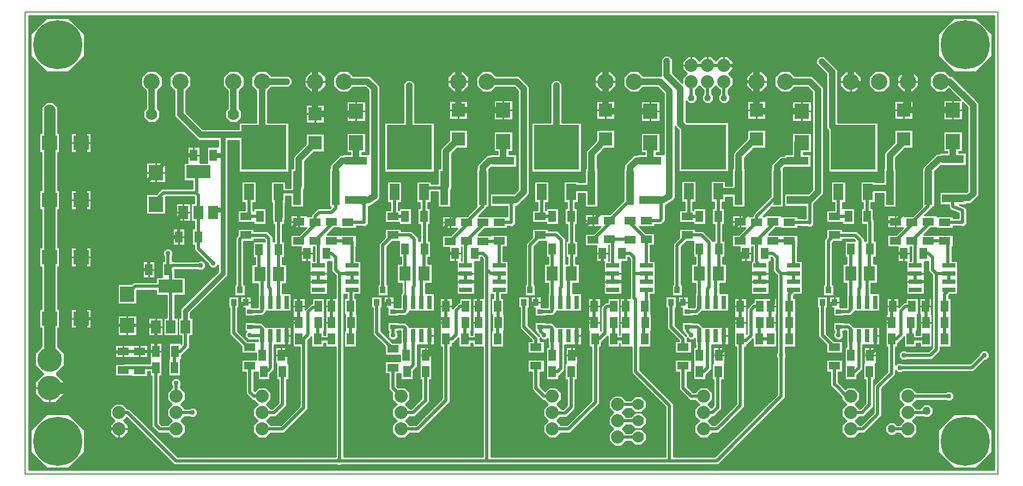
<source format=gbr>
G04 PROTEUS GERBER X2 FILE*
%TF.GenerationSoftware,Labcenter,Proteus,8.7-SP3-Build25561*%
%TF.CreationDate,2021-04-27T11:42:45+00:00*%
%TF.FileFunction,Copper,L1,Top*%
%TF.FilePolarity,Positive*%
%TF.Part,Single*%
%TF.SameCoordinates,{6203c4a4-ae23-4678-9b2e-be1f49d5fe9b}*%
%FSLAX45Y45*%
%MOMM*%
G01*
%TA.AperFunction,Conductor*%
%ADD10C,0.508000*%
%ADD11C,0.635000*%
%ADD12C,1.016000*%
%ADD13C,1.778000*%
%ADD14C,1.270000*%
%ADD15C,0.254000*%
%ADD16C,0.762000*%
%TA.AperFunction,ViaPad*%
%ADD17C,1.270000*%
%ADD18C,0.762000*%
%ADD19C,1.778000*%
%ADD70C,1.016000*%
%TA.AperFunction,SMDPad,CuDef*%
%ADD71R,1.193800X5.308600*%
%TA.AperFunction,ComponentPad*%
%ADD20C,3.810000*%
%ADD21C,2.540000*%
%ADD22C,2.032000*%
%TA.AperFunction,SMDPad,CuDef*%
%ADD23R,1.524000X2.032000*%
%ADD24R,3.810000X2.032000*%
%TA.AperFunction,SMDPad,CuDef*%
%ADD25R,1.143000X1.803400*%
%ADD26R,2.108200X2.108200*%
%ADD27R,2.260600X2.362200*%
%ADD28R,3.403600X1.244600*%
%TA.AperFunction,SMDPad,CuDef*%
%ADD29R,6.985000X6.985000*%
%ADD72R,1.524000X2.540000*%
%TA.AperFunction,SMDPad,CuDef*%
%ADD73R,0.635000X2.032000*%
%TA.AperFunction,SMDPad,CuDef*%
%ADD30R,1.803400X1.143000*%
%ADD31R,1.803400X2.260600*%
%ADD32R,0.889000X0.635000*%
%TA.AperFunction,SMDPad,CuDef*%
%ADD33R,0.889000X1.016000*%
%TA.AperFunction,SMDPad,CuDef*%
%ADD34R,2.032000X0.635000*%
%TA.AperFunction,SMDPad,CuDef*%
%ADD35R,2.362200X2.260600*%
%TA.AperFunction,OtherPad,Unknown*%
%ADD36C,7.620000*%
%TA.AperFunction,Profile*%
%ADD37C,0.203200*%
%TD.AperFunction*%
G36*
X+8448040Y-4193540D02*
X-6543040Y-4193540D01*
X-6543040Y+2860040D01*
X+8448040Y+2860040D01*
X+8448040Y-4193540D01*
G37*
%LPC*%
G36*
X+3454399Y+2195823D02*
X+3454399Y+1977160D01*
X+3606801Y+1824758D01*
X+3606801Y+1899365D01*
X+3675936Y+1968500D01*
X+3606801Y+2037635D01*
X+3606801Y+2153365D01*
X+3688635Y+2235199D01*
X+3804365Y+2235199D01*
X+3873500Y+2166064D01*
X+3942635Y+2235199D01*
X+4058365Y+2235199D01*
X+4127500Y+2166064D01*
X+4196635Y+2235199D01*
X+4312365Y+2235199D01*
X+4394199Y+2153365D01*
X+4394199Y+2037635D01*
X+4325064Y+1968500D01*
X+4394199Y+1899365D01*
X+4394199Y+1783635D01*
X+4317999Y+1707435D01*
X+4317999Y+1649723D01*
X+4343399Y+1624323D01*
X+4343399Y+1550677D01*
X+4291323Y+1498601D01*
X+4217677Y+1498601D01*
X+4165601Y+1550677D01*
X+4165601Y+1624323D01*
X+4191001Y+1649723D01*
X+4191001Y+1707435D01*
X+4127500Y+1770936D01*
X+4063999Y+1707435D01*
X+4063999Y+1649723D01*
X+4089399Y+1624323D01*
X+4089399Y+1550677D01*
X+4037323Y+1498601D01*
X+3963677Y+1498601D01*
X+3911601Y+1550677D01*
X+3911601Y+1624323D01*
X+3937001Y+1649723D01*
X+3937001Y+1707435D01*
X+3873500Y+1770936D01*
X+3809999Y+1707435D01*
X+3809999Y+1649723D01*
X+3835399Y+1624323D01*
X+3835399Y+1550677D01*
X+3783323Y+1498601D01*
X+3709677Y+1498601D01*
X+3665101Y+1543177D01*
X+3665101Y+1223121D01*
X+3675373Y+1212849D01*
X+4324349Y+1212849D01*
X+4324349Y+438151D01*
X+3549651Y+438151D01*
X+3549651Y+1087127D01*
X+3496732Y+1140046D01*
X+3496732Y+40082D01*
X+3473652Y-681D01*
X+3343547Y-85808D01*
X+3343548Y-321851D01*
X+3284399Y-380999D01*
X+3176269Y-380999D01*
X+3176269Y-412749D01*
X+2943049Y-412749D01*
X+3042551Y-512251D01*
X+3176269Y-512251D01*
X+3176269Y-702749D01*
X+3111499Y-702749D01*
X+3111499Y-946151D01*
X+3187699Y-946151D01*
X+3187699Y-1466849D01*
X+3111499Y-1466849D01*
X+3111499Y-1522731D01*
X+3115749Y-1522731D01*
X+3115749Y-1776731D01*
X+3125749Y-1776731D01*
X+3125749Y-2033269D01*
X+3115749Y-2033269D01*
X+3115749Y-2287269D01*
X+2945435Y-2287269D01*
X+2945435Y-2640699D01*
X+3468753Y-3164017D01*
X+3468753Y-3990723D01*
X+3899802Y-3990723D01*
X+4005389Y-3990724D01*
X+4110977Y-3990723D01*
X+5080001Y-3021699D01*
X+5080001Y-2457263D01*
X+5067301Y-2444563D01*
X+5067301Y-2381437D01*
X+5080001Y-2368737D01*
X+5080002Y-1778000D01*
X+5080001Y-1169301D01*
X+5016501Y-1105802D01*
X+5016501Y-915301D01*
X+4990199Y-888999D01*
X+4984749Y-888999D01*
X+4984749Y-953769D01*
X+4952999Y-953769D01*
X+4952999Y-1466849D01*
X+4673601Y-1466849D01*
X+4673601Y-953769D01*
X+4494251Y-953769D01*
X+4494251Y-730249D01*
X+4380231Y-730249D01*
X+4380231Y-539751D01*
X+4477949Y-539751D01*
X+4587451Y-430249D01*
X+4380231Y-430249D01*
X+4380231Y-239751D01*
X+4636769Y-239751D01*
X+4636769Y-249751D01*
X+4699001Y-249751D01*
X+4699001Y-227699D01*
X+4982211Y+55511D01*
X+4982211Y+494029D01*
X+4991101Y+494029D01*
X+4991101Y+553446D01*
X+5125492Y+687837D01*
X+5189221Y+687837D01*
X+5189221Y+710329D01*
X+5308601Y+710329D01*
X+5308601Y+925823D01*
X+5309871Y+927093D01*
X+5309871Y+1045209D01*
X+5612129Y+1045209D01*
X+5612129Y+732791D01*
X+5486399Y+732791D01*
X+5486399Y+710329D01*
X+5605779Y+710329D01*
X+5605779Y+509671D01*
X+5198770Y+509671D01*
X+5177789Y+488690D01*
X+5177789Y-113029D01*
X+4993271Y-113029D01*
X+4856549Y-249751D01*
X+4888231Y-249751D01*
X+4888231Y-239751D01*
X+5144769Y-239751D01*
X+5144769Y-249751D01*
X+5398769Y-249751D01*
X+5398769Y-281502D01*
X+5485534Y-281502D01*
X+5487301Y-283269D01*
X+5524501Y-283269D01*
X+5524501Y-100329D01*
X+5189221Y-100329D01*
X+5189221Y+100329D01*
X+5562607Y+100329D01*
X+5626101Y+163823D01*
X+5626101Y+1677677D01*
X+5551177Y+1752601D01*
X+5351586Y+1752601D01*
X+5275386Y+1676401D01*
X+5138614Y+1676401D01*
X+5041901Y+1773114D01*
X+5041901Y+1909886D01*
X+5138614Y+2006599D01*
X+5275386Y+2006599D01*
X+5351586Y+1930399D01*
X+5624823Y+1930399D01*
X+5803899Y+1751323D01*
X+5803899Y+90177D01*
X+5651499Y-62223D01*
X+5651499Y-385726D01*
X+5614302Y-422923D01*
X+5561698Y-422923D01*
X+5549042Y-410267D01*
X+5434698Y-410267D01*
X+5432929Y-408498D01*
X+5398769Y-408498D01*
X+5398769Y-440249D01*
X+5142231Y-440249D01*
X+5142231Y-430249D01*
X+5057051Y-430249D01*
X+4947549Y-539751D01*
X+5398769Y-539751D01*
X+5398769Y-730249D01*
X+5397499Y-730249D01*
X+5397499Y-946151D01*
X+5473699Y-946151D01*
X+5473699Y-1466849D01*
X+5353951Y-1466849D01*
X+5333999Y-1486801D01*
X+5333999Y-1522731D01*
X+5365749Y-1522731D01*
X+5365749Y-2287269D01*
X+5206999Y-2287269D01*
X+5206999Y-2368737D01*
X+5219699Y-2381437D01*
X+5219699Y-2444563D01*
X+5206999Y-2457263D01*
X+5206999Y-3074302D01*
X+5169801Y-3111499D01*
X+4163580Y-4117721D01*
X+4005389Y-4117720D01*
X+3899802Y-4117721D01*
X+2853661Y-4117721D01*
X+1725731Y-4117720D01*
X+545198Y-4117721D01*
X-508000Y-4117720D01*
X-1684605Y-4117721D01*
X-1693396Y-4126512D01*
X-1756522Y-4126512D01*
X-1765313Y-4117721D01*
X-4288227Y-4117720D01*
X-5024942Y-3381006D01*
X-5072936Y-3429000D01*
X-5003801Y-3498135D01*
X-5003801Y-3613865D01*
X-5085635Y-3695699D01*
X-5201365Y-3695699D01*
X-5283199Y-3613865D01*
X-5283199Y-3498135D01*
X-5214064Y-3429000D01*
X-5283199Y-3359865D01*
X-5283199Y-3244135D01*
X-5201365Y-3162301D01*
X-5085635Y-3162301D01*
X-5009435Y-3238501D01*
X-4987846Y-3238501D01*
X-4235623Y-3990724D01*
X-1777999Y-3990723D01*
X-1777999Y-2287269D01*
X-1936749Y-2287269D01*
X-1936749Y-2222499D01*
X-1964251Y-2222499D01*
X-1964251Y-2287269D01*
X-2154749Y-2287269D01*
X-2154749Y-2127451D01*
X-2212599Y-2185301D01*
X-2212599Y-3254899D01*
X-2577198Y-3619498D01*
X-2603500Y-3619498D01*
X-2786935Y-3619499D01*
X-2863135Y-3695699D01*
X-2978865Y-3695699D01*
X-3060699Y-3613865D01*
X-3060699Y-3498135D01*
X-2991564Y-3429000D01*
X-3060699Y-3359865D01*
X-3060699Y-3244135D01*
X-2991564Y-3175000D01*
X-3055065Y-3111499D01*
X-3074301Y-3111499D01*
X-3174999Y-3010801D01*
X-3174999Y-2671249D01*
X-3239769Y-2671249D01*
X-3239769Y-2480751D01*
X-3016249Y-2480751D01*
X-3016249Y-2381249D01*
X-3239769Y-2381249D01*
X-3239769Y-2278011D01*
X-3426459Y-2091321D01*
X-3426459Y-1676399D01*
X-3445509Y-1676399D01*
X-3445509Y-1498601D01*
X-3280411Y-1498601D01*
X-3280411Y-1676399D01*
X-3299461Y-1676399D01*
X-3299461Y-2038719D01*
X-3147429Y-2190751D01*
X-2990849Y-2190751D01*
X-2990849Y-2171699D01*
X-3143063Y-2171699D01*
X-3187699Y-2127063D01*
X-3187699Y-2063937D01*
X-3162111Y-2038349D01*
X-3194049Y-2038349D01*
X-3194049Y-1898651D01*
X-3028951Y-1898651D01*
X-3028951Y-1905001D01*
X-2926244Y-1905001D01*
X-2862744Y-1968501D01*
X-2470151Y-1968501D01*
X-2470151Y-2247899D01*
X-2730501Y-2247899D01*
X-2730501Y-2637510D01*
X-2798251Y-2705260D01*
X-2798251Y-2795269D01*
X-2988749Y-2795269D01*
X-2988749Y-2671249D01*
X-3048001Y-2671249D01*
X-3048001Y-2958199D01*
X-3038382Y-2967818D01*
X-2978865Y-2908301D01*
X-2863135Y-2908301D01*
X-2781301Y-2990135D01*
X-2781301Y-3105865D01*
X-2850436Y-3175000D01*
X-2786935Y-3238501D01*
X-2756801Y-3238501D01*
X-2666999Y-3148699D01*
X-2666999Y-2795269D01*
X-2698749Y-2795269D01*
X-2698749Y-2541269D01*
X-2716249Y-2541269D01*
X-2716249Y-2284731D01*
X-2525751Y-2284731D01*
X-2525751Y-2538731D01*
X-2508251Y-2538731D01*
X-2508251Y-2795269D01*
X-2540001Y-2795269D01*
X-2540001Y-3201301D01*
X-2704199Y-3365499D01*
X-2786935Y-3365499D01*
X-2850436Y-3429000D01*
X-2786935Y-3492501D01*
X-2629802Y-3492502D01*
X-2339597Y-3202297D01*
X-2339597Y-2287269D01*
X-2444749Y-2287269D01*
X-2444749Y-1522731D01*
X-2254251Y-1522731D01*
X-2254251Y-1698321D01*
X-2162108Y-1606178D01*
X-2144749Y-1606178D01*
X-2144749Y-1522731D01*
X-1954251Y-1522731D01*
X-1954251Y-2033269D01*
X-1964251Y-2033269D01*
X-1964251Y-2095501D01*
X-1936749Y-2095501D01*
X-1936749Y-1522731D01*
X-1777999Y-1522731D01*
X-1777999Y-1169301D01*
X-1841499Y-1105801D01*
X-1841499Y-953769D01*
X-1905001Y-953769D01*
X-1905001Y-1466849D01*
X-2184399Y-1466849D01*
X-2184399Y-953769D01*
X-2317749Y-953769D01*
X-2317749Y-730249D01*
X-2477769Y-730249D01*
X-2477769Y-539751D01*
X-2344051Y-539751D01*
X-2234549Y-430249D01*
X-2477769Y-430249D01*
X-2477769Y-239751D01*
X-2221231Y-239751D01*
X-2221231Y-249751D01*
X-2158999Y-249751D01*
X-2158999Y-227699D01*
X-2058301Y-127001D01*
X-1867801Y-127001D01*
X-1853829Y-113029D01*
X-1875789Y-113029D01*
X-1875789Y+494029D01*
X-1866899Y+494029D01*
X-1866899Y+544823D01*
X-1712823Y+698899D01*
X-1668779Y+698899D01*
X-1668779Y+710329D01*
X-1549399Y+710329D01*
X-1549399Y+732791D01*
X-1611629Y+732791D01*
X-1611629Y+1045209D01*
X-1309371Y+1045209D01*
X-1309371Y+732791D01*
X-1371601Y+732791D01*
X-1371601Y+710329D01*
X-1266267Y+710329D01*
X-1266267Y+1699147D01*
X-1319721Y+1752601D01*
X-1506414Y+1752601D01*
X-1582614Y+1676401D01*
X-1719386Y+1676401D01*
X-1816099Y+1773114D01*
X-1816099Y+1909886D01*
X-1719386Y+2006599D01*
X-1582614Y+2006599D01*
X-1506414Y+1930399D01*
X-1246075Y+1930399D01*
X-1088469Y+1772793D01*
X-1088469Y+41515D01*
X-1108968Y+2608D01*
X-1242456Y-88899D01*
X-1252221Y-88899D01*
X-1252221Y-100329D01*
X-1270001Y-100329D01*
X-1270001Y-375391D01*
X-1307198Y-412588D01*
X-1359802Y-412588D01*
X-1363891Y-408499D01*
X-1459231Y-408499D01*
X-1459231Y-440249D01*
X-1715769Y-440249D01*
X-1715769Y-430249D01*
X-1800949Y-430249D01*
X-1910451Y-539751D01*
X-1459231Y-539751D01*
X-1459231Y-730249D01*
X-1460501Y-730249D01*
X-1460501Y-946151D01*
X-1384301Y-946151D01*
X-1384301Y-1466849D01*
X-1478001Y-1466849D01*
X-1478001Y-1522731D01*
X-1456251Y-1522731D01*
X-1456251Y-1776731D01*
X-1446251Y-1776731D01*
X-1446251Y-2033269D01*
X-1456251Y-2033269D01*
X-1456251Y-2287269D01*
X-1646749Y-2287269D01*
X-1646749Y-2030731D01*
X-1636749Y-2030731D01*
X-1636749Y-1779269D01*
X-1646749Y-1779269D01*
X-1646749Y-1522731D01*
X-1604999Y-1522731D01*
X-1604999Y-1466849D01*
X-1651001Y-1466849D01*
X-1651001Y-3990723D01*
X-1561198Y-3990723D01*
X-508000Y-3990724D01*
X+508001Y-3990723D01*
X+508001Y-2287269D01*
X+349251Y-2287269D01*
X+349251Y-2222499D01*
X+321749Y-2222499D01*
X+321749Y-2287269D01*
X+131251Y-2287269D01*
X+131251Y-2143090D01*
X+51842Y-2222499D01*
X+31749Y-2222499D01*
X+31749Y-2287269D01*
X-1Y-2287269D01*
X-1Y-3137801D01*
X-481699Y-3619499D01*
X-627935Y-3619499D01*
X-704135Y-3695699D01*
X-819865Y-3695699D01*
X-901699Y-3613865D01*
X-901699Y-3498135D01*
X-832564Y-3429000D01*
X-901699Y-3359865D01*
X-901699Y-3244135D01*
X-832564Y-3175000D01*
X-901699Y-3105865D01*
X-901699Y-2998560D01*
X-908500Y-2991786D01*
X-952499Y-2947787D01*
X-952499Y-2698749D01*
X-1017269Y-2698749D01*
X-1017269Y-2508251D01*
X-776249Y-2508251D01*
X-776249Y-2408749D01*
X-1017269Y-2408749D01*
X-1017269Y-2275031D01*
X-1203959Y-2088341D01*
X-1203959Y-1676399D01*
X-1223009Y-1676399D01*
X-1223009Y-1498601D01*
X-1057911Y-1498601D01*
X-1057911Y-1676399D01*
X-1076961Y-1676399D01*
X-1076961Y-2035739D01*
X-894449Y-2218251D01*
X-768349Y-2218251D01*
X-768349Y-2031999D01*
X-806451Y-2031999D01*
X-806451Y-2038349D01*
X-825501Y-2038349D01*
X-825501Y-2051237D01*
X-812801Y-2063937D01*
X-812801Y-2127063D01*
X-857437Y-2171699D01*
X-920563Y-2171699D01*
X-965199Y-2127063D01*
X-965199Y-2063937D01*
X-952499Y-2051237D01*
X-952499Y-2038349D01*
X-971549Y-2038349D01*
X-971549Y-1898651D01*
X-806451Y-1898651D01*
X-806451Y-1905001D01*
X-695115Y-1905001D01*
X-631615Y-1968501D01*
X-247651Y-1968501D01*
X-247651Y-2247899D01*
X-508001Y-2247899D01*
X-508001Y-2593801D01*
X-575751Y-2661551D01*
X-575751Y-2795269D01*
X-766249Y-2795269D01*
X-766249Y-2698749D01*
X-825501Y-2698749D01*
X-825501Y-2895185D01*
X-818808Y-2901878D01*
X-812347Y-2908301D01*
X-704135Y-2908301D01*
X-622301Y-2990135D01*
X-622301Y-3105865D01*
X-691436Y-3175000D01*
X-627935Y-3238501D01*
X-597801Y-3238501D01*
X-444499Y-3085199D01*
X-444499Y-2795269D01*
X-476249Y-2795269D01*
X-476249Y-2284731D01*
X-285751Y-2284731D01*
X-285751Y-2795269D01*
X-317501Y-2795269D01*
X-317501Y-3137801D01*
X-545198Y-3365499D01*
X-627935Y-3365499D01*
X-691436Y-3429000D01*
X-627935Y-3492501D01*
X-534301Y-3492501D01*
X-126999Y-3085199D01*
X-126999Y-2287269D01*
X-158749Y-2287269D01*
X-158749Y-1522731D01*
X+31749Y-1522731D01*
X+31749Y-1685369D01*
X+129617Y-1587501D01*
X+141251Y-1587501D01*
X+141251Y-1522731D01*
X+331749Y-1522731D01*
X+331749Y-2033269D01*
X+321749Y-2033269D01*
X+321749Y-2095501D01*
X+349251Y-2095501D01*
X+349251Y-1522731D01*
X+508001Y-1522731D01*
X+508001Y-915301D01*
X+481699Y-888999D01*
X+476249Y-888999D01*
X+476249Y-953769D01*
X+380999Y-953769D01*
X+380999Y-1466849D01*
X+101601Y-1466849D01*
X+101601Y-953769D01*
X-14249Y-953769D01*
X-14249Y-740249D01*
X-128269Y-740249D01*
X-128269Y-549751D01*
X+5449Y-549751D01*
X+114951Y-440249D01*
X-128269Y-440249D01*
X-128269Y-249751D01*
X+259449Y-249751D01*
X+410211Y-98989D01*
X+410211Y+494029D01*
X+419101Y+494029D01*
X+419101Y+544823D01*
X+573177Y+698899D01*
X+617221Y+698899D01*
X+617221Y+710329D01*
X+736601Y+710329D01*
X+736601Y+750791D01*
X+674371Y+750791D01*
X+674371Y+1063209D01*
X+976629Y+1063209D01*
X+976629Y+750791D01*
X+914399Y+750791D01*
X+914399Y+710329D01*
X+1033779Y+710329D01*
X+1033779Y+509671D01*
X+635393Y+509671D01*
X+605789Y+480067D01*
X+605789Y-113029D01*
X+571499Y-113029D01*
X+571499Y-117301D01*
X+439049Y-249751D01*
X+889001Y-249751D01*
X+889001Y-100329D01*
X+617221Y-100329D01*
X+617221Y+100329D01*
X+990607Y+100329D01*
X+1054101Y+163823D01*
X+1054101Y+1691788D01*
X+993288Y+1752601D01*
X+716086Y+1752601D01*
X+639886Y+1676401D01*
X+503114Y+1676401D01*
X+406401Y+1773114D01*
X+406401Y+1909886D01*
X+503114Y+2006599D01*
X+639886Y+2006599D01*
X+716086Y+1930399D01*
X+1066934Y+1930399D01*
X+1231899Y+1765434D01*
X+1231899Y+90177D01*
X+1052823Y-88899D01*
X+1033779Y-88899D01*
X+1033779Y-100329D01*
X+1015999Y-100329D01*
X+1015999Y-375824D01*
X+978802Y-413021D01*
X+926198Y-413021D01*
X+921676Y-408499D01*
X+890269Y-408499D01*
X+890269Y-440249D01*
X+538551Y-440249D01*
X+429049Y-549751D01*
X+633731Y-549751D01*
X+633731Y-539751D01*
X+890269Y-539751D01*
X+890269Y-730249D01*
X+825499Y-730249D01*
X+825499Y-946151D01*
X+901699Y-946151D01*
X+901699Y-1466849D01*
X+797999Y-1466849D01*
X+797999Y-1522731D01*
X+829749Y-1522731D01*
X+829749Y-1776731D01*
X+839749Y-1776731D01*
X+839749Y-2033269D01*
X+829749Y-2033269D01*
X+829749Y-2287269D01*
X+639251Y-2287269D01*
X+639251Y-2030731D01*
X+649251Y-2030731D01*
X+649251Y-1779269D01*
X+639251Y-1779269D01*
X+639251Y-1522731D01*
X+671001Y-1522731D01*
X+671001Y-1466849D01*
X+634999Y-1466849D01*
X+634999Y-3990723D01*
X+1725731Y-3990724D01*
X+3341755Y-3990723D01*
X+3341755Y-3216619D01*
X+2818437Y-2693302D01*
X+2818437Y-2287269D01*
X+2635251Y-2287269D01*
X+2635251Y-2222499D01*
X+2635249Y-2222499D01*
X+2635249Y-2287269D01*
X+2444751Y-2287269D01*
X+2444751Y-2115134D01*
X+2345249Y-2214636D01*
X+2345249Y-2287269D01*
X+2323496Y-2287269D01*
X+2323497Y-2899394D01*
X+2323496Y-3163804D01*
X+1867801Y-3619499D01*
X+1721565Y-3619499D01*
X+1645365Y-3695699D01*
X+1529635Y-3695699D01*
X+1447801Y-3613865D01*
X+1447801Y-3498135D01*
X+1516936Y-3429000D01*
X+1447801Y-3359865D01*
X+1447801Y-3244135D01*
X+1516936Y-3175000D01*
X+1453435Y-3111499D01*
X+1434199Y-3111499D01*
X+1270001Y-2947301D01*
X+1270001Y-2671249D01*
X+1205231Y-2671249D01*
X+1205231Y-2480751D01*
X+1461769Y-2480751D01*
X+1461769Y-2671249D01*
X+1396999Y-2671249D01*
X+1396999Y-2894699D01*
X+1470118Y-2967818D01*
X+1529635Y-2908301D01*
X+1645365Y-2908301D01*
X+1727199Y-2990135D01*
X+1727199Y-3105865D01*
X+1658064Y-3175000D01*
X+1727199Y-3244135D01*
X+1727199Y-3246864D01*
X+1757446Y-3246864D01*
X+1814002Y-3190308D01*
X+1814001Y-2795269D01*
X+1782251Y-2795269D01*
X+1782251Y-2538731D01*
X+1792251Y-2538731D01*
X+1792251Y-2284731D01*
X+1982749Y-2284731D01*
X+1982749Y-2541269D01*
X+1972749Y-2541269D01*
X+1972749Y-2795269D01*
X+1940999Y-2795269D01*
X+1940998Y-3242912D01*
X+1810050Y-3373860D01*
X+1713204Y-3373860D01*
X+1658064Y-3429000D01*
X+1721565Y-3492501D01*
X+1815199Y-3492501D01*
X+2196500Y-3111200D01*
X+2196499Y-2767698D01*
X+2196500Y-2287269D01*
X+2154751Y-2287269D01*
X+2154751Y-2033269D01*
X+2144751Y-2033269D01*
X+2144751Y-1522731D01*
X+2335249Y-1522731D01*
X+2335249Y-2030731D01*
X+2338612Y-2030731D01*
X+2338612Y-1661894D01*
X+2410653Y-1589853D01*
X+2444751Y-1589853D01*
X+2444751Y-1522731D01*
X+2635249Y-1522731D01*
X+2635249Y-2095501D01*
X+2635251Y-2095501D01*
X+2635251Y-1522731D01*
X+2794001Y-1522731D01*
X+2794001Y-915301D01*
X+2767699Y-888999D01*
X+2762249Y-888999D01*
X+2762249Y-953769D01*
X+2666999Y-953769D01*
X+2666999Y-1466849D01*
X+2387601Y-1466849D01*
X+2387601Y-953769D01*
X+2271751Y-953769D01*
X+2271751Y-712749D01*
X+2094231Y-712749D01*
X+2094231Y-522251D01*
X+2227949Y-522251D01*
X+2337451Y-412749D01*
X+2094231Y-412749D01*
X+2094231Y-222251D01*
X+2481949Y-222251D01*
X+2696211Y-7989D01*
X+2696211Y+494029D01*
X+2705101Y+494029D01*
X+2705101Y+548323D01*
X+2855677Y+698899D01*
X+2903221Y+698899D01*
X+2903221Y+710329D01*
X+3022601Y+710329D01*
X+3022601Y+732791D01*
X+2960371Y+732791D01*
X+2960371Y+1045209D01*
X+3262629Y+1045209D01*
X+3262629Y+732791D01*
X+3200399Y+732791D01*
X+3200399Y+710329D01*
X+3318934Y+710329D01*
X+3318934Y+1654942D01*
X+3221275Y+1752601D01*
X+3002086Y+1752601D01*
X+2925886Y+1676401D01*
X+2789114Y+1676401D01*
X+2692401Y+1773114D01*
X+2692401Y+1909886D01*
X+2789114Y+2006599D01*
X+2925886Y+2006599D01*
X+3002086Y+1930399D01*
X+3276601Y+1930399D01*
X+3276601Y+2195823D01*
X+3328677Y+2247899D01*
X+3402323Y+2247899D01*
X+3454399Y+2195823D01*
G37*
G36*
X-1951991Y+745491D02*
X-2113287Y+745491D01*
X-2260601Y+598177D01*
X-2260601Y+182177D01*
X-2280211Y+162567D01*
X-2280211Y-113029D01*
X-2475789Y-113029D01*
X-2475789Y+63501D01*
X-2552701Y+63501D01*
X-2552701Y-38099D01*
X-2565401Y-38099D01*
X-2565401Y-296084D01*
X-2571751Y-302434D01*
X-2571751Y-382269D01*
X-2603501Y-382269D01*
X-2603501Y-640081D01*
X-2571751Y-640081D01*
X-2571751Y-896619D01*
X-2603501Y-896619D01*
X-2603501Y-998221D01*
X-2538731Y-998221D01*
X-2538731Y-1300479D01*
X-2603501Y-1300479D01*
X-2603501Y-1447801D01*
X-2470151Y-1447801D01*
X-2470151Y-1727199D01*
X-2857501Y-1727199D01*
X-2857501Y-1740801D01*
X-2913749Y-1797049D01*
X-3028951Y-1797049D01*
X-3028951Y-1803399D01*
X-3194049Y-1803399D01*
X-3194049Y-1676399D01*
X-3257549Y-1676399D01*
X-3257549Y-1498601D01*
X-3092451Y-1498601D01*
X-3092451Y-1663701D01*
X-3028951Y-1663701D01*
X-3028951Y-1670051D01*
X-2990849Y-1670051D01*
X-2990849Y-1447801D01*
X-2984499Y-1447801D01*
X-2984499Y-1300479D01*
X-3085269Y-1300479D01*
X-3085269Y-998221D01*
X-3030499Y-998221D01*
X-3030499Y-896619D01*
X-3062249Y-896619D01*
X-3062249Y-640081D01*
X-2879574Y-640081D01*
X-2879574Y-623808D01*
X-2892231Y-611151D01*
X-3046731Y-611151D01*
X-3046731Y-639249D01*
X-3205481Y-639249D01*
X-3205481Y-1308101D01*
X-3186431Y-1308101D01*
X-3186431Y-1485899D01*
X-3351529Y-1485899D01*
X-3351529Y-1308101D01*
X-3332479Y-1308101D01*
X-3332479Y-581199D01*
X-3303269Y-551989D01*
X-3303269Y-448751D01*
X-3046731Y-448751D01*
X-3046731Y-484153D01*
X-2839629Y-484153D01*
X-2752576Y-571206D01*
X-2752576Y-640081D01*
X-2730499Y-640081D01*
X-2730499Y-382269D01*
X-2762249Y-382269D01*
X-2762249Y-302434D01*
X-2768599Y-296084D01*
X-2768599Y-38099D01*
X-2781299Y-38099D01*
X-2781299Y+292099D01*
X-2552701Y+292099D01*
X-2552701Y+190499D01*
X-2475789Y+190499D01*
X-2475789Y+494029D01*
X-2438399Y+494029D01*
X-2438399Y+671823D01*
X-2239009Y+871213D01*
X-2239009Y+1032509D01*
X-1951991Y+1032509D01*
X-1951991Y+745491D01*
G37*
G36*
X-6096001Y+1449605D02*
X-6096001Y+1344395D01*
X-6096002Y+1143000D01*
X-6096001Y+1040129D01*
X-6066791Y+1040129D01*
X-6066791Y+737871D01*
X-6096001Y+737871D01*
X-6096001Y+151129D01*
X-6066791Y+151129D01*
X-6066791Y-151129D01*
X-6096001Y-151129D01*
X-6096001Y-737871D01*
X-6066791Y-737871D01*
X-6066791Y-1040129D01*
X-6096001Y-1040129D01*
X-6096001Y-1690371D01*
X-6066791Y-1690371D01*
X-6066791Y-1992629D01*
X-6096001Y-1992629D01*
X-6096001Y-2280211D01*
X-5994401Y-2381811D01*
X-5994401Y-2571189D01*
X-6121962Y-2698750D01*
X-5994401Y-2826311D01*
X-5994401Y-3015689D01*
X-6128311Y-3149599D01*
X-6317689Y-3149599D01*
X-6451599Y-3015689D01*
X-6451599Y-2826311D01*
X-6324038Y-2698750D01*
X-6451599Y-2571189D01*
X-6451599Y-2381811D01*
X-6349999Y-2280211D01*
X-6349999Y-1992629D01*
X-6379209Y-1992629D01*
X-6379209Y-1690371D01*
X-6349999Y-1690371D01*
X-6349999Y-1040129D01*
X-6379209Y-1040129D01*
X-6379209Y-737871D01*
X-6349999Y-737871D01*
X-6349999Y-151129D01*
X-6379209Y-151129D01*
X-6379209Y+151129D01*
X-6349999Y+151129D01*
X-6349999Y+737871D01*
X-6379209Y+737871D01*
X-6379209Y+1040129D01*
X-6349999Y+1040129D01*
X-6349998Y+1143000D01*
X-6349999Y+1449605D01*
X-6275605Y+1523999D01*
X-6170395Y+1523999D01*
X-6096001Y+1449605D01*
G37*
G36*
X-2260599Y+1773114D02*
X-2260599Y+1909886D01*
X-2163886Y+2006599D01*
X-2027114Y+2006599D01*
X-1930401Y+1909886D01*
X-1930401Y+1773114D01*
X-2027114Y+1676401D01*
X-2163886Y+1676401D01*
X-2260599Y+1773114D01*
G37*
G36*
X-4259579Y-50801D02*
X-4030981Y-50801D01*
X-4030981Y-330199D01*
X-4259579Y-330199D01*
X-4259579Y-50801D01*
G37*
G36*
X-2776414Y+1930399D02*
X-2503177Y+1930399D01*
X-2451101Y+1878323D01*
X-2451101Y+1804677D01*
X-2503177Y+1752601D01*
X-2776414Y+1752601D01*
X-2832101Y+1696914D01*
X-2832101Y+1205229D01*
X-2508251Y+1205229D01*
X-2508251Y+430531D01*
X-3282949Y+430531D01*
X-3282949Y+927101D01*
X-3457123Y+927101D01*
X-3457123Y-1173047D01*
X-4033521Y-1749445D01*
X-4033521Y-1828801D01*
X-3995421Y-1828801D01*
X-3995421Y-2108199D01*
X-4046222Y-2108199D01*
X-4046222Y-2118360D01*
X-4046221Y-2294522D01*
X-4083419Y-2331719D01*
X-4164699Y-2412999D01*
X-4176751Y-2412999D01*
X-4176751Y-2477769D01*
X-4186751Y-2477769D01*
X-4186751Y-2731769D01*
X-4377249Y-2731769D01*
X-4377249Y-2475231D01*
X-4367249Y-2475231D01*
X-4367249Y-2221231D01*
X-4176751Y-2221231D01*
X-4176751Y-2245451D01*
X-4173219Y-2241919D01*
X-4173218Y-2108199D01*
X-4224019Y-2108199D01*
X-4224019Y-1828801D01*
X-4185919Y-1828801D01*
X-4185919Y-1686323D01*
X-3609521Y-1109925D01*
X-3609521Y-1012255D01*
X-3652619Y-1055353D01*
X-3715745Y-1055353D01*
X-3760381Y-1010717D01*
X-3760381Y-992755D01*
X-3977639Y-775497D01*
X-3977639Y-699769D01*
X-4009389Y-699769D01*
X-4009389Y-443231D01*
X-3977639Y-443231D01*
X-3977639Y-330199D01*
X-4028439Y-330199D01*
X-4028439Y-50801D01*
X-3977639Y-50801D01*
X-3977639Y+49404D01*
X-4420871Y+49404D01*
X-4420871Y-219709D01*
X-4723129Y-219709D01*
X-4723129Y+92709D01*
X-4566317Y+92709D01*
X-4482624Y+176402D01*
X-4000499Y+176402D01*
X-4000499Y+299721D01*
X-4142739Y+299721D01*
X-4142739Y+579119D01*
X-4078249Y+579119D01*
X-4078249Y+826769D01*
X-3887751Y+826769D01*
X-3887751Y+579119D01*
X-3778249Y+579119D01*
X-3778249Y+826769D01*
X-3609521Y+826769D01*
X-3609521Y+927101D01*
X-3913537Y+927101D01*
X-4279899Y+1293463D01*
X-4279899Y+1696914D01*
X-4356099Y+1773114D01*
X-4356099Y+1909886D01*
X-4259386Y+2006599D01*
X-4122614Y+2006599D01*
X-4025901Y+1909886D01*
X-4025901Y+1773114D01*
X-4102101Y+1696914D01*
X-4102101Y+1367109D01*
X-3839891Y+1104899D01*
X-3282949Y+1104899D01*
X-3282949Y+1205229D01*
X-3009899Y+1205229D01*
X-3009899Y+1696914D01*
X-3086099Y+1773114D01*
X-3086099Y+1909886D01*
X-2989386Y+2006599D01*
X-2852614Y+2006599D01*
X-2776414Y+1930399D01*
G37*
G36*
X-4309389Y-443231D02*
X-4118891Y-443231D01*
X-4118891Y-699769D01*
X-4309389Y-699769D01*
X-4309389Y-443231D01*
G37*
G36*
X-1951991Y+1195491D02*
X-2239009Y+1195491D01*
X-2239009Y+1482509D01*
X-1951991Y+1482509D01*
X-1951991Y+1195491D01*
G37*
G36*
X-1309371Y+1222791D02*
X-1611629Y+1222791D01*
X-1611629Y+1535209D01*
X-1309371Y+1535209D01*
X-1309371Y+1222791D01*
G37*
G36*
X-4420871Y+270291D02*
X-4723129Y+270291D01*
X-4723129Y+582709D01*
X-4420871Y+582709D01*
X-4420871Y+270291D01*
G37*
G36*
X-3009901Y-38099D02*
X-3060701Y-38099D01*
X-3060701Y-158751D01*
X-3052249Y-158751D01*
X-3052249Y-125731D01*
X-2861751Y-125731D01*
X-2861751Y-382269D01*
X-3052249Y-382269D01*
X-3052249Y-349249D01*
X-3303269Y-349249D01*
X-3303269Y-158751D01*
X-3187699Y-158751D01*
X-3187699Y-38099D01*
X-3238499Y-38099D01*
X-3238499Y+292099D01*
X-3009901Y+292099D01*
X-3009901Y-38099D01*
G37*
G36*
X-546101Y+1814823D02*
X-546101Y+1205229D01*
X-247651Y+1205229D01*
X-247651Y+430531D01*
X-1022349Y+430531D01*
X-1022349Y+1205229D01*
X-723899Y+1205229D01*
X-723899Y+1814823D01*
X-671823Y+1866899D01*
X-598177Y+1866899D01*
X-546101Y+1814823D01*
G37*
G36*
X-749301Y-38099D02*
X-800101Y-38099D01*
X-800101Y-158751D01*
X-793749Y-158751D01*
X-793749Y-125731D01*
X-603251Y-125731D01*
X-603251Y-382269D01*
X-793749Y-382269D01*
X-793749Y-349249D01*
X-1017269Y-349249D01*
X-1017269Y-158751D01*
X-927099Y-158751D01*
X-927099Y-38099D01*
X-977899Y-38099D01*
X-977899Y+292099D01*
X-749301Y+292099D01*
X-749301Y-38099D01*
G37*
G36*
X+270509Y+803491D02*
X+109213Y+803491D01*
X+25399Y+719677D01*
X+25399Y+182177D01*
X+5789Y+162567D01*
X+5789Y-113029D01*
X-189789Y-113029D01*
X-189789Y+127001D01*
X-292101Y+127001D01*
X-292101Y-38099D01*
X-345001Y-38099D01*
X-345001Y-125731D01*
X-313251Y-125731D01*
X-313251Y-382269D01*
X-335001Y-382269D01*
X-335001Y-633731D01*
X-303251Y-633731D01*
X-303251Y-890269D01*
X-345001Y-890269D01*
X-345001Y-991871D01*
X-280231Y-991871D01*
X-280231Y-1294129D01*
X-381001Y-1294129D01*
X-381001Y-1447801D01*
X-247651Y-1447801D01*
X-247651Y-1727199D01*
X-635001Y-1727199D01*
X-635001Y-1740801D01*
X-691249Y-1797049D01*
X-806451Y-1797049D01*
X-806451Y-1803399D01*
X-971549Y-1803399D01*
X-971549Y-1676399D01*
X-1035049Y-1676399D01*
X-1035049Y-1498601D01*
X-869951Y-1498601D01*
X-869951Y-1663701D01*
X-806451Y-1663701D01*
X-806451Y-1670051D01*
X-768349Y-1670051D01*
X-768349Y-1447801D01*
X-752952Y-1447801D01*
X-749299Y-1444148D01*
X-749299Y-1294129D01*
X-826769Y-1294129D01*
X-826769Y-991871D01*
X-761999Y-991871D01*
X-761999Y-890269D01*
X-793749Y-890269D01*
X-793749Y-639249D01*
X-894449Y-639249D01*
X-982981Y-727781D01*
X-982981Y-1308101D01*
X-963931Y-1308101D01*
X-963931Y-1485899D01*
X-1129029Y-1485899D01*
X-1129029Y-1308101D01*
X-1109979Y-1308101D01*
X-1109979Y-675179D01*
X-1017269Y-582469D01*
X-1017269Y-448751D01*
X-760731Y-448751D01*
X-760731Y-480501D01*
X-596305Y-480501D01*
X-492282Y-584524D01*
X-492282Y-633731D01*
X-461999Y-633731D01*
X-461999Y-382269D01*
X-503749Y-382269D01*
X-503749Y-125731D01*
X-471999Y-125731D01*
X-471999Y-38099D01*
X-520699Y-38099D01*
X-520699Y+292099D01*
X-292101Y+292099D01*
X-292101Y+253999D01*
X-189789Y+253999D01*
X-189789Y+494029D01*
X-152399Y+494029D01*
X-152399Y+793323D01*
X-16509Y+929213D01*
X-16509Y+1090509D01*
X+270509Y+1090509D01*
X+270509Y+803491D01*
G37*
G36*
X+270509Y+1253491D02*
X-16509Y+1253491D01*
X-16509Y+1540509D01*
X+270509Y+1540509D01*
X+270509Y+1253491D01*
G37*
G36*
X+976629Y+1240791D02*
X+674371Y+1240791D01*
X+674371Y+1553209D01*
X+976629Y+1553209D01*
X+976629Y+1240791D01*
G37*
G36*
X-38099Y+1773114D02*
X-38099Y+1909886D01*
X+58614Y+2006599D01*
X+195386Y+2006599D01*
X+292099Y+1909886D01*
X+292099Y+1773114D01*
X+195386Y+1676401D01*
X+58614Y+1676401D01*
X-38099Y+1773114D01*
G37*
G36*
X+3262629Y+1222791D02*
X+2960371Y+1222791D01*
X+2960371Y+1535209D01*
X+3262629Y+1535209D01*
X+3262629Y+1222791D01*
G37*
G36*
X+2556509Y+1253491D02*
X+2269491Y+1253491D01*
X+2269491Y+1540509D01*
X+2556509Y+1540509D01*
X+2556509Y+1253491D01*
G37*
G36*
X+2556509Y+803491D02*
X+2395467Y+803491D01*
X+2383036Y+784905D01*
X+2282899Y+684768D01*
X+2282899Y+494029D01*
X+2291789Y+494029D01*
X+2291789Y-113029D01*
X+2096211Y-113029D01*
X+2096211Y+101601D01*
X+1993899Y+101602D01*
X+1993899Y-38099D01*
X+1943099Y-38099D01*
X+1943099Y-125731D01*
X+1972749Y-125731D01*
X+1972749Y-382269D01*
X+1950999Y-382269D01*
X+1950999Y-633731D01*
X+1982749Y-633731D01*
X+1982749Y-890269D01*
X+1950999Y-890269D01*
X+1950998Y-963488D01*
X+1950999Y-991871D01*
X+2005769Y-991871D01*
X+2005769Y-1294129D01*
X+1904999Y-1294129D01*
X+1904999Y-1447801D01*
X+2038349Y-1447801D01*
X+2038349Y-1727199D01*
X+1650999Y-1727199D01*
X+1650999Y-1740801D01*
X+1594751Y-1797049D01*
X+1479549Y-1797049D01*
X+1479549Y-1803399D01*
X+1314451Y-1803399D01*
X+1314451Y-1676399D01*
X+1250951Y-1676399D01*
X+1250951Y-1498601D01*
X+1416049Y-1498601D01*
X+1416049Y-1663701D01*
X+1479549Y-1663701D01*
X+1479549Y-1670051D01*
X+1517651Y-1670051D01*
X+1517651Y-1447801D01*
X+1524001Y-1447801D01*
X+1524001Y-1294129D01*
X+1459231Y-1294129D01*
X+1459231Y-991871D01*
X+1524001Y-991871D01*
X+1524001Y-890269D01*
X+1492251Y-890269D01*
X+1492251Y-639249D01*
X+1391551Y-639249D01*
X+1303019Y-727781D01*
X+1303019Y-1308101D01*
X+1322069Y-1308101D01*
X+1322069Y-1485899D01*
X+1156971Y-1485899D01*
X+1156971Y-1308101D01*
X+1176021Y-1308101D01*
X+1176021Y-675179D01*
X+1268731Y-582469D01*
X+1268731Y-448751D01*
X+1525269Y-448751D01*
X+1525269Y-474073D01*
X+1666980Y-474073D01*
X+1791967Y-599060D01*
X+1791967Y-991871D01*
X+1824001Y-991871D01*
X+1824002Y-963488D01*
X+1824001Y-890269D01*
X+1792251Y-890269D01*
X+1792251Y-633731D01*
X+1824001Y-633731D01*
X+1824001Y-382269D01*
X+1782251Y-382269D01*
X+1782251Y-125731D01*
X+1814001Y-125731D01*
X+1814001Y-100698D01*
X+1816101Y-98598D01*
X+1816101Y-38099D01*
X+1765301Y-38099D01*
X+1765301Y+292099D01*
X+1993899Y+292099D01*
X+1993899Y+279398D01*
X+2096211Y+279399D01*
X+2096211Y+494029D01*
X+2105101Y+494029D01*
X+2105101Y+758414D01*
X+2244964Y+898277D01*
X+2269491Y+934949D01*
X+2269491Y+1090509D01*
X+2556509Y+1090509D01*
X+2556509Y+803491D01*
G37*
G36*
X+1228089Y-1676399D02*
X+1209039Y-1676399D01*
X+1209039Y-1944739D01*
X+1384301Y-2120001D01*
X+1384301Y-2109101D01*
X+1333501Y-2058301D01*
X+1333501Y-2038349D01*
X+1314451Y-2038349D01*
X+1314451Y-1898651D01*
X+1479549Y-1898651D01*
X+1479549Y-1905001D01*
X+1584461Y-1905001D01*
X+1647961Y-1968501D01*
X+2038349Y-1968501D01*
X+2038349Y-2247899D01*
X+1780090Y-2247899D01*
X+1780090Y-2643912D01*
X+1693504Y-2730498D01*
X+1682749Y-2730498D01*
X+1682749Y-2795269D01*
X+1492251Y-2795269D01*
X+1492251Y-2284731D01*
X+1524001Y-2284731D01*
X+1524001Y-2247899D01*
X+1517651Y-2247899D01*
X+1517651Y-2146111D01*
X+1492063Y-2171699D01*
X+1428937Y-2171699D01*
X+1396999Y-2139761D01*
X+1396999Y-2190751D01*
X+1461769Y-2190751D01*
X+1461769Y-2381249D01*
X+1205231Y-2381249D01*
X+1205231Y-2190751D01*
X+1270001Y-2190751D01*
X+1270001Y-2185301D01*
X+1082041Y-1997341D01*
X+1082041Y-1676399D01*
X+1062991Y-1676399D01*
X+1062991Y-1498601D01*
X+1228089Y-1498601D01*
X+1228089Y-1676399D01*
G37*
G36*
X+1739899Y+1814823D02*
X+1739899Y+1205229D01*
X+2038349Y+1205229D01*
X+2038349Y+430531D01*
X+1263651Y+430531D01*
X+1263651Y+1205229D01*
X+1562101Y+1205229D01*
X+1562101Y+1814823D01*
X+1614177Y+1866899D01*
X+1687823Y+1866899D01*
X+1739899Y+1814823D01*
G37*
G36*
X+1536699Y-38099D02*
X+1485899Y-38099D01*
X+1485899Y-158751D01*
X+1492251Y-158751D01*
X+1492251Y-125731D01*
X+1682749Y-125731D01*
X+1682749Y-382269D01*
X+1492251Y-382269D01*
X+1492251Y-349249D01*
X+1268731Y-349249D01*
X+1268731Y-158751D01*
X+1358901Y-158751D01*
X+1358901Y-38099D01*
X+1308101Y-38099D01*
X+1308101Y+292099D01*
X+1536699Y+292099D01*
X+1536699Y-38099D01*
G37*
G36*
X+2247901Y+1773114D02*
X+2247901Y+1909886D01*
X+2344614Y+2006599D01*
X+2481386Y+2006599D01*
X+2578099Y+1909886D01*
X+2578099Y+1773114D01*
X+2481386Y+1676401D01*
X+2344614Y+1676401D01*
X+2247901Y+1773114D01*
G37*
G36*
X+5612129Y+1222791D02*
X+5309871Y+1222791D01*
X+5309871Y+1535209D01*
X+5612129Y+1535209D01*
X+5612129Y+1222791D01*
G37*
G36*
X+4906009Y+1253491D02*
X+4618991Y+1253491D01*
X+4618991Y+1540509D01*
X+4906009Y+1540509D01*
X+4906009Y+1253491D01*
G37*
G36*
X+4906009Y+803491D02*
X+4716213Y+803491D01*
X+4568899Y+656177D01*
X+4568899Y+494029D01*
X+4577789Y+494029D01*
X+4577789Y-113029D01*
X+4382211Y-113029D01*
X+4382211Y+45721D01*
X+4279899Y+45721D01*
X+4279899Y-30479D01*
X+4229099Y-30479D01*
X+4229099Y-125731D01*
X+4258749Y-125731D01*
X+4258749Y-382269D01*
X+4236999Y-382269D01*
X+4236999Y-633731D01*
X+4268749Y-633731D01*
X+4268749Y-890269D01*
X+4236999Y-890269D01*
X+4236999Y-991871D01*
X+4291769Y-991871D01*
X+4291769Y-1294129D01*
X+4190999Y-1294129D01*
X+4190999Y-1447801D01*
X+4324349Y-1447801D01*
X+4324349Y-1727199D01*
X+3916470Y-1727199D01*
X+3846620Y-1797049D01*
X+3765549Y-1797049D01*
X+3765549Y-1803399D01*
X+3600451Y-1803399D01*
X+3600451Y-1676399D01*
X+3536951Y-1676399D01*
X+3536951Y-1498601D01*
X+3702049Y-1498601D01*
X+3702049Y-1663701D01*
X+3765549Y-1663701D01*
X+3765549Y-1670051D01*
X+3794018Y-1670051D01*
X+3803077Y-1660992D01*
X+3803651Y-1652720D01*
X+3803651Y-1447801D01*
X+3810001Y-1447801D01*
X+3810001Y-1294129D01*
X+3745231Y-1294129D01*
X+3745231Y-991871D01*
X+3810001Y-991871D01*
X+3810001Y-890269D01*
X+3778251Y-890269D01*
X+3778251Y-639249D01*
X+3677551Y-639249D01*
X+3589019Y-727781D01*
X+3589019Y-1308101D01*
X+3608069Y-1308101D01*
X+3608069Y-1485899D01*
X+3442971Y-1485899D01*
X+3442971Y-1308101D01*
X+3462021Y-1308101D01*
X+3462021Y-675179D01*
X+3554731Y-582469D01*
X+3554731Y-448751D01*
X+3811269Y-448751D01*
X+3811269Y-478386D01*
X+3933561Y-478386D01*
X+4086016Y-630841D01*
X+4086016Y-633731D01*
X+4110001Y-633731D01*
X+4110001Y-382269D01*
X+4068251Y-382269D01*
X+4068251Y-125731D01*
X+4100001Y-125731D01*
X+4100001Y-100698D01*
X+4102101Y-98598D01*
X+4102101Y-30479D01*
X+4051301Y-30479D01*
X+4051301Y+299719D01*
X+4279899Y+299719D01*
X+4279899Y+223519D01*
X+4382211Y+223519D01*
X+4382211Y+494029D01*
X+4391101Y+494029D01*
X+4391101Y+729823D01*
X+4618991Y+957713D01*
X+4618991Y+1090509D01*
X+4906009Y+1090509D01*
X+4906009Y+803491D01*
G37*
G36*
X+3514089Y-1676399D02*
X+3495039Y-1676399D01*
X+3495039Y-1944739D01*
X+3670301Y-2120001D01*
X+3670301Y-2109101D01*
X+3619501Y-2058301D01*
X+3619501Y-2038349D01*
X+3600451Y-2038349D01*
X+3600451Y-1898651D01*
X+3765549Y-1898651D01*
X+3765549Y-1905002D01*
X+3862709Y-1905002D01*
X+3926208Y-1968501D01*
X+4324349Y-1968501D01*
X+4324349Y-2247899D01*
X+4063999Y-2247899D01*
X+4063999Y-2629801D01*
X+3968749Y-2725051D01*
X+3968749Y-2795269D01*
X+3778251Y-2795269D01*
X+3778251Y-2284731D01*
X+3810001Y-2284731D01*
X+3810001Y-2247899D01*
X+3803651Y-2247899D01*
X+3803651Y-2146111D01*
X+3778063Y-2171699D01*
X+3714937Y-2171699D01*
X+3682999Y-2139761D01*
X+3682999Y-2190751D01*
X+3747769Y-2190751D01*
X+3747769Y-2381249D01*
X+3491231Y-2381249D01*
X+3491231Y-2190751D01*
X+3556001Y-2190751D01*
X+3556001Y-2185301D01*
X+3368041Y-1997341D01*
X+3368041Y-1676399D01*
X+3348991Y-1676399D01*
X+3348991Y-1498601D01*
X+3514089Y-1498601D01*
X+3514089Y-1676399D01*
G37*
G36*
X+5075749Y-1779269D02*
X+5065749Y-1779269D01*
X+5065749Y-2030731D01*
X+5075749Y-2030731D01*
X+5075749Y-2287269D01*
X+4703251Y-2287269D01*
X+4703251Y-2161450D01*
X+4615809Y-2248892D01*
X+4603749Y-2248892D01*
X+4603749Y-2287269D01*
X+4571999Y-2287269D01*
X+4571999Y-2883802D01*
X+4571998Y-3217574D01*
X+4170073Y-3619499D01*
X+4071065Y-3619499D01*
X+3994865Y-3695699D01*
X+3879135Y-3695699D01*
X+3797301Y-3613865D01*
X+3797301Y-3498135D01*
X+3866436Y-3429000D01*
X+3797301Y-3359865D01*
X+3797301Y-3244135D01*
X+3866436Y-3175000D01*
X+3802935Y-3111499D01*
X+3720198Y-3111499D01*
X+3683001Y-3074301D01*
X+3556001Y-2947301D01*
X+3556001Y-2671249D01*
X+3491231Y-2671249D01*
X+3491231Y-2480751D01*
X+3747769Y-2480751D01*
X+3747769Y-2671249D01*
X+3682999Y-2671249D01*
X+3682999Y-2894699D01*
X+3772801Y-2984501D01*
X+3802935Y-2984501D01*
X+3879135Y-2908301D01*
X+3994865Y-2908301D01*
X+4076699Y-2990135D01*
X+4076699Y-3105865D01*
X+4007564Y-3175000D01*
X+4060558Y-3227994D01*
X+4093399Y-3195154D01*
X+4093399Y-2795269D01*
X+4068251Y-2795269D01*
X+4068251Y-2538731D01*
X+4078251Y-2538731D01*
X+4078251Y-2284731D01*
X+4268749Y-2284731D01*
X+4268749Y-2541269D01*
X+4258749Y-2541269D01*
X+4258749Y-2795269D01*
X+4220397Y-2795269D01*
X+4220397Y-3247756D01*
X+4102654Y-3365499D01*
X+4071065Y-3365499D01*
X+4007564Y-3429000D01*
X+4071065Y-3492501D01*
X+4117471Y-3492501D01*
X+4445002Y-3164970D01*
X+4445001Y-2287269D01*
X+4413251Y-2287269D01*
X+4413251Y-1522731D01*
X+4603749Y-1522731D01*
X+4603749Y-2081352D01*
X+4607018Y-2078083D01*
X+4607018Y-1683496D01*
X+4703013Y-1587501D01*
X+4713251Y-1587501D01*
X+4713251Y-1522731D01*
X+5075749Y-1522731D01*
X+5075749Y-1779269D01*
G37*
G36*
X+7478749Y-1776731D02*
X+7488749Y-1776731D01*
X+7488749Y-2287269D01*
X+7298251Y-2287269D01*
X+7298251Y-2222499D01*
X+7243249Y-2222499D01*
X+7243249Y-2287269D01*
X+7052751Y-2287269D01*
X+7052751Y-2126172D01*
X+6956424Y-2222499D01*
X+6953249Y-2222499D01*
X+6953249Y-2287269D01*
X+6921499Y-2287269D01*
X+6921499Y-2559239D01*
X+6953437Y-2527301D01*
X+7016563Y-2527301D01*
X+7029263Y-2540001D01*
X+7207250Y-2540002D01*
X+7403198Y-2540001D01*
X+8078565Y-2540001D01*
X+8219306Y-2399260D01*
X+8219306Y-2381298D01*
X+8263942Y-2336662D01*
X+8327068Y-2336662D01*
X+8371704Y-2381298D01*
X+8371704Y-2444424D01*
X+8327068Y-2489060D01*
X+8309106Y-2489060D01*
X+8131167Y-2666999D01*
X+7403198Y-2666999D01*
X+7207250Y-2666998D01*
X+7029263Y-2666999D01*
X+7016563Y-2679699D01*
X+6953437Y-2679699D01*
X+6921499Y-2647761D01*
X+6921499Y-2715922D01*
X+6884301Y-2753119D01*
X+6705275Y-2932145D01*
X+6705275Y-3354026D01*
X+6439802Y-3619499D01*
X+6357065Y-3619499D01*
X+6280865Y-3695699D01*
X+6165135Y-3695699D01*
X+6083301Y-3613865D01*
X+6083301Y-3498135D01*
X+6152436Y-3429000D01*
X+6083301Y-3359865D01*
X+6083301Y-3244135D01*
X+6152436Y-3175000D01*
X+6083301Y-3105865D01*
X+6083301Y-3061602D01*
X+6057901Y-3036201D01*
X+5905502Y-2883802D01*
X+5905502Y-2857500D01*
X+5905501Y-2671249D01*
X+5840731Y-2671249D01*
X+5840731Y-2480751D01*
X+6097269Y-2480751D01*
X+6097269Y-2671249D01*
X+6032499Y-2671249D01*
X+6032499Y-2706634D01*
X+6032498Y-2831198D01*
X+6137368Y-2936068D01*
X+6165135Y-2908301D01*
X+6280865Y-2908301D01*
X+6362699Y-2990135D01*
X+6362699Y-3105865D01*
X+6293564Y-3175000D01*
X+6357065Y-3238501D01*
X+6371323Y-3238501D01*
X+6449501Y-3160323D01*
X+6449501Y-2795269D01*
X+6417751Y-2795269D01*
X+6417751Y-2538731D01*
X+6427751Y-2538731D01*
X+6427751Y-2284731D01*
X+6618249Y-2284731D01*
X+6618249Y-2541269D01*
X+6608249Y-2541269D01*
X+6608249Y-2795269D01*
X+6576499Y-2795269D01*
X+6576499Y-3212925D01*
X+6423925Y-3365499D01*
X+6357065Y-3365499D01*
X+6293564Y-3429000D01*
X+6357065Y-3492501D01*
X+6387199Y-3492501D01*
X+6578277Y-3301423D01*
X+6578277Y-2879543D01*
X+6794501Y-2663319D01*
X+6794501Y-2287269D01*
X+6762751Y-2287269D01*
X+6762751Y-1776731D01*
X+6780251Y-1776731D01*
X+6780251Y-1522731D01*
X+6970749Y-1522731D01*
X+6970749Y-1664038D01*
X+7047286Y-1587501D01*
X+7080251Y-1587501D01*
X+7080251Y-1522731D01*
X+7270749Y-1522731D01*
X+7270749Y-1779269D01*
X+7253249Y-1779269D01*
X+7253249Y-2033269D01*
X+7243249Y-2033269D01*
X+7243249Y-2095501D01*
X+7298251Y-2095501D01*
X+7298251Y-1779269D01*
X+7288251Y-1779269D01*
X+7288251Y-1522731D01*
X+7478749Y-1522731D01*
X+7478749Y-1776731D01*
G37*
G36*
X+3822699Y-30479D02*
X+3771899Y-30479D01*
X+3771899Y-158751D01*
X+3778251Y-158751D01*
X+3778251Y-125731D01*
X+3968749Y-125731D01*
X+3968749Y-382269D01*
X+3778251Y-382269D01*
X+3778251Y-349249D01*
X+3554731Y-349249D01*
X+3554731Y-158751D01*
X+3644901Y-158751D01*
X+3644901Y-30479D01*
X+3594101Y-30479D01*
X+3594101Y+299719D01*
X+3822699Y+299719D01*
X+3822699Y-30479D01*
G37*
G36*
X+7192009Y+803491D02*
X+7065713Y+803491D01*
X+6918399Y+656177D01*
X+6918399Y+494029D01*
X+6927289Y+494029D01*
X+6927289Y-113029D01*
X+6731711Y-113029D01*
X+6731711Y+101601D01*
X+6603999Y+101601D01*
X+6603999Y-38099D01*
X+6540499Y-38099D01*
X+6540499Y-125731D01*
X+6572249Y-125731D01*
X+6572249Y-299351D01*
X+6586499Y-313601D01*
X+6586499Y-633731D01*
X+6618249Y-633731D01*
X+6618249Y-890269D01*
X+6576499Y-890269D01*
X+6576499Y-991871D01*
X+6641269Y-991871D01*
X+6641269Y-1294129D01*
X+6540499Y-1294129D01*
X+6540499Y-1447801D01*
X+6673849Y-1447801D01*
X+6673849Y-1727199D01*
X+6289333Y-1727199D01*
X+6289333Y-1727574D01*
X+6219858Y-1797049D01*
X+6115049Y-1797049D01*
X+6115049Y-1803399D01*
X+5949951Y-1803399D01*
X+5949951Y-1676399D01*
X+5886451Y-1676399D01*
X+5886451Y-1498601D01*
X+6051549Y-1498601D01*
X+6051549Y-1663701D01*
X+6115049Y-1663701D01*
X+6115049Y-1670051D01*
X+6153151Y-1670051D01*
X+6153151Y-1447801D01*
X+6159501Y-1447801D01*
X+6159502Y-1365250D01*
X+6159501Y-1294129D01*
X+6094731Y-1294129D01*
X+6094731Y-991871D01*
X+6159501Y-991871D01*
X+6159501Y-890269D01*
X+6127751Y-890269D01*
X+6127751Y-633731D01*
X+6288780Y-633731D01*
X+6264540Y-609491D01*
X+6097269Y-609491D01*
X+6097269Y-639249D01*
X+5963551Y-639249D01*
X+5938519Y-664281D01*
X+5938519Y-1308101D01*
X+5957569Y-1308101D01*
X+5957569Y-1485899D01*
X+5792471Y-1485899D01*
X+5792471Y-1308101D01*
X+5811521Y-1308101D01*
X+5811521Y-611679D01*
X+5840731Y-582469D01*
X+5840731Y-448751D01*
X+6097269Y-448751D01*
X+6097269Y-482493D01*
X+6317142Y-482493D01*
X+6435537Y-600888D01*
X+6435537Y-633731D01*
X+6459501Y-633731D01*
X+6459501Y-382269D01*
X+6381751Y-382269D01*
X+6381751Y-125731D01*
X+6413501Y-125731D01*
X+6413501Y-38099D01*
X+6375401Y-38099D01*
X+6375401Y+292099D01*
X+6603999Y+292099D01*
X+6603999Y+279399D01*
X+6731711Y+279399D01*
X+6731711Y+494029D01*
X+6740601Y+494029D01*
X+6740601Y+729823D01*
X+6904991Y+894213D01*
X+6904991Y+1090509D01*
X+7192009Y+1090509D01*
X+7192009Y+803491D01*
G37*
G36*
X+5863589Y-1676399D02*
X+5844539Y-1676399D01*
X+5844539Y-2071739D01*
X+5963551Y-2190751D01*
X+6097269Y-2190751D01*
X+6097269Y-2381249D01*
X+5840731Y-2381249D01*
X+5840731Y-2247531D01*
X+5717541Y-2124341D01*
X+5717541Y-1676399D01*
X+5698491Y-1676399D01*
X+5698491Y-1498601D01*
X+5863589Y-1498601D01*
X+5863589Y-1676399D01*
G37*
G36*
X+5837699Y+2213436D02*
X+6022991Y+2028144D01*
X+6022991Y+1205229D01*
X+6648449Y+1205229D01*
X+6648449Y+430531D01*
X+5873751Y+430531D01*
X+5873751Y+1079507D01*
X+5845193Y+1108065D01*
X+5845193Y+1954498D01*
X+5685939Y+2113752D01*
X+5685939Y+2187398D01*
X+5738015Y+2239474D01*
X+5811661Y+2239474D01*
X+5837699Y+2213436D01*
G37*
G36*
X+6146799Y-38099D02*
X+6095999Y-38099D01*
X+6095999Y-125731D01*
X+6282249Y-125731D01*
X+6282249Y-382269D01*
X+6091751Y-382269D01*
X+6091751Y-349249D01*
X+5840731Y-349249D01*
X+5840731Y-158751D01*
X+5969001Y-158751D01*
X+5969001Y-38099D01*
X+5918201Y-38099D01*
X+5918201Y+292099D01*
X+6146799Y+292099D01*
X+6146799Y-38099D01*
G37*
G36*
X+4597401Y+1773114D02*
X+4597401Y+1909886D01*
X+4694114Y+2006599D01*
X+4830886Y+2006599D01*
X+4927599Y+1909886D01*
X+4927599Y+1773114D01*
X+4830886Y+1676401D01*
X+4694114Y+1676401D01*
X+4597401Y+1773114D01*
G37*
G36*
X+7764586Y+1930399D02*
X+7796722Y+1930399D01*
X+8216899Y+1510222D01*
X+8216899Y+69133D01*
X+8089309Y-58457D01*
X+8018779Y-58457D01*
X+8018779Y-75329D01*
X+7911656Y-75329D01*
X+8002146Y-112999D01*
X+8023488Y-145000D01*
X+8023488Y-374376D01*
X+7986291Y-411573D01*
X+7933687Y-411573D01*
X+7930613Y-408499D01*
X+7811769Y-408499D01*
X+7811769Y-440249D01*
X+7555231Y-440249D01*
X+7555231Y-430249D01*
X+7470051Y-430249D01*
X+7360549Y-539751D01*
X+7811769Y-539751D01*
X+7811769Y-730249D01*
X+7797799Y-730249D01*
X+7797799Y-946151D01*
X+7886699Y-946151D01*
X+7886699Y-1466849D01*
X+7766951Y-1466849D01*
X+7746999Y-1486801D01*
X+7746999Y-1522731D01*
X+7778749Y-1522731D01*
X+7778749Y-2287269D01*
X+7616049Y-2287269D01*
X+7616049Y-2347202D01*
X+7486752Y-2476499D01*
X+7092763Y-2476499D01*
X+7080063Y-2489199D01*
X+7016937Y-2489199D01*
X+6972301Y-2444563D01*
X+6972301Y-2381437D01*
X+7016937Y-2336801D01*
X+7080063Y-2336801D01*
X+7092763Y-2349501D01*
X+7434150Y-2349501D01*
X+7489051Y-2294600D01*
X+7489051Y-1165351D01*
X+7466698Y-1142999D01*
X+7429501Y-1105802D01*
X+7429501Y-953769D01*
X+7365999Y-953769D01*
X+7365999Y-1466849D01*
X+7086601Y-1466849D01*
X+7086601Y-953769D01*
X+6953251Y-953769D01*
X+6953251Y-730249D01*
X+6793231Y-730249D01*
X+6793231Y-539751D01*
X+6926949Y-539751D01*
X+7036451Y-430249D01*
X+6793231Y-430249D01*
X+6793231Y-239751D01*
X+7049769Y-239751D01*
X+7049769Y-249751D01*
X+7180949Y-249751D01*
X+7331711Y-98989D01*
X+7331711Y+494029D01*
X+7340601Y+494029D01*
X+7340601Y+509823D01*
X+7554677Y+723899D01*
X+7602221Y+723899D01*
X+7602221Y+735329D01*
X+7721601Y+735329D01*
X+7721601Y+750791D01*
X+7659371Y+750791D01*
X+7659371Y+1063209D01*
X+7961629Y+1063209D01*
X+7961629Y+750791D01*
X+7899399Y+750791D01*
X+7899399Y+735329D01*
X+8018779Y+735329D01*
X+8018779Y+534671D01*
X+7616893Y+534671D01*
X+7527289Y+445067D01*
X+7527289Y-113029D01*
X+7492999Y-113029D01*
X+7492999Y-117301D01*
X+7370549Y-239751D01*
X+7557769Y-239751D01*
X+7557769Y-249751D01*
X+7811769Y-249751D01*
X+7811769Y-281501D01*
X+7896490Y-281501D01*
X+7896490Y-206577D01*
X+7768343Y-153231D01*
X+7747001Y-121230D01*
X+7747001Y-75329D01*
X+7602221Y-75329D01*
X+7602221Y+125329D01*
X+8018779Y+125329D01*
X+8018779Y+122457D01*
X+8039101Y+142779D01*
X+8039101Y+1436576D01*
X+7961629Y+1514048D01*
X+7961629Y+1240791D01*
X+7659371Y+1240791D01*
X+7659371Y+1553209D01*
X+7922468Y+1553209D01*
X+7743831Y+1731846D01*
X+7688386Y+1676401D01*
X+7551614Y+1676401D01*
X+7454901Y+1773114D01*
X+7454901Y+1909886D01*
X+7551614Y+2006599D01*
X+7688386Y+2006599D01*
X+7764586Y+1930399D01*
G37*
G36*
X+6946901Y+1773114D02*
X+6946901Y+1909886D01*
X+7043614Y+2006599D01*
X+7180386Y+2006599D01*
X+7277099Y+1909886D01*
X+7277099Y+1773114D01*
X+7180386Y+1676401D01*
X+7043614Y+1676401D01*
X+6946901Y+1773114D01*
G37*
G36*
X+6115049Y-1905001D02*
X+6208194Y-1905001D01*
X+6271694Y-1968501D01*
X+6673849Y-1968501D01*
X+6673849Y-2247899D01*
X+6413499Y-2247899D01*
X+6413499Y-2629801D01*
X+6318249Y-2725051D01*
X+6318249Y-2795269D01*
X+6127751Y-2795269D01*
X+6127751Y-2284731D01*
X+6159501Y-2284731D01*
X+6159501Y-2247899D01*
X+6153151Y-2247899D01*
X+6153151Y-2031999D01*
X+6115049Y-2031999D01*
X+6115049Y-2038349D01*
X+6095999Y-2038349D01*
X+6095999Y-2051237D01*
X+6108699Y-2063937D01*
X+6108699Y-2127063D01*
X+6064063Y-2171699D01*
X+6000937Y-2171699D01*
X+5956301Y-2127063D01*
X+5956301Y-2063937D01*
X+5969001Y-2051237D01*
X+5969001Y-2038349D01*
X+5949951Y-2038349D01*
X+5949951Y-1898651D01*
X+6115049Y-1898651D01*
X+6115049Y-1905001D01*
G37*
G36*
X+7192009Y+1253491D02*
X+6904991Y+1253491D01*
X+6904991Y+1540509D01*
X+7192009Y+1540509D01*
X+7192009Y+1253491D01*
G37*
G36*
X+7246065Y-2984501D02*
X+7429500Y-2984502D01*
X+7702737Y-2984501D01*
X+7715437Y-2971801D01*
X+7778563Y-2971801D01*
X+7823199Y-3016437D01*
X+7823199Y-3079563D01*
X+7778563Y-3124199D01*
X+7715437Y-3124199D01*
X+7702737Y-3111499D01*
X+7429500Y-3111498D01*
X+7246065Y-3111499D01*
X+7182564Y-3175000D01*
X+7246065Y-3238501D01*
X+7299346Y-3238501D01*
X+7299346Y-3231361D01*
X+7358861Y-3171846D01*
X+7443029Y-3171846D01*
X+7502544Y-3231361D01*
X+7502544Y-3315529D01*
X+7491806Y-3326267D01*
X+7491806Y-3327108D01*
X+7453415Y-3365499D01*
X+7452574Y-3365499D01*
X+7443029Y-3375044D01*
X+7358861Y-3375044D01*
X+7349316Y-3365499D01*
X+7246065Y-3365499D01*
X+7182564Y-3429000D01*
X+7251699Y-3498135D01*
X+7251699Y-3613865D01*
X+7169865Y-3695699D01*
X+7054135Y-3695699D01*
X+6977935Y-3619499D01*
X+6938184Y-3619499D01*
X+6900084Y-3657599D01*
X+6815916Y-3657599D01*
X+6756401Y-3598084D01*
X+6756401Y-3513916D01*
X+6815916Y-3454401D01*
X+6900084Y-3454401D01*
X+6938184Y-3492501D01*
X+6977935Y-3492501D01*
X+7041436Y-3429000D01*
X+6972301Y-3359865D01*
X+6972301Y-3244135D01*
X+7041436Y-3175000D01*
X+6972301Y-3105865D01*
X+6972301Y-2990135D01*
X+7054135Y-2908301D01*
X+7169865Y-2908301D01*
X+7246065Y-2984501D01*
G37*
G36*
X+6502401Y+1773114D02*
X+6502401Y+1909886D01*
X+6599114Y+2006599D01*
X+6735886Y+2006599D01*
X+6832599Y+1909886D01*
X+6832599Y+1773114D01*
X+6735886Y+1676401D01*
X+6599114Y+1676401D01*
X+6502401Y+1773114D01*
G37*
G36*
X+6057901Y+1773114D02*
X+6057901Y+1909886D01*
X+6154614Y+2006599D01*
X+6291386Y+2006599D01*
X+6388099Y+1909886D01*
X+6388099Y+1773114D01*
X+6291386Y+1676401D01*
X+6154614Y+1676401D01*
X+6057901Y+1773114D01*
G37*
G36*
X-4476751Y-2477769D02*
X-4476751Y-2731769D01*
X-4508501Y-2731769D01*
X-4508502Y-3466198D01*
X-4482199Y-3492501D01*
X-4388565Y-3492501D01*
X-4325064Y-3429000D01*
X-4394199Y-3359865D01*
X-4394199Y-3244135D01*
X-4325064Y-3175000D01*
X-4394199Y-3105865D01*
X-4394199Y-2990135D01*
X-4317999Y-2913935D01*
X-4317999Y-2888713D01*
X-4330699Y-2876013D01*
X-4330699Y-2812887D01*
X-4286063Y-2768251D01*
X-4222937Y-2768251D01*
X-4178301Y-2812887D01*
X-4178301Y-2876013D01*
X-4191001Y-2888713D01*
X-4191001Y-2913935D01*
X-4114801Y-2990135D01*
X-4114801Y-3105865D01*
X-4183936Y-3175000D01*
X-4120435Y-3238501D01*
X-4044763Y-3238501D01*
X-4032063Y-3225801D01*
X-3968937Y-3225801D01*
X-3924301Y-3270437D01*
X-3924301Y-3333563D01*
X-3968937Y-3378199D01*
X-4032063Y-3378199D01*
X-4044763Y-3365499D01*
X-4120435Y-3365499D01*
X-4183936Y-3429000D01*
X-4114801Y-3498135D01*
X-4114801Y-3613865D01*
X-4196635Y-3695699D01*
X-4312365Y-3695699D01*
X-4388565Y-3619499D01*
X-4534801Y-3619499D01*
X-4635498Y-3518802D01*
X-4635498Y-3492500D01*
X-4635499Y-2731769D01*
X-4667249Y-2731769D01*
X-4667249Y-2666999D01*
X-4697731Y-2666999D01*
X-4697731Y-2744749D01*
X-4954269Y-2744749D01*
X-4954269Y-2734749D01*
X-5208269Y-2734749D01*
X-5208269Y-2544251D01*
X-5074551Y-2544251D01*
X-5070301Y-2540001D01*
X-4667249Y-2540001D01*
X-4667249Y-2221231D01*
X-4476751Y-2221231D01*
X-4476751Y-2477769D01*
G37*
G36*
X-4686299Y-1828801D02*
X-4457701Y-1828801D01*
X-4457701Y-2108199D01*
X-4686299Y-2108199D01*
X-4686299Y-1828801D01*
G37*
G36*
X-4305301Y-793937D02*
X-4305301Y-857063D01*
X-4318001Y-869763D01*
X-4318001Y-951231D01*
X-4286251Y-951231D01*
X-4286251Y-952502D01*
X-3917763Y-952501D01*
X-3905063Y-939801D01*
X-3841937Y-939801D01*
X-3797301Y-984437D01*
X-3797301Y-1047563D01*
X-3841937Y-1092199D01*
X-3905063Y-1092199D01*
X-3917763Y-1079499D01*
X-4286251Y-1079498D01*
X-4286251Y-1084949D01*
X-4277361Y-1093839D01*
X-4277361Y-1198881D01*
X-4112261Y-1198881D01*
X-4112261Y-1478279D01*
X-4277361Y-1478279D01*
X-4277362Y-1653540D01*
X-4277361Y-1828801D01*
X-4226561Y-1828801D01*
X-4226561Y-2108199D01*
X-4455159Y-2108199D01*
X-4455159Y-1828801D01*
X-4404359Y-1828801D01*
X-4404358Y-1653540D01*
X-4404359Y-1478279D01*
X-4569459Y-1478279D01*
X-4569459Y-1402079D01*
X-4865371Y-1402079D01*
X-4865371Y-1616709D01*
X-5167629Y-1616709D01*
X-5167629Y-1304291D01*
X-4950091Y-1304291D01*
X-4920881Y-1275081D01*
X-4569459Y-1275081D01*
X-4569459Y-1198881D01*
X-4476749Y-1198881D01*
X-4476749Y-951231D01*
X-4444999Y-951231D01*
X-4444999Y-869763D01*
X-4457699Y-857063D01*
X-4457699Y-793937D01*
X-4413063Y-749301D01*
X-4349937Y-749301D01*
X-4305301Y-793937D01*
G37*
G36*
X-4776749Y-951231D02*
X-4586251Y-951231D01*
X-4586251Y-1207769D01*
X-4776749Y-1207769D01*
X-4776749Y-951231D01*
G37*
G36*
X-5167629Y-1794291D02*
X-4865371Y-1794291D01*
X-4865371Y-2106709D01*
X-5167629Y-2106709D01*
X-5167629Y-1794291D01*
G37*
G36*
X-5889209Y+737871D02*
X-5889209Y+1040129D01*
X-5576791Y+1040129D01*
X-5576791Y+737871D01*
X-5889209Y+737871D01*
G37*
G36*
X-5889209Y-151129D02*
X-5889209Y+151129D01*
X-5576791Y+151129D01*
X-5576791Y-151129D01*
X-5889209Y-151129D01*
G37*
G36*
X-5889209Y-1040129D02*
X-5889209Y-737871D01*
X-5576791Y-737871D01*
X-5576791Y-1040129D01*
X-5889209Y-1040129D01*
G37*
G36*
X-5889209Y-1992629D02*
X-5889209Y-1690371D01*
X-5576791Y-1690371D01*
X-5576791Y-1992629D01*
X-5889209Y-1992629D01*
G37*
G36*
X-6515099Y-3920096D02*
X-6515099Y-3572904D01*
X-6269596Y-3327401D01*
X-5922404Y-3327401D01*
X-5676901Y-3572904D01*
X-5676901Y-3920096D01*
X-5922404Y-4165599D01*
X-6269596Y-4165599D01*
X-6515099Y-3920096D01*
G37*
G36*
X-6515099Y+2239404D02*
X-6515099Y+2586596D01*
X-6269596Y+2832099D01*
X-5922404Y+2832099D01*
X-5676901Y+2586596D01*
X-5676901Y+2239404D01*
X-5922404Y+1993901D01*
X-6269596Y+1993901D01*
X-6515099Y+2239404D01*
G37*
G36*
X+7581901Y+2239404D02*
X+7581901Y+2586596D01*
X+7827404Y+2832099D01*
X+8174596Y+2832099D01*
X+8420099Y+2586596D01*
X+8420099Y+2239404D01*
X+8174596Y+1993901D01*
X+7827404Y+1993901D01*
X+7581901Y+2239404D01*
G37*
G36*
X+7581901Y-3920096D02*
X+7581901Y-3572904D01*
X+7827404Y-3327401D01*
X+8174596Y-3327401D01*
X+8420099Y-3572904D01*
X+8420099Y-3920096D01*
X+8174596Y-4165599D01*
X+7827404Y-4165599D01*
X+7581901Y-3920096D01*
G37*
G36*
X-4470401Y+1909886D02*
X-4470401Y+1773114D01*
X-4546601Y+1696914D01*
X-4546601Y+1424205D01*
X-4508501Y+1386105D01*
X-4508501Y+1280895D01*
X-4582895Y+1206501D01*
X-4688105Y+1206501D01*
X-4762499Y+1280895D01*
X-4762499Y+1386105D01*
X-4724399Y+1424205D01*
X-4724399Y+1696914D01*
X-4800599Y+1773114D01*
X-4800599Y+1909886D01*
X-4703886Y+2006599D01*
X-4567114Y+2006599D01*
X-4470401Y+1909886D01*
G37*
G36*
X-3200401Y+1909886D02*
X-3200401Y+1773114D01*
X-3276601Y+1696914D01*
X-3276601Y+1424205D01*
X-3238501Y+1386105D01*
X-3238501Y+1280895D01*
X-3312895Y+1206501D01*
X-3418105Y+1206501D01*
X-3492499Y+1280895D01*
X-3492499Y+1386105D01*
X-3454399Y+1424205D01*
X-3454399Y+1696914D01*
X-3530599Y+1773114D01*
X-3530599Y+1909886D01*
X-3433886Y+2006599D01*
X-3297114Y+2006599D01*
X-3200401Y+1909886D01*
G37*
G36*
X+2737565Y-3111501D02*
X+2762250Y-3111502D01*
X+2804895Y-3111501D01*
X+2868395Y-3048001D01*
X+2973605Y-3048001D01*
X+3047999Y-3122395D01*
X+3047999Y-3227605D01*
X+2973605Y-3301999D01*
X+2868395Y-3301999D01*
X+2804895Y-3238499D01*
X+2762250Y-3238498D01*
X+2737565Y-3238499D01*
X+2674064Y-3302000D01*
X+2737565Y-3365501D01*
X+2762250Y-3365502D01*
X+2804895Y-3365501D01*
X+2868395Y-3302001D01*
X+2973605Y-3302001D01*
X+3047999Y-3376395D01*
X+3047999Y-3481605D01*
X+2973605Y-3555999D01*
X+2868395Y-3555999D01*
X+2804895Y-3492499D01*
X+2762250Y-3492498D01*
X+2737565Y-3492499D01*
X+2674064Y-3556000D01*
X+2737565Y-3619501D01*
X+2762250Y-3619502D01*
X+2804895Y-3619501D01*
X+2868395Y-3556001D01*
X+2973605Y-3556001D01*
X+3047999Y-3630395D01*
X+3047999Y-3735605D01*
X+2973605Y-3809999D01*
X+2868395Y-3809999D01*
X+2804895Y-3746499D01*
X+2762250Y-3746498D01*
X+2737565Y-3746499D01*
X+2661365Y-3822699D01*
X+2545635Y-3822699D01*
X+2463801Y-3740865D01*
X+2463801Y-3625135D01*
X+2532936Y-3556000D01*
X+2463801Y-3486865D01*
X+2463801Y-3371135D01*
X+2532936Y-3302000D01*
X+2463801Y-3232865D01*
X+2463801Y-3117135D01*
X+2545635Y-3035301D01*
X+2661365Y-3035301D01*
X+2737565Y-3111501D01*
G37*
G36*
X-4697731Y-2444749D02*
X-5208269Y-2444749D01*
X-5208269Y-2254251D01*
X-4697731Y-2254251D01*
X-4697731Y-2444749D01*
G37*
G36*
X-5111750Y-76651D02*
X-5111750Y-50349D01*
X-5093151Y-31750D01*
X-5066849Y-31750D01*
X-5048250Y-50349D01*
X-5048250Y-76651D01*
X-5066849Y-95250D01*
X-5093151Y-95250D01*
X-5111750Y-76651D01*
G37*
G36*
X+6438900Y+1651403D02*
X+6438900Y+1682967D01*
X+6461218Y+1705285D01*
X+6492782Y+1705285D01*
X+6515100Y+1682967D01*
X+6515100Y+1651403D01*
X+6492782Y+1629085D01*
X+6461218Y+1629085D01*
X+6438900Y+1651403D01*
G37*
G36*
X+4425851Y+1574349D02*
X+4425851Y+1600651D01*
X+4444450Y+1619250D01*
X+4470752Y+1619250D01*
X+4489351Y+1600651D01*
X+4489351Y+1574349D01*
X+4470752Y+1555750D01*
X+4444450Y+1555750D01*
X+4425851Y+1574349D01*
G37*
G36*
X-3333750Y-76651D02*
X-3333750Y-50349D01*
X-3315151Y-31750D01*
X-3288849Y-31750D01*
X-3270250Y-50349D01*
X-3270250Y-76651D01*
X-3288849Y-95250D01*
X-3315151Y-95250D01*
X-3333750Y-76651D01*
G37*
G36*
X-3524250Y-1918151D02*
X-3524250Y-1891849D01*
X-3505651Y-1873250D01*
X-3479349Y-1873250D01*
X-3460750Y-1891849D01*
X-3460750Y-1918151D01*
X-3479349Y-1936750D01*
X-3505651Y-1936750D01*
X-3524250Y-1918151D01*
G37*
G36*
X-3270250Y-1918151D02*
X-3270250Y-1891849D01*
X-3251651Y-1873250D01*
X-3225349Y-1873250D01*
X-3206750Y-1891849D01*
X-3206750Y-1918151D01*
X-3225349Y-1936750D01*
X-3251651Y-1936750D01*
X-3270250Y-1918151D01*
G37*
%LPD*%
G36*
X+4699001Y-946151D02*
X+4684749Y-946151D01*
X+4684749Y-730249D01*
X+4699001Y-730249D01*
X+4699001Y-946151D01*
G37*
G36*
X+2463801Y-946151D02*
X+2462249Y-946151D01*
X+2462249Y-702749D01*
X+2463801Y-702749D01*
X+2463801Y-946151D01*
G37*
G36*
X+177801Y-946151D02*
X+176249Y-946151D01*
X+176249Y-730249D01*
X+177802Y-730249D01*
X+177801Y-946151D01*
G37*
G36*
X-2108199Y-946151D02*
X-2127251Y-946151D01*
X-2127251Y-730249D01*
X-2108199Y-730249D01*
X-2108199Y-946151D01*
G37*
G36*
X+7162801Y-946151D02*
X+7143749Y-946151D01*
X+7143749Y-730249D01*
X+7162801Y-730249D01*
X+7162801Y-946151D01*
G37*
D10*
X-3914140Y-571500D02*
X-3914140Y-317500D01*
X-4572000Y-63500D02*
X-4572000Y-2774D01*
X-4456323Y+112903D01*
X-3951097Y+112903D01*
X-3937000Y+127000D01*
X-3937000Y+416560D01*
X-3914140Y+439420D01*
D11*
X-3983000Y+698500D02*
X-4318000Y+698500D01*
X-4471890Y+544610D01*
X-4572000Y+426500D01*
D10*
X-2667000Y-1149350D02*
X-2667000Y-768350D01*
X-2967000Y-768350D02*
X-2967000Y-1139350D01*
X-2921000Y-2413000D02*
X-2921000Y-2108200D01*
X-2349500Y-2159000D02*
X-2276098Y-2159000D01*
X-1551500Y-2159000D02*
X-1551500Y-1915000D01*
X-1541500Y-1905000D01*
X-2222500Y-825500D02*
X-2349500Y-825500D01*
X-2349500Y-1143000D01*
X-2059500Y-2159000D02*
X-2059500Y-1915000D01*
X-2049500Y-1905000D01*
X-2276098Y-2159000D02*
X-2205301Y-2088203D01*
X-2205301Y-1739171D01*
X-2135807Y-1669677D01*
X-2068177Y-1669677D01*
X-2049500Y-1651000D01*
X-2349500Y-1651000D02*
X-2349500Y-1905000D01*
X-2540000Y-2108200D02*
X-2540000Y-2413000D01*
X-2621000Y-2413000D01*
X-2349500Y-1651000D02*
X-2349500Y-1333500D01*
X-2540000Y-2108200D02*
X-2540000Y-1841500D01*
X-2406650Y-1841500D01*
X-2349500Y-1905000D01*
X-2059500Y-2159000D02*
X-1841500Y-2159000D01*
D12*
X-1460500Y+889000D02*
X-1460500Y+610000D01*
D10*
X-2378000Y+190500D02*
X-2441500Y+127000D01*
X-2667000Y+127000D01*
X-1587500Y-635000D02*
X-1841500Y-635000D01*
X-2794000Y-2108200D02*
X-2794000Y-2611207D01*
X-2794000Y-2611208D01*
X-2821896Y-2639104D01*
X-2893500Y-2667000D02*
X-2849793Y-2667000D01*
X-2821896Y-2639104D01*
X-2794000Y-2611208D01*
X-2794000Y-2611207D01*
D12*
X-2095500Y+1841500D02*
X-2095500Y+1339000D01*
X-1778000Y+1339000D01*
X-1500500Y+1339000D01*
X-1460500Y+1379000D01*
D10*
X-2349500Y-825500D02*
X-2445146Y-825500D01*
X-2503273Y-767373D01*
X-2503273Y-488773D01*
X-2349500Y-335000D01*
X-2095500Y-635000D02*
X-1841500Y-381000D01*
X-1841500Y-335000D01*
X-889000Y-254000D02*
X-698500Y-254000D01*
X-406400Y+127000D02*
X-342900Y+190500D01*
X-92000Y+190500D01*
D12*
X+508000Y+190500D02*
X+508000Y+508000D01*
X+571500Y+571500D01*
X+610000Y+610000D01*
X+825500Y+610000D01*
X+825500Y+907000D01*
D10*
X-398500Y-762000D02*
X-408500Y-772000D01*
X-408500Y-1143000D01*
X-698500Y-762000D02*
X-698500Y-1143000D01*
X+254000Y-635000D02*
X+508000Y-381000D01*
X+508000Y-345000D01*
X+0Y-645000D02*
X+254000Y-391000D01*
X+254000Y-345000D01*
D12*
X+825500Y+1397000D02*
X+444500Y+1397000D01*
X+127000Y+1397000D01*
D10*
X+508000Y-645000D02*
X+752000Y-645000D01*
X+762000Y-635000D01*
X-571500Y-2108200D02*
X-571500Y-2567500D01*
X-671000Y-2667000D01*
X+226500Y-2159000D02*
X+226500Y-1915000D01*
X+236500Y-1905000D01*
X-63500Y-1651000D02*
X-63500Y-1905000D01*
X-317500Y-2108200D02*
X-317500Y-1845210D01*
X-79168Y-1845210D01*
X-67673Y-1856705D01*
X-63500Y-1905000D01*
X+81000Y-825500D02*
X-63500Y-825500D01*
X-177574Y-762000D02*
X-114074Y-825500D01*
X+0Y-345000D02*
X-177574Y-522574D01*
X-177574Y-645173D01*
X-177574Y-762000D01*
X-63500Y-1143000D02*
X-63500Y-853822D01*
X-63500Y-825500D01*
X-114074Y-825500D01*
X+444500Y-2159000D02*
X+226500Y-2159000D01*
X+734500Y-2159000D02*
X+734500Y-1915000D01*
X+744500Y-1905000D01*
X+744500Y-1661000D01*
X+734500Y-1651000D01*
X+444500Y-1651000D02*
X+444500Y-1905000D01*
D12*
X+127000Y+1841500D02*
X+127000Y+1397000D01*
X-2095500Y+1841500D02*
X-2095500Y+2159000D01*
D10*
X-2878079Y+871451D02*
X-2895600Y+817880D01*
X-2878079Y+871451D02*
X-2878079Y+835401D01*
X-2895600Y+817880D01*
X-3362960Y-1587500D02*
X-3362960Y-2065020D01*
X-3141980Y-2286000D01*
X-3111500Y-2286000D01*
X-317500Y-1845210D02*
X-1003101Y-1845210D01*
X-1044386Y-1803925D01*
X-1044386Y-1679386D01*
X-952500Y-1587500D01*
X-1140460Y-1587500D02*
X-1140460Y-2062040D01*
X-889000Y-2313500D01*
D12*
X-2095500Y+889000D02*
X-2349500Y+635000D01*
X-2349500Y+219000D01*
X-2378000Y+190500D01*
X-92000Y+190500D02*
X-63500Y+219000D01*
X-63500Y+756500D01*
X+127000Y+947000D01*
D13*
X+127000Y+2159000D02*
X+44686Y+2159000D01*
D12*
X+127000Y+1841500D02*
X+127000Y+2159000D01*
D10*
X+1397000Y-254000D02*
X+1587500Y-254000D01*
X+1887500Y-762000D02*
X+1887500Y-793977D01*
X+1892195Y-798672D01*
X+1887500Y-762000D01*
X+1887500Y-793977D02*
X+1887500Y-1133000D01*
X+1587500Y-762000D02*
X+1587500Y-1143000D01*
X+1968500Y-2413000D02*
X+1887500Y-2413000D01*
X+3048000Y-607500D02*
X+2758000Y-317500D01*
X+2794000Y-317500D01*
X+2527300Y-1016000D02*
X+2527300Y-607500D01*
X+2476500Y-607500D01*
X+2527300Y-607500D02*
X+2754826Y-607500D01*
X+2760115Y-612789D01*
X+2794000Y-617500D01*
X+2794000Y+190500D02*
X+2794000Y+196074D01*
X+2788426Y+196074D02*
X+2794000Y+190500D01*
X+2788426Y+196074D02*
X+2794000Y+196074D01*
D12*
X+1879600Y+127000D02*
X+1943100Y+190500D01*
X+2159000Y+190500D01*
X+2194000Y+190500D01*
X+2194000Y+721591D01*
X+2313999Y+841590D01*
X+2384500Y+947000D01*
X+2413000Y+947000D01*
D10*
X+3111500Y+610000D02*
X+3175000Y+610000D01*
D12*
X+2794000Y+196074D02*
X+2794000Y+511500D01*
X+2892500Y+610000D01*
X+2984500Y+610000D02*
X+3111500Y+610000D01*
X+2892500Y+610000D02*
X+2984500Y+610000D01*
X+3111500Y+889000D02*
X+3111500Y+610000D01*
D10*
X+2222500Y-617500D02*
X+2476500Y-363500D01*
X+2476500Y-317500D01*
D12*
X+3111500Y+1379000D02*
X+2667000Y+1379000D01*
X+2413000Y+1379000D01*
X+2413000Y+1397000D01*
D10*
X+2367000Y-825500D02*
X+2367000Y-1125500D01*
X+2349500Y-1143000D01*
X+2527300Y-1143000D02*
X+2349500Y-1143000D01*
X+3048000Y-1016000D02*
X+3048000Y-607500D01*
X+1333500Y-2286000D02*
X+1333500Y-2159000D01*
X+1145540Y-1971040D01*
X+1145540Y-1587500D01*
X+2240000Y-1905000D02*
X+2240000Y-1651000D01*
X+2349500Y-1143000D02*
X+2222500Y-1143000D01*
X+2050031Y-970531D01*
X+2050031Y-460180D01*
X+2192711Y-317500D01*
X+2222500Y-317500D01*
X+2250000Y-2159000D02*
X+2311085Y-2159000D01*
X+2402111Y-2067974D01*
X+2402111Y-1688195D01*
X+2436954Y-1653352D01*
X+2537648Y-1653352D01*
X+2540000Y-1651000D01*
X+2540000Y-1905000D02*
X+2540000Y-2159000D01*
X+1968500Y-2108200D02*
X+1968500Y-2413000D01*
X+1587500Y-2667000D02*
X+1667202Y-2667000D01*
X+1716591Y-2617611D01*
X+1716591Y-2110291D01*
X+1714500Y-2108200D01*
X+1587500Y-2108200D02*
X+1587500Y-2413000D01*
X-317500Y-2108200D02*
X-317500Y-2413000D01*
X-63500Y-2159000D02*
X+25540Y-2159000D01*
X+39651Y-2144889D01*
X+91324Y-2093216D01*
X+236500Y-1651000D02*
X+155918Y-1651000D01*
X+91324Y-1715594D01*
X+91324Y-1797080D01*
X+91324Y-2093216D01*
X-3111500Y-1968500D02*
X-2952545Y-1968500D01*
X-2919775Y-2001270D01*
X-2921000Y-2002495D01*
X-2921000Y-2108200D01*
X-889000Y-1968500D02*
X-721416Y-1968500D01*
X-692669Y-1997247D01*
X-692669Y-2102369D01*
X-698500Y-2108200D01*
X-698500Y-2395500D01*
X-681000Y-2413000D01*
X+3048000Y-317500D02*
X+3258098Y-317500D01*
X+3280049Y-295549D01*
X+762000Y-345000D02*
X+947978Y-345000D01*
X+952500Y-349522D01*
X-1551500Y-1714500D02*
X-1551500Y-1651000D01*
X-1841500Y-1651000D02*
X-1841500Y-1905000D01*
X+3873500Y-254000D02*
X+3683000Y-254000D01*
X+4173500Y-762000D02*
X+4173500Y-1133000D01*
X+4163500Y-1143000D01*
X+3873500Y-762000D02*
X+3873500Y-1143000D01*
X+3683000Y-1733550D02*
X+3820319Y-1733550D01*
X+3864769Y-1689100D01*
X+3873500Y-1587500D01*
X+3683000Y-1968500D02*
X+3836407Y-1968500D01*
X+3874507Y-2006600D01*
X+3873500Y-2108200D01*
X+3873500Y-2413000D02*
X+3873500Y-2108200D01*
X+4173500Y-2413000D02*
X+4254500Y-2332000D01*
X+4254500Y-2108200D01*
X+3619500Y-2286000D02*
X+3619500Y-2159000D01*
X+3431540Y-1971040D01*
X+3431540Y-1587500D01*
X+3873500Y-2667000D02*
X+3937000Y-2667000D01*
X+4000500Y-2603500D01*
X+4000500Y-2108200D01*
X+4508500Y-635000D02*
X+4508500Y-599000D01*
X+4762500Y-345000D01*
X+4762500Y-635000D02*
X+5016500Y-381000D01*
X+5016500Y-335000D01*
X+5016500Y-635000D02*
X+5270500Y-635000D01*
D12*
X+4762500Y+947000D02*
X+4734000Y+947000D01*
X+4480000Y+693000D01*
X+4480000Y+190500D01*
X+4165600Y+134620D02*
X+4424120Y+134620D01*
X+4480000Y+190500D01*
D10*
X+5397500Y+610000D02*
X+5397500Y+635000D01*
D12*
X+5397500Y+889000D01*
X+5461000Y+889000D01*
D10*
X+5397500Y+635000D02*
X+5461000Y+635000D01*
D12*
X+5461000Y+1379000D02*
X+5117814Y+1379000D01*
X+4780500Y+1379000D01*
X+4762500Y+1397000D01*
X+5080000Y+190500D02*
X+5080000Y+516623D01*
X+5162315Y+598938D01*
X+5386438Y+598938D01*
X+5397500Y+610000D01*
D10*
X+5270500Y-345000D02*
X+5459232Y-345000D01*
X+5461000Y-346768D01*
X+4980500Y-2159000D02*
X+4798500Y-2159000D01*
X+4798500Y-1915000D01*
X+4808500Y-1905000D01*
X+5270500Y-1905000D02*
X+5270500Y-2159000D01*
X+5270500Y-1905000D02*
X+5270500Y-1651000D01*
X+4970500Y-1905000D02*
X+4970500Y-1661000D01*
X+4980500Y-1651000D01*
X+4808500Y-1651000D02*
X+4729314Y-1651000D01*
X+4670517Y-1709797D01*
X+4670517Y-2104384D01*
X+4662677Y-2112224D01*
X+4589508Y-2185393D01*
X+4565650Y-2185393D01*
X+4508500Y-2159000D01*
X+4508500Y-1905000D02*
X+4508500Y-1651000D01*
X+4254500Y-1841500D02*
X+4451350Y-1841500D01*
X+4508500Y-1905000D01*
X+3619500Y-1587500D02*
X+3530378Y-1676622D01*
X+3530378Y-1815878D01*
X+3556000Y-1841500D01*
X+4254500Y-1841500D01*
X+4254500Y-2108200D01*
X+4594735Y-1143000D02*
X+4508500Y-1143000D01*
X+4318000Y-762000D02*
X+4318000Y-525500D01*
X+4508500Y-335000D01*
X+4508500Y-1143000D02*
X+4508500Y-825500D01*
X+4589500Y-825500D02*
X+4508500Y-825500D01*
X+4381500Y-825500D01*
X+4318000Y-762000D01*
X+6032500Y-1733550D02*
X+6193557Y-1733550D01*
X+6225834Y-1701273D01*
X+6225834Y-1590334D01*
X+6223000Y-1587500D01*
X+6032500Y-1968500D02*
X+6181893Y-1968500D01*
X+6219993Y-2006600D01*
X+6223000Y-2108200D01*
X+6223000Y-762000D02*
X+6223000Y-1143000D01*
X+6513000Y-1143000D02*
X+6513000Y-772000D01*
X+6523000Y-762000D01*
X+6523000Y-339902D01*
X+6474286Y-291188D01*
X+6477000Y-254000D01*
X+5969000Y-2286000D02*
X+5781040Y-2098040D01*
X+5781040Y-1587500D01*
X+5461000Y-346768D02*
X+5575344Y-346768D01*
X+5588000Y-359424D01*
X+6223000Y-2413000D02*
X+6223000Y-2108200D01*
X+6350000Y-2108200D02*
X+6350000Y-2603500D01*
X+6286500Y-2667000D01*
X+6223000Y-2667000D01*
X+6523000Y-2413000D02*
X+6604000Y-2332000D01*
X+6604000Y-2108200D01*
D12*
X+7810500Y+635000D02*
X+7810500Y+907000D01*
X+2413000Y+1397000D02*
X+2413000Y+1778000D01*
X+2413000Y+1841500D01*
X+2413000Y+2095500D01*
X+2413000Y+2159000D01*
X+4762500Y+1397000D02*
X+4762500Y+1778000D01*
X+4762500Y+1841500D01*
X+4762500Y+2159000D02*
X+4762500Y+1841500D01*
X+6489700Y+127000D02*
X+6553200Y+190500D01*
X+6794500Y+190500D01*
X+6829500Y+190500D01*
X+7048500Y+947000D02*
X+7083500Y+947000D01*
X+6829500Y+693000D01*
X+6829500Y+190500D01*
X+7429500Y+190500D02*
X+7429500Y+473000D01*
X+7591500Y+635000D01*
X+7771739Y+635000D01*
X+7775313Y+631426D01*
X+7810500Y+635000D01*
X+7810500Y+1397000D02*
X+7411997Y+1397000D01*
D10*
X+7048500Y-825500D02*
X+6921500Y-825500D01*
X+6921500Y-635000D02*
X+7175500Y-381000D01*
X+7175500Y-345000D01*
X+7175500Y-635000D02*
X+7429500Y-381000D01*
X+7429500Y-335000D01*
X+7429500Y-635000D02*
X+7683500Y-635000D01*
X+7393500Y-1905000D02*
X+7393500Y-1661000D01*
X+7383500Y-1651000D01*
X+7148000Y-2159000D02*
X+7393500Y-2159000D01*
X+7683500Y-1905000D02*
X+7683500Y-1937728D01*
X+7683500Y-2159000D01*
X+7683500Y-1937728D02*
X+7679972Y-1941256D01*
X+7683500Y-1905000D01*
X+6858000Y-2159000D02*
X+6930123Y-2159000D01*
X+7001855Y-2087268D01*
X+7001855Y-1722732D01*
X+7048892Y-1675695D01*
X+7073587Y-1651000D01*
X+7175500Y-1651000D01*
X+7158000Y-1905000D02*
X+7158000Y-2149000D01*
X+7148000Y-2159000D01*
X+6858000Y-1905000D02*
X+6858000Y-1668500D01*
X+6875500Y-1651000D01*
X+6921500Y-335000D02*
X+6742680Y-335000D01*
X+6742250Y-334570D01*
X+6742250Y-773250D01*
X+6794500Y-825500D01*
X+6874463Y-825500D01*
X+6921500Y-825500D01*
X+6875500Y-1143000D02*
X+6875500Y-826537D01*
X+6874463Y-825500D01*
X+6540500Y-1841500D02*
X+5937904Y-1841500D01*
X+5886927Y-1790523D01*
X+5886927Y-1669573D01*
X+5969000Y-1587500D01*
X+6604000Y-2108200D02*
X+6604000Y-1841500D01*
X+6540500Y-1841500D02*
X+6604000Y-1841500D01*
X+6800850Y-1841500D01*
X+6858000Y-1905000D01*
X+1905000Y-1841500D02*
X+1968500Y-1841500D01*
X+2182850Y-1841500D01*
X+2240000Y-1905000D01*
X+1968500Y-2108200D02*
X+1968500Y-1841500D01*
X+1905000Y-1841500D02*
X+1272709Y-1841500D01*
X+1249128Y-1817919D01*
X+1249128Y-1671872D01*
X+1333500Y-1587500D01*
X+7359092Y-836092D02*
X+7357250Y-834250D01*
X+7348500Y-825500D01*
X+7357250Y-834250D01*
X+7359092Y-836092D01*
X-381000Y-2413000D02*
X-317500Y-2413000D01*
X-2667000Y-1587500D02*
X-2667000Y-1149350D01*
X-2794000Y-1587500D02*
X-2794000Y-1378315D01*
X-2816075Y-1356240D01*
X-2816075Y-597507D01*
X-2865930Y-547652D01*
X-3171348Y-547652D01*
X-3175000Y-544000D01*
X-2921000Y-1587500D02*
X-2921000Y-1524000D01*
X-2921000Y-1185350D01*
X-2957000Y-1149350D01*
X-2967000Y-1139350D01*
X-1524000Y-1143000D02*
X-1524000Y-1270000D01*
X-2044700Y-1270000D02*
X-2044700Y-1143000D01*
X-2349500Y-1333500D02*
X-2349500Y-1143000D01*
X-444500Y-1587500D02*
X-444500Y-1179000D01*
X-408500Y-1143000D01*
X+241300Y-1143000D02*
X+241300Y-1270000D01*
X+762000Y-1143000D02*
X+762000Y-1270000D01*
X-63500Y-1651000D02*
X-63500Y-1143000D01*
X-3268980Y-1397000D02*
X-3268980Y-607500D01*
X-3205480Y-544000D01*
X-3175000Y-544000D01*
X-1046480Y-1397000D02*
X-1046480Y-701480D01*
X-889000Y-544000D01*
X-698500Y-1524000D02*
X-698500Y-1587500D01*
X-571500Y-1587500D02*
X-571500Y-1354454D01*
X-555781Y-1338735D01*
X-555781Y-610825D01*
X-622606Y-544000D01*
X-889000Y-544000D01*
X+1841500Y-1587500D02*
X+1841500Y-1179000D01*
X+1877500Y-1143000D01*
X+1887500Y-1133000D01*
X+1714500Y-1587500D02*
X+1714500Y-1366729D01*
X+1728468Y-1352761D01*
X+1728468Y-625361D01*
X+1640679Y-537572D01*
X+1403428Y-537572D01*
X+1397000Y-544000D01*
X+1587500Y-1143000D02*
X+1587500Y-1524000D01*
X+1587500Y-1587500D01*
X+1239520Y-1397000D02*
X+1239520Y-701480D01*
X+1397000Y-544000D01*
X+3048000Y-1270000D02*
X+3048000Y-1143000D01*
X+2527300Y-1143000D02*
X+2527300Y-1270000D01*
X+2240000Y-1651000D02*
X+2240000Y-1160500D01*
X+2222500Y-1143000D01*
X+4127500Y-1587500D02*
X+4127500Y-1179000D01*
X+4163500Y-1143000D01*
X+4000500Y-1587500D02*
X+4000500Y-1377770D01*
X+4022517Y-1355753D01*
X+4022517Y-657142D01*
X+3907259Y-541884D01*
X+3685116Y-541884D01*
X+3683000Y-544000D01*
X+3873500Y-1143000D02*
X+3873500Y-1524000D01*
X+3873500Y-1587500D01*
X+3525520Y-1397000D02*
X+3525520Y-701480D01*
X+3683000Y-544000D01*
X+4813300Y-1143000D02*
X+4813300Y-1270000D01*
X+5334000Y-1143000D02*
X+5334000Y-1270000D01*
X+4508500Y-1651000D02*
X+4508500Y-1143000D01*
X+5875020Y-1397000D02*
X+5875020Y-637980D01*
X+5969000Y-544000D01*
X+6223000Y-1143000D02*
X+6223000Y-1587500D01*
X+6477000Y-1587500D02*
X+6477000Y-1132428D01*
X+6493282Y-1116146D01*
X+6513000Y-1143000D01*
X+6350000Y-1587500D02*
X+6350000Y-1383430D01*
X+6372038Y-1361392D01*
X+6372038Y-627189D01*
X+6290841Y-545992D01*
X+5970992Y-545992D01*
X+5969000Y-544000D01*
X+7747000Y-1143000D02*
X+7747000Y-1270000D01*
X+6875500Y-1651000D02*
X+6875500Y-1143000D01*
X+7226300Y-1270000D02*
X+7226300Y-1143000D01*
X-889000Y-1733550D02*
X-717550Y-1733550D01*
X-698500Y-1714500D01*
X-698500Y-1587500D01*
X-3111500Y-1733550D02*
X-2940050Y-1733550D01*
X-2921000Y-1714500D01*
X-2921000Y-1587500D01*
X+1397000Y-1733550D02*
X+1568450Y-1733550D01*
X+1587500Y-1714500D01*
X+1587500Y-1587500D01*
X+2527300Y-1270000D02*
X+2667000Y-1270000D01*
X+2730500Y-1333500D01*
X+2730500Y-1651000D01*
X+2748000Y-1668500D01*
X+2730500Y-1651000D01*
X-2044700Y-1016000D02*
X-2044700Y-635000D01*
X-2095500Y-635000D01*
X-1524000Y-1016000D02*
X-1524000Y-647700D01*
X-1536700Y-635000D01*
X-1587500Y-635000D01*
X-2044700Y-1143000D02*
X-2349500Y-1143000D01*
X-1551500Y-1651000D02*
X-1551500Y-1618171D01*
X-1541500Y-1608171D01*
X-1541500Y-1905000D02*
X-1541500Y-1608171D01*
X-1541500Y-1414500D01*
X-1524000Y-1397000D01*
X-1922500Y-825500D02*
X-1841500Y-825500D01*
X-1778000Y-889000D01*
X-1778000Y-1079500D01*
X-1714500Y-1143000D01*
X-1524000Y-1143000D01*
X-1968500Y-1270000D02*
X-1905000Y-1270000D01*
X-1841500Y-1333500D01*
X-2044700Y-1270000D02*
X-1968500Y-1270000D01*
X-1841500Y-1333500D02*
X-1841500Y-1651000D01*
X+241300Y-1016000D02*
X+241300Y-698500D01*
X+304800Y-635000D01*
X+254000Y-635000D01*
X+762000Y-1016000D02*
X+762000Y-685800D01*
X+802800Y-645000D01*
X+752000Y-645000D01*
X-63500Y-1143000D02*
X+241300Y-1143000D01*
X+444500Y-1651000D02*
X+444500Y-1333500D01*
X+381000Y-1270000D01*
X+241300Y-1270000D01*
X+381000Y-825500D02*
X+508000Y-825500D01*
X+571500Y-889000D01*
X+571500Y-1079500D01*
X+635000Y-1143000D01*
X+762000Y-1143000D01*
X+734500Y-1651000D02*
X+734500Y-1424500D01*
X+762000Y-1397000D01*
X+3048000Y-1678500D02*
X+3048000Y-1397000D01*
X+3048000Y-1678500D02*
X+3020500Y-1651000D01*
X+2730500Y-1905000D02*
X+2730500Y-1668500D01*
X+2748000Y-1668500D01*
X+3030500Y-1905000D02*
X+3030500Y-1678500D01*
X+3048000Y-1678500D01*
X+2540000Y-2159000D02*
X+2730500Y-2159000D01*
X+3020500Y-2159000D02*
X+3003000Y-2159000D01*
X+3003000Y-1905000D01*
X+3030500Y-1905000D01*
X+2667000Y-825500D02*
X+2794000Y-825500D01*
X+2857500Y-889000D01*
X+2857500Y-1079500D01*
X+5270500Y-635000D02*
X+5334000Y-635000D01*
X+5334000Y-1016000D01*
X+4813300Y-1143000D02*
X+4594735Y-1143000D01*
X+4762500Y-635000D02*
X+4762500Y-965200D01*
X+4813300Y-1016000D01*
X+4813300Y-1270000D02*
X+4964137Y-1270000D01*
X+5018788Y-1324651D01*
X+5018788Y-1612712D01*
X+4980500Y-1651000D01*
X+5143500Y-1143000D02*
X+5334000Y-1143000D01*
X+5270500Y-1651000D02*
X+5270500Y-1460500D01*
X+5334000Y-1397000D01*
X+7175500Y-635000D02*
X+7226300Y-635000D01*
X+7226300Y-1016000D01*
X+7683500Y-635000D02*
X+7734300Y-635000D01*
X+7734300Y-1003300D01*
X+7747000Y-1016000D01*
X+7226300Y-1143000D02*
X+6875500Y-1143000D01*
X+7226300Y-1270000D02*
X+7365104Y-1270000D01*
X+7427365Y-1332261D01*
X+7427365Y-1644065D01*
X+7434300Y-1651000D01*
X+7383500Y-1651000D01*
X+7683500Y-1714500D02*
X+7683500Y-1651000D01*
X+7683500Y-1460500D01*
X+7747000Y-1397000D01*
X+7683500Y-1714500D02*
X+7683500Y-1937728D01*
X+7556500Y-1143000D02*
X+7747000Y-1143000D01*
X-3914140Y-317500D02*
X-3914140Y-190500D01*
X-3914140Y+75946D01*
X-3951097Y+112903D01*
D14*
X-2667000Y-254000D02*
X-2667000Y-127000D01*
X-2667000Y+127000D01*
D10*
X-2667000Y-641350D02*
X-2667000Y-254000D01*
X-863600Y+127000D02*
X-863600Y-228600D01*
X-889000Y-254000D01*
X-408500Y-254000D02*
X-408500Y-127000D01*
X-408500Y+124900D01*
X-406400Y+127000D01*
X+254000Y-345000D02*
X+508000Y-91000D01*
X+508000Y+190500D01*
X+0Y-345000D02*
X+190500Y-154500D01*
X+190500Y+508000D01*
X+444500Y+762000D01*
X+444500Y+1397000D01*
X+1422400Y+127000D02*
X+1422400Y-228600D01*
X+1397000Y-254000D01*
X+1879600Y+127000D02*
X+1879600Y-251900D01*
X+1877500Y-254000D01*
X+1877500Y-127000D02*
X+1877500Y-254000D01*
X+2222500Y-317500D02*
X+2389742Y-150258D01*
X+2389742Y+85712D01*
X+2389742Y+341802D01*
X+2666738Y+618798D01*
X+2666738Y+1378738D01*
X+2667000Y+1379000D01*
X+3708400Y+134620D02*
X+3708400Y-228600D01*
X+3683000Y-254000D01*
X+4165600Y+134620D02*
X+4165600Y-251900D01*
X+4163500Y-254000D01*
X+4163500Y-127000D02*
X+4163500Y-254000D01*
X+4762500Y-345000D02*
X+4762500Y-254000D01*
X+5080000Y+63500D01*
X+5080000Y+190500D01*
X+4508500Y-335000D02*
X+4746804Y-96696D01*
X+4746804Y+142438D01*
X+4746804Y+500477D01*
X+4920633Y+674306D01*
X+5117814Y+871487D01*
X+5117814Y+1379000D01*
X+2476500Y-317500D02*
X+2794000Y+0D01*
X+2794000Y+190500D01*
X+6477000Y-254000D02*
X+6477000Y+114300D01*
X+6489700Y+127000D01*
X+6921500Y-335000D02*
X+7151255Y-105245D01*
X+7151255Y+285159D01*
X+7151255Y+597564D01*
X+7386045Y+832354D01*
X+7413211Y+859520D01*
X+7413211Y+1395786D01*
X+7411997Y+1397000D01*
X+7175500Y-345000D02*
X+7429500Y-91000D01*
X+7429500Y+190500D01*
X+7959989Y-348074D02*
X+7959989Y-221074D01*
X+7959989Y-164230D01*
X+7810500Y-102000D01*
X+7810500Y+25000D01*
X-2349500Y-635000D02*
X-2095500Y-381000D01*
X-2095500Y-345000D01*
X-2095500Y-254000D01*
X-2032000Y-190500D01*
X-1841500Y-190500D01*
X-1778000Y-127000D01*
X-1778000Y-74930D01*
X-1778000Y+174625D01*
X-1778000Y+190500D01*
D12*
X-1460500Y+610000D02*
X-1676000Y+610000D01*
X-1778000Y+508000D01*
X-1778000Y+190500D01*
D10*
X-1587500Y-345000D02*
X-1337589Y-345000D01*
X-1333500Y-349089D01*
X-1333500Y-62230D01*
X-1460500Y+0D01*
X-2349500Y-335000D02*
X-2349500Y-254000D01*
X-2286000Y-190500D01*
X-2034797Y+60703D01*
X-2034797Y+505203D01*
X-1778000Y+762000D01*
X-1778000Y+1339000D01*
X-3124200Y+127000D02*
X-3124200Y-250178D01*
X-3120378Y-254000D01*
X-3175000Y-254000D01*
X-3120378Y-254000D02*
X-2957000Y-254000D01*
X-2667000Y-641350D02*
X-2667000Y-768350D01*
X-4214140Y-571500D02*
X-4214140Y-259360D01*
X-4145280Y-190500D01*
X-398500Y-762000D02*
X-398500Y-264000D01*
X-408500Y-254000D01*
D12*
X+952500Y+0D02*
X+825500Y+0D01*
D10*
X+952500Y+0D02*
X+952500Y-349522D01*
X+1887500Y-762000D02*
X+1887500Y-264000D01*
X+1877500Y-254000D01*
D12*
X+3302000Y+0D02*
X+3111500Y+0D01*
D10*
X+3280049Y-295549D02*
X+3280049Y-21951D01*
X+3302000Y+0D01*
X+4173500Y-762000D02*
X+4173500Y-264000D01*
X+4163500Y-254000D01*
D12*
X+5397500Y+0D02*
X+5588000Y+0D01*
D10*
X+5588000Y-359424D02*
X+5588000Y+0D01*
D12*
X+5715000Y+127000D01*
X+5715000Y+1714500D01*
X+5588000Y+1841500D01*
X+5207000Y+1841500D01*
D10*
X+6032500Y+127000D02*
X+6032500Y-246160D01*
X+6040340Y-254000D01*
X+5969000Y-254000D01*
X+6040340Y-254000D02*
X+6187000Y-254000D01*
X+7683500Y-345000D02*
X+7956915Y-345000D01*
X+7959989Y-348074D01*
D12*
X-1651000Y+1841500D02*
X-1282898Y+1841500D01*
X-1177368Y+1735970D01*
X-1177368Y+63500D01*
X-1270000Y+0D01*
X-1460500Y+0D01*
X+3302000Y+0D02*
X+3407833Y+63500D01*
X+3407833Y+1691765D01*
X+3258098Y+1841500D01*
X+2857500Y+1841500D01*
X+571500Y+1841500D02*
X+1030111Y+1841500D01*
X+1143000Y+1728611D01*
X+1143000Y+127000D01*
X+1016000Y+0D01*
X+952500Y+0D01*
X+7112000Y+1397000D02*
X+7048500Y+1397000D01*
X+7411997Y+1397000D02*
X+7112000Y+1397000D01*
D13*
X+44686Y+2159000D02*
X-762000Y+2159000D01*
X-2095500Y+2159000D01*
D12*
X+6223000Y+1841500D02*
X+6223000Y+2159000D01*
D13*
X+2413000Y+2159000D02*
X+1524000Y+2159000D01*
X+127000Y+2159000D01*
D12*
X+7112000Y+1841500D02*
X+7112000Y+1397000D01*
D15*
X-698500Y-1143000D02*
X-698500Y-1483150D01*
X-703844Y-1488494D01*
D10*
X-698500Y-1483150D02*
X-698500Y-1524000D01*
X-5016500Y-1950500D02*
X-4590000Y-1950500D01*
X-4572000Y-1968500D01*
X-4572000Y-2349500D01*
X-5016500Y-1460500D02*
X-4894580Y-1338580D01*
X-4340860Y-1338580D01*
X-4340860Y-1968500D02*
X-4340860Y-1338580D01*
X-4381500Y-1079500D02*
X-4340860Y-1120140D01*
X-4340860Y-1338580D01*
X-4681500Y-1079500D02*
X-4681500Y-585560D01*
X-4695560Y-571500D01*
D11*
X-4214140Y-571500D02*
X-4695560Y-571500D01*
D10*
X-4272000Y-2349500D02*
X-4191000Y-2349500D01*
X-4127500Y-2286000D01*
X-4109720Y-2268220D01*
X-4109720Y-1968500D01*
X+3048000Y-1143000D02*
X+2921000Y-1143000D01*
X+2857500Y-1143000D01*
X+2857500Y-1079500D02*
X+2857500Y-1143000D01*
X+5080000Y-1079500D02*
X+5143500Y-1143000D01*
X+4889500Y-825500D02*
X+5016500Y-825500D01*
X+5080000Y-889000D01*
X+5080000Y-1079500D01*
D13*
X-5733000Y+0D02*
X-5733000Y-889000D01*
X-5733000Y-1841500D01*
X-6223000Y-1841500D02*
X-6223000Y-889000D01*
X-6223000Y+0D01*
X-6223000Y+889000D01*
D10*
X-3111500Y-2576000D02*
X-3111500Y-2984500D01*
X-3048000Y-3048000D01*
X-2921000Y-3048000D01*
X-2603500Y-2667000D02*
X-2603500Y-3175000D01*
X-2730500Y-3302000D01*
X-2921000Y-3302000D01*
X-2276098Y-2159000D02*
X-2276098Y-2857500D01*
X-2571750Y-3524250D02*
X-2603500Y-3556000D01*
X-2921000Y-3556000D01*
X-889000Y-2603500D02*
X-889000Y-2921486D01*
X-863600Y-2946886D01*
X-762000Y-3048000D01*
X+1333500Y-2576000D02*
X+1333500Y-2921000D01*
X+1460500Y-3048000D01*
X+1587500Y-3048000D01*
X+1877500Y-2667000D02*
X+1877500Y-3216610D01*
X+1783748Y-3310362D01*
X+1595862Y-3310362D01*
X+1587500Y-3302000D01*
X+3937000Y-3302000D02*
X+4076353Y-3302000D01*
X+4156898Y-3221455D01*
X+4156898Y-2673602D01*
X+4163500Y-2667000D01*
D13*
X-5733000Y+825500D02*
X-5733000Y+889000D01*
X-5733000Y+825500D02*
X-5733000Y+0D01*
D12*
X+7747000Y+1841500D02*
X+7759899Y+1841500D01*
X+8128000Y+1473399D01*
X+8128000Y+105956D01*
X+8052486Y+30442D01*
X+7815942Y+30442D01*
X+7810500Y+25000D01*
D10*
X+6121400Y-3009900D02*
X+6223000Y-3048000D01*
X+6121400Y-3009900D02*
X+6159500Y-3048000D01*
X+6223000Y-3048000D01*
X+6223000Y-3302000D02*
X+6397624Y-3302000D01*
X+6462006Y-3237618D01*
X+6513000Y-3186624D01*
X+6513000Y-2812930D01*
X+6513000Y-2667000D01*
X+6413500Y-3556000D02*
X+6212613Y-3556000D01*
X+6189095Y-3532482D01*
X+6223000Y-3556000D01*
X+6858000Y-3556000D02*
X+7112000Y-3556000D01*
D13*
X-6223000Y-2476500D02*
X-6223000Y-1841500D01*
D10*
X-4381500Y-825500D02*
X-4381500Y-1079500D01*
X-3873500Y-1016000D02*
X-4318000Y-1016000D01*
X-4381500Y-1079500D01*
D12*
X-2921000Y+1841500D02*
X-2921000Y+1397000D01*
D10*
X-5733000Y-1841500D02*
X-5270500Y-1841500D01*
X-4681500Y-1079500D02*
X-5207000Y-1079500D01*
X-5270500Y-1143000D01*
X-5270500Y-1841500D01*
X-5270500Y-1865250D01*
X-5193577Y-1942173D01*
X-5185250Y-1950500D01*
X-5129530Y-1950500D01*
X-5016500Y-1950500D01*
D11*
X-4695560Y-571500D02*
X-4826000Y-441060D01*
X-4826000Y-254000D01*
X-4826000Y-63500D01*
X-4826000Y+172500D01*
X-4572000Y+426500D01*
D12*
X+7620000Y+1841500D02*
X+7747000Y+1841500D01*
D10*
X-2921000Y-2108200D02*
X-3098800Y-2108200D01*
X-3111500Y-2095500D01*
X-889000Y-2095500D02*
X-889000Y-1968500D01*
D15*
X+1587209Y-2107909D02*
X+1587500Y-2108200D01*
D10*
X+1397000Y-1968500D02*
X+1558160Y-1968500D01*
X+1587209Y-1997549D01*
X+1587209Y-2107909D01*
X+1460500Y-2095500D02*
X+1397000Y-2032000D01*
X+1397000Y-1968500D01*
X+3746500Y-2095500D02*
X+3683000Y-2032000D01*
X+3683000Y-1968500D01*
X+6032500Y-2095500D02*
X+6032500Y-1968500D01*
X-1714500Y-1143000D02*
X-1714500Y-4054222D01*
X+571500Y-1079500D02*
X+571500Y-4054222D01*
X+2879963Y-4054222D02*
X+571500Y-4054222D01*
X+7493000Y-1079500D02*
X+7552550Y-1139050D01*
X+7348500Y-825500D02*
X+7429500Y-825500D01*
X+7493000Y-889000D01*
X+7493000Y-1079500D01*
X+7552550Y-1139050D02*
X+7556500Y-1143000D01*
D13*
X-5733000Y+889000D02*
X-5733000Y+1591875D01*
X-5165875Y+2159000D01*
X-2095500Y+2159000D01*
D12*
X-4635500Y+1841500D02*
X-4635500Y+1333500D01*
X-3365500Y+1333500D02*
X-3365500Y+1841500D01*
X-2921000Y+843280D02*
X-2895600Y+817880D01*
X-2921000Y+1397000D02*
X-2921000Y+843280D01*
D10*
X-5080000Y-63500D02*
X-4826000Y-63500D01*
X-2540000Y-1841500D02*
X-3236132Y-1841500D01*
D13*
X+6223000Y+2159000D02*
X+6921500Y+2159000D01*
X+7112000Y+1968500D01*
X+7112000Y+1841500D01*
D12*
X+6477000Y+1667185D02*
X+6302685Y+1841500D01*
X+6223000Y+1841500D01*
D10*
X+2881936Y-2667000D02*
X+3405254Y-3190318D01*
X+3405254Y-4054222D01*
X+2857500Y-1143000D02*
X+2857500Y-1520214D01*
X+2881936Y-1544650D01*
X+2881936Y-2667000D01*
X+3405254Y-4054222D02*
X+2879963Y-4054222D01*
X+2921000Y-3175000D02*
X+2603500Y-3175000D01*
X+2921000Y-3429000D02*
X+2603500Y-3429000D01*
X+2921000Y-3683000D02*
X+2603500Y-3683000D01*
X+3746500Y+2095500D02*
X+4000500Y+2095500D01*
X+4254500Y+2095500D01*
D12*
X+4762500Y+2159000D02*
X+4762500Y+2540000D01*
D13*
X+5842000Y+2540000D01*
X+6223000Y+2159000D01*
D10*
X+4254500Y+1587500D02*
X+4254500Y+1841500D01*
X+4000500Y+1587500D02*
X+4000500Y+1841500D01*
X+3746500Y+1587500D02*
X+3746500Y+1841500D01*
X+4451308Y+1841500D02*
X+4762500Y+1841500D01*
X+4254500Y+2095500D02*
X+4377840Y+2095500D01*
X+4451308Y+2022032D01*
X+4451308Y+1841500D01*
X+4451308Y+1593808D01*
X+4445000Y+1587500D01*
X+4457601Y+1587500D01*
D13*
X+2413000Y+2159000D02*
X+2794000Y+2540000D01*
X+4762500Y+2540000D01*
D10*
X-5080000Y-2349500D02*
X-4826000Y-2349500D01*
X-4572000Y-2349500D01*
X-4826000Y-2649500D02*
X-4826000Y-2603500D01*
X-4572000Y-2603500D02*
X-4826000Y-2603500D01*
X-5044000Y-2603500D01*
X-5080000Y-2639500D01*
X-4572000Y-2603500D02*
X-4572000Y-3492500D01*
X-4508500Y-3556000D01*
X-4254500Y-3556000D01*
X-4254500Y-3302000D02*
X-4000500Y-3302000D01*
X-4254500Y-2844450D02*
X-4254500Y-3048000D01*
X-4282000Y-2603500D02*
X-4282000Y-2359500D01*
X-4272000Y-2349500D01*
X+4508500Y-2730500D02*
X+4508500Y-2857500D01*
X+4508500Y-3191272D01*
X+4256851Y-3442921D01*
X+4215694Y-3484078D01*
X+3937000Y-3556000D02*
X+4143772Y-3556000D01*
X+4215694Y-3484078D01*
X+4508500Y-2730500D02*
X+4508500Y-2159000D01*
X+2259998Y-2794000D02*
X+2259998Y-2873092D01*
X+2259998Y-3137502D01*
X+1968500Y-3429000D01*
X+1587500Y-3556000D02*
X+1841500Y-3556000D01*
X+1968500Y-3429000D01*
X+2259998Y-2794000D02*
X+2259998Y-2168998D01*
X+2250000Y-2159000D01*
X-444500Y-3492500D02*
X-381000Y-3429000D01*
X-63500Y-3111500D01*
X-63500Y-2803911D01*
X-63500Y-2159000D02*
X-63500Y-2803911D01*
X-444500Y-3492500D02*
X-508000Y-3556000D01*
X-762000Y-3556000D01*
X-571500Y-3302000D02*
X-490483Y-3220983D01*
X-381000Y-3111500D01*
X-381000Y-2871854D01*
X-381000Y-2667000D02*
X-381000Y-2871854D01*
X-571500Y-3302000D02*
X-762000Y-3302000D01*
X-2571750Y-3524250D02*
X-2459833Y-3412333D01*
X-2276098Y-3228598D01*
X-2276098Y-2932410D01*
X-2276098Y-2857500D01*
X+3746500Y-3048000D02*
X+3674769Y-2976269D01*
X+3619500Y-2921000D01*
X+3619500Y-2693856D01*
X+3619500Y-2630323D01*
X+3619500Y-2576000D02*
X+3619500Y-2630323D01*
X+3746500Y-3048000D02*
X+3937000Y-3048000D01*
X+6604000Y-3365500D02*
X+6572250Y-3397250D01*
X+6413500Y-3556000D01*
X+6604000Y-3365500D02*
X+6641776Y-3327724D01*
X+6641776Y-3167829D01*
X+6641776Y-2905844D01*
X+6858000Y-2689620D01*
X+6858000Y-2159000D02*
X+6858000Y-2689620D01*
X+7112000Y-3302000D02*
X+7427114Y-3302000D01*
X+7428307Y-3300807D01*
X+7400945Y-3273445D01*
X+7112000Y-3048000D02*
X+7747000Y-3048000D01*
X+7552550Y-1139050D02*
X+7552550Y-2320901D01*
X+7460451Y-2413000D01*
X+7048500Y-2413000D01*
X+5143500Y-2413000D02*
X+5143500Y-2476500D01*
X+5143500Y-2776906D01*
X+5143500Y-1143000D02*
X+5143500Y-2413000D01*
X+5143500Y-3048000D02*
X+4137278Y-4054222D01*
X+3873500Y-4054222D01*
X+5143500Y-2776906D02*
X+5143500Y-3048000D01*
X+3873500Y-4054222D02*
X+3405254Y-4054222D01*
X+7429500Y-2603500D02*
X+7553658Y-2603500D01*
X+8104866Y-2603500D01*
X+8295505Y-2412861D01*
X+6985000Y-2603500D02*
X+7429500Y-2603500D01*
X+5969000Y-2680332D02*
X+5969000Y-2857500D01*
X+6027829Y-2916329D01*
X+6121400Y-3009900D01*
X+5969000Y-2576000D02*
X+5969000Y-2680332D01*
D13*
X-6223000Y-2921000D02*
X-5847863Y-2921000D01*
X-5715000Y-2788137D01*
X-5715000Y-2064597D01*
X-5733000Y-2055277D01*
X-5733000Y-1841500D01*
X-6223000Y+1397000D02*
X-6223000Y+889000D01*
D12*
X+3937000Y+825500D02*
X+3576202Y+1186298D01*
X+3576202Y+1486007D01*
X+3576202Y+1729635D01*
X+3365500Y+1940337D01*
X+3365500Y+2159000D01*
X+6261100Y+817880D02*
X+5934092Y+1144888D01*
X+5934092Y+1502853D01*
X+5934092Y+1991321D01*
X+5774838Y+2150575D01*
X+1651000Y+817880D02*
X+1651000Y+1778000D01*
X-635000Y+817880D02*
X-635000Y+1778000D01*
X-2921000Y+1841500D02*
X-2540000Y+1841500D01*
X-4191000Y+1841500D02*
X-4191000Y+1330286D01*
X-3876714Y+1016000D01*
X-3533322Y+1016000D01*
X-3093720Y+1016000D01*
X-2921000Y+843280D01*
D16*
X-3683000Y+698500D02*
X-3533322Y+698500D01*
X-3533322Y+1016000D01*
X-3651250Y-154364D02*
X-3651250Y-158750D01*
X-3683000Y-190500D02*
X-3651250Y-158750D01*
X-3533322Y-40822D02*
X-3533322Y+153296D01*
X-3533322Y+698500D01*
X-3651250Y-154364D02*
X-3537699Y-154364D01*
X-3533322Y-149987D01*
X-4109720Y-1968500D02*
X-4109720Y-1717884D01*
X-4092360Y-1700524D01*
X-3533322Y-1141486D01*
X-3533322Y-149987D01*
X-3533322Y-40822D01*
D10*
X-3914140Y-571500D02*
X-3914140Y-749196D01*
X-3684182Y-979154D01*
X-1724959Y-4050313D02*
X-1718409Y-4050313D01*
X-1714500Y-4054222D01*
X-3302000Y-63500D02*
X-3405219Y-166719D01*
X-3405219Y-858614D01*
X-3405219Y-1281946D01*
X-3496679Y-1373406D01*
X-3496679Y-1900821D01*
X-3492500Y-1905000D01*
X-3238500Y-1905000D02*
X-3238500Y-1839132D01*
X-3264020Y-1813612D01*
X-3236132Y-1841500D02*
X-3238500Y-1839132D01*
X-3264020Y-1813612D02*
X-3264020Y-1676520D01*
X-3175000Y-1587500D01*
X-1587500Y-4054222D02*
X-1714500Y-4054222D01*
X-4261925Y-4054222D01*
X-4430104Y-3886043D01*
X-5014147Y-3302000D01*
X-5143500Y-3302000D01*
X+571500Y-4054222D02*
X-1587500Y-4054222D01*
X-5143500Y-3556000D02*
X-5334000Y-3556000D01*
X-5397500Y-3492500D01*
X-5397500Y-2474149D01*
X-5284611Y-2361260D01*
X-5091760Y-2361260D01*
X-5080000Y-2349500D01*
D17*
X+6858000Y-3556000D03*
D18*
X-4381500Y-825500D03*
X-3873500Y-1016000D03*
X-3111500Y-2095500D03*
X-889000Y-2095500D03*
X+1460500Y-2095500D03*
X+3746500Y-2095500D03*
X+6032500Y-2095500D03*
X-5080000Y-63500D03*
D19*
X-4635500Y+1333500D03*
X-3365500Y+1333500D03*
X+6477000Y+1667185D03*
X+2921000Y-3175000D03*
X+2921000Y-3429000D03*
X+2921000Y-3683000D03*
D70*
X+4457601Y+1587500D03*
X+4254500Y+1587500D03*
X+4000500Y+1587500D03*
X+3746500Y+1587500D03*
D18*
X-4000500Y-3302000D03*
X-4254500Y-2844450D03*
D17*
X+7400945Y-3273445D03*
D18*
X+7747000Y-3048000D03*
X+7048500Y-2413000D03*
X+5143500Y-2413000D03*
X+6985000Y-2603500D03*
X+8295505Y-2412861D03*
D19*
X-6223000Y+1397000D03*
D18*
X+3365500Y+2159000D03*
X+5774838Y+2150575D03*
X+1651000Y+1778000D03*
X-635000Y+1778000D03*
X-2540000Y+1841500D03*
X-3684182Y-979154D03*
X-1724959Y-4050313D03*
X-3302000Y-63500D03*
X-3492500Y-1905000D03*
X-3238500Y-1905000D03*
D15*
X+8448040Y-4193540D02*
X-6543040Y-4193540D01*
X-6543040Y+2860040D01*
X+8448040Y+2860040D01*
X+8448040Y-4193540D01*
X+3454399Y+2195823D02*
X+3454399Y+1977160D01*
X+3606801Y+1824758D01*
X+3606801Y+1899365D01*
X+3675936Y+1968500D01*
X+3606801Y+2037635D01*
X+3606801Y+2153365D01*
X+3688635Y+2235199D01*
X+3804365Y+2235199D01*
X+3873500Y+2166064D01*
X+3942635Y+2235199D01*
X+4058365Y+2235199D01*
X+4127500Y+2166064D01*
X+4196635Y+2235199D01*
X+4312365Y+2235199D01*
X+4394199Y+2153365D01*
X+4394199Y+2037635D01*
X+4325064Y+1968500D01*
X+4394199Y+1899365D01*
X+4394199Y+1783635D01*
X+4317999Y+1707435D01*
X+4317999Y+1649723D01*
X+4343399Y+1624323D01*
X+4343399Y+1550677D01*
X+4291323Y+1498601D01*
X+4217677Y+1498601D01*
X+4165601Y+1550677D01*
X+4165601Y+1624323D01*
X+4191001Y+1649723D01*
X+4191001Y+1707435D01*
X+4127500Y+1770936D01*
X+4063999Y+1707435D01*
X+4063999Y+1649723D01*
X+4089399Y+1624323D01*
X+4089399Y+1550677D01*
X+4037323Y+1498601D01*
X+3963677Y+1498601D01*
X+3911601Y+1550677D01*
X+3911601Y+1624323D01*
X+3937001Y+1649723D01*
X+3937001Y+1707435D01*
X+3873500Y+1770936D01*
X+3809999Y+1707435D01*
X+3809999Y+1649723D01*
X+3835399Y+1624323D01*
X+3835399Y+1550677D01*
X+3783323Y+1498601D01*
X+3709677Y+1498601D01*
X+3665101Y+1543177D01*
X+3665101Y+1223121D01*
X+3675373Y+1212849D01*
X+4324349Y+1212849D01*
X+4324349Y+438151D01*
X+3549651Y+438151D01*
X+3549651Y+1087127D01*
X+3496732Y+1140046D01*
X+3496732Y+40082D01*
X+3473652Y-681D01*
X+3343547Y-85808D01*
X+3343548Y-321851D01*
X+3284399Y-380999D01*
X+3176269Y-380999D01*
X+3176269Y-412749D01*
X+2943049Y-412749D01*
X+3042551Y-512251D01*
X+3176269Y-512251D01*
X+3176269Y-702749D01*
X+3111499Y-702749D01*
X+3111499Y-946151D01*
X+3187699Y-946151D01*
X+3187699Y-1466849D01*
X+3111499Y-1466849D01*
X+3111499Y-1522731D01*
X+3115749Y-1522731D01*
X+3115749Y-1776731D01*
X+3125749Y-1776731D01*
X+3125749Y-2033269D01*
X+3115749Y-2033269D01*
X+3115749Y-2287269D01*
X+2945435Y-2287269D01*
X+2945435Y-2640699D01*
X+3468753Y-3164017D01*
X+3468753Y-3990723D01*
X+3899802Y-3990723D01*
X+4005389Y-3990724D01*
X+4110977Y-3990723D01*
X+5080001Y-3021699D01*
X+5080001Y-2457263D01*
X+5067301Y-2444563D01*
X+5067301Y-2381437D01*
X+5080001Y-2368737D01*
X+5080002Y-1778000D01*
X+5080001Y-1169301D01*
X+5016501Y-1105802D01*
X+5016501Y-915301D01*
X+4990199Y-888999D01*
X+4984749Y-888999D01*
X+4984749Y-953769D01*
X+4952999Y-953769D01*
X+4952999Y-1466849D01*
X+4673601Y-1466849D01*
X+4673601Y-953769D01*
X+4494251Y-953769D01*
X+4494251Y-730249D01*
X+4380231Y-730249D01*
X+4380231Y-539751D01*
X+4477949Y-539751D01*
X+4587451Y-430249D01*
X+4380231Y-430249D01*
X+4380231Y-239751D01*
X+4636769Y-239751D01*
X+4636769Y-249751D01*
X+4699001Y-249751D01*
X+4699001Y-227699D01*
X+4982211Y+55511D01*
X+4982211Y+494029D01*
X+4991101Y+494029D01*
X+4991101Y+553446D01*
X+5125492Y+687837D01*
X+5189221Y+687837D01*
X+5189221Y+710329D01*
X+5308601Y+710329D01*
X+5308601Y+925823D01*
X+5309871Y+927093D01*
X+5309871Y+1045209D01*
X+5612129Y+1045209D01*
X+5612129Y+732791D01*
X+5486399Y+732791D01*
X+5486399Y+710329D01*
X+5605779Y+710329D01*
X+5605779Y+509671D01*
X+5198770Y+509671D01*
X+5177789Y+488690D01*
X+5177789Y-113029D01*
X+4993271Y-113029D01*
X+4856549Y-249751D01*
X+4888231Y-249751D01*
X+4888231Y-239751D01*
X+5144769Y-239751D01*
X+5144769Y-249751D01*
X+5398769Y-249751D01*
X+5398769Y-281502D01*
X+5485534Y-281502D01*
X+5487301Y-283269D01*
X+5524501Y-283269D01*
X+5524501Y-100329D01*
X+5189221Y-100329D01*
X+5189221Y+100329D01*
X+5562607Y+100329D01*
X+5626101Y+163823D01*
X+5626101Y+1677677D01*
X+5551177Y+1752601D01*
X+5351586Y+1752601D01*
X+5275386Y+1676401D01*
X+5138614Y+1676401D01*
X+5041901Y+1773114D01*
X+5041901Y+1909886D01*
X+5138614Y+2006599D01*
X+5275386Y+2006599D01*
X+5351586Y+1930399D01*
X+5624823Y+1930399D01*
X+5803899Y+1751323D01*
X+5803899Y+90177D01*
X+5651499Y-62223D01*
X+5651499Y-385726D01*
X+5614302Y-422923D01*
X+5561698Y-422923D01*
X+5549042Y-410267D01*
X+5434698Y-410267D01*
X+5432929Y-408498D01*
X+5398769Y-408498D01*
X+5398769Y-440249D01*
X+5142231Y-440249D01*
X+5142231Y-430249D01*
X+5057051Y-430249D01*
X+4947549Y-539751D01*
X+5398769Y-539751D01*
X+5398769Y-730249D01*
X+5397499Y-730249D01*
X+5397499Y-946151D01*
X+5473699Y-946151D01*
X+5473699Y-1466849D01*
X+5353951Y-1466849D01*
X+5333999Y-1486801D01*
X+5333999Y-1522731D01*
X+5365749Y-1522731D01*
X+5365749Y-2287269D01*
X+5206999Y-2287269D01*
X+5206999Y-2368737D01*
X+5219699Y-2381437D01*
X+5219699Y-2444563D01*
X+5206999Y-2457263D01*
X+5206999Y-3074302D01*
X+5169801Y-3111499D01*
X+4163580Y-4117721D01*
X+4005389Y-4117720D01*
X+3899802Y-4117721D01*
X+2853661Y-4117721D01*
X+1725731Y-4117720D01*
X+545198Y-4117721D01*
X-508000Y-4117720D01*
X-1684605Y-4117721D01*
X-1693396Y-4126512D01*
X-1756522Y-4126512D01*
X-1765313Y-4117721D01*
X-4288227Y-4117720D01*
X-5024942Y-3381006D01*
X-5072936Y-3429000D01*
X-5003801Y-3498135D01*
X-5003801Y-3613865D01*
X-5085635Y-3695699D01*
X-5201365Y-3695699D01*
X-5283199Y-3613865D01*
X-5283199Y-3498135D01*
X-5214064Y-3429000D01*
X-5283199Y-3359865D01*
X-5283199Y-3244135D01*
X-5201365Y-3162301D01*
X-5085635Y-3162301D01*
X-5009435Y-3238501D01*
X-4987846Y-3238501D01*
X-4235623Y-3990724D01*
X-1777999Y-3990723D01*
X-1777999Y-2287269D01*
X-1936749Y-2287269D01*
X-1936749Y-2222499D01*
X-1964251Y-2222499D01*
X-1964251Y-2287269D01*
X-2154749Y-2287269D01*
X-2154749Y-2127451D01*
X-2212599Y-2185301D01*
X-2212599Y-3254899D01*
X-2577198Y-3619498D01*
X-2603500Y-3619498D01*
X-2786935Y-3619499D01*
X-2863135Y-3695699D01*
X-2978865Y-3695699D01*
X-3060699Y-3613865D01*
X-3060699Y-3498135D01*
X-2991564Y-3429000D01*
X-3060699Y-3359865D01*
X-3060699Y-3244135D01*
X-2991564Y-3175000D01*
X-3055065Y-3111499D01*
X-3074301Y-3111499D01*
X-3174999Y-3010801D01*
X-3174999Y-2671249D01*
X-3239769Y-2671249D01*
X-3239769Y-2480751D01*
X-3016249Y-2480751D01*
X-3016249Y-2381249D01*
X-3239769Y-2381249D01*
X-3239769Y-2278011D01*
X-3426459Y-2091321D01*
X-3426459Y-1676399D01*
X-3445509Y-1676399D01*
X-3445509Y-1498601D01*
X-3280411Y-1498601D01*
X-3280411Y-1676399D01*
X-3299461Y-1676399D01*
X-3299461Y-2038719D01*
X-3147429Y-2190751D01*
X-2990849Y-2190751D01*
X-2990849Y-2171699D01*
X-3143063Y-2171699D01*
X-3187699Y-2127063D01*
X-3187699Y-2063937D01*
X-3162111Y-2038349D01*
X-3194049Y-2038349D01*
X-3194049Y-1898651D01*
X-3028951Y-1898651D01*
X-3028951Y-1905001D01*
X-2926244Y-1905001D01*
X-2862744Y-1968501D01*
X-2470151Y-1968501D01*
X-2470151Y-2247899D01*
X-2730501Y-2247899D01*
X-2730501Y-2637510D01*
X-2798251Y-2705260D01*
X-2798251Y-2795269D01*
X-2988749Y-2795269D01*
X-2988749Y-2671249D01*
X-3048001Y-2671249D01*
X-3048001Y-2958199D01*
X-3038382Y-2967818D01*
X-2978865Y-2908301D01*
X-2863135Y-2908301D01*
X-2781301Y-2990135D01*
X-2781301Y-3105865D01*
X-2850436Y-3175000D01*
X-2786935Y-3238501D01*
X-2756801Y-3238501D01*
X-2666999Y-3148699D01*
X-2666999Y-2795269D01*
X-2698749Y-2795269D01*
X-2698749Y-2541269D01*
X-2716249Y-2541269D01*
X-2716249Y-2284731D01*
X-2525751Y-2284731D01*
X-2525751Y-2538731D01*
X-2508251Y-2538731D01*
X-2508251Y-2795269D01*
X-2540001Y-2795269D01*
X-2540001Y-3201301D01*
X-2704199Y-3365499D01*
X-2786935Y-3365499D01*
X-2850436Y-3429000D01*
X-2786935Y-3492501D01*
X-2629802Y-3492502D01*
X-2339597Y-3202297D01*
X-2339597Y-2287269D01*
X-2444749Y-2287269D01*
X-2444749Y-1522731D01*
X-2254251Y-1522731D01*
X-2254251Y-1698321D01*
X-2162108Y-1606178D01*
X-2144749Y-1606178D01*
X-2144749Y-1522731D01*
X-1954251Y-1522731D01*
X-1954251Y-2033269D01*
X-1964251Y-2033269D01*
X-1964251Y-2095501D01*
X-1936749Y-2095501D01*
X-1936749Y-1522731D01*
X-1777999Y-1522731D01*
X-1777999Y-1169301D01*
X-1841499Y-1105801D01*
X-1841499Y-953769D01*
X-1905001Y-953769D01*
X-1905001Y-1466849D01*
X-2184399Y-1466849D01*
X-2184399Y-953769D01*
X-2317749Y-953769D01*
X-2317749Y-730249D01*
X-2477769Y-730249D01*
X-2477769Y-539751D01*
X-2344051Y-539751D01*
X-2234549Y-430249D01*
X-2477769Y-430249D01*
X-2477769Y-239751D01*
X-2221231Y-239751D01*
X-2221231Y-249751D01*
X-2158999Y-249751D01*
X-2158999Y-227699D01*
X-2058301Y-127001D01*
X-1867801Y-127001D01*
X-1853829Y-113029D01*
X-1875789Y-113029D01*
X-1875789Y+494029D01*
X-1866899Y+494029D01*
X-1866899Y+544823D01*
X-1712823Y+698899D01*
X-1668779Y+698899D01*
X-1668779Y+710329D01*
X-1549399Y+710329D01*
X-1549399Y+732791D01*
X-1611629Y+732791D01*
X-1611629Y+1045209D01*
X-1309371Y+1045209D01*
X-1309371Y+732791D01*
X-1371601Y+732791D01*
X-1371601Y+710329D01*
X-1266267Y+710329D01*
X-1266267Y+1699147D01*
X-1319721Y+1752601D01*
X-1506414Y+1752601D01*
X-1582614Y+1676401D01*
X-1719386Y+1676401D01*
X-1816099Y+1773114D01*
X-1816099Y+1909886D01*
X-1719386Y+2006599D01*
X-1582614Y+2006599D01*
X-1506414Y+1930399D01*
X-1246075Y+1930399D01*
X-1088469Y+1772793D01*
X-1088469Y+41515D01*
X-1108968Y+2608D01*
X-1242456Y-88899D01*
X-1252221Y-88899D01*
X-1252221Y-100329D01*
X-1270001Y-100329D01*
X-1270001Y-375391D01*
X-1307198Y-412588D01*
X-1359802Y-412588D01*
X-1363891Y-408499D01*
X-1459231Y-408499D01*
X-1459231Y-440249D01*
X-1715769Y-440249D01*
X-1715769Y-430249D01*
X-1800949Y-430249D01*
X-1910451Y-539751D01*
X-1459231Y-539751D01*
X-1459231Y-730249D01*
X-1460501Y-730249D01*
X-1460501Y-946151D01*
X-1384301Y-946151D01*
X-1384301Y-1466849D01*
X-1478001Y-1466849D01*
X-1478001Y-1522731D01*
X-1456251Y-1522731D01*
X-1456251Y-1776731D01*
X-1446251Y-1776731D01*
X-1446251Y-2033269D01*
X-1456251Y-2033269D01*
X-1456251Y-2287269D01*
X-1646749Y-2287269D01*
X-1646749Y-2030731D01*
X-1636749Y-2030731D01*
X-1636749Y-1779269D01*
X-1646749Y-1779269D01*
X-1646749Y-1522731D01*
X-1604999Y-1522731D01*
X-1604999Y-1466849D01*
X-1651001Y-1466849D01*
X-1651001Y-3990723D01*
X-1561198Y-3990723D01*
X-508000Y-3990724D01*
X+508001Y-3990723D01*
X+508001Y-2287269D01*
X+349251Y-2287269D01*
X+349251Y-2222499D01*
X+321749Y-2222499D01*
X+321749Y-2287269D01*
X+131251Y-2287269D01*
X+131251Y-2143090D01*
X+51842Y-2222499D01*
X+31749Y-2222499D01*
X+31749Y-2287269D01*
X-1Y-2287269D01*
X-1Y-3137801D01*
X-481699Y-3619499D01*
X-627935Y-3619499D01*
X-704135Y-3695699D01*
X-819865Y-3695699D01*
X-901699Y-3613865D01*
X-901699Y-3498135D01*
X-832564Y-3429000D01*
X-901699Y-3359865D01*
X-901699Y-3244135D01*
X-832564Y-3175000D01*
X-901699Y-3105865D01*
X-901699Y-2998560D01*
X-908500Y-2991786D01*
X-952499Y-2947787D01*
X-952499Y-2698749D01*
X-1017269Y-2698749D01*
X-1017269Y-2508251D01*
X-776249Y-2508251D01*
X-776249Y-2408749D01*
X-1017269Y-2408749D01*
X-1017269Y-2275031D01*
X-1203959Y-2088341D01*
X-1203959Y-1676399D01*
X-1223009Y-1676399D01*
X-1223009Y-1498601D01*
X-1057911Y-1498601D01*
X-1057911Y-1676399D01*
X-1076961Y-1676399D01*
X-1076961Y-2035739D01*
X-894449Y-2218251D01*
X-768349Y-2218251D01*
X-768349Y-2031999D01*
X-806451Y-2031999D01*
X-806451Y-2038349D01*
X-825501Y-2038349D01*
X-825501Y-2051237D01*
X-812801Y-2063937D01*
X-812801Y-2127063D01*
X-857437Y-2171699D01*
X-920563Y-2171699D01*
X-965199Y-2127063D01*
X-965199Y-2063937D01*
X-952499Y-2051237D01*
X-952499Y-2038349D01*
X-971549Y-2038349D01*
X-971549Y-1898651D01*
X-806451Y-1898651D01*
X-806451Y-1905001D01*
X-695115Y-1905001D01*
X-631615Y-1968501D01*
X-247651Y-1968501D01*
X-247651Y-2247899D01*
X-508001Y-2247899D01*
X-508001Y-2593801D01*
X-575751Y-2661551D01*
X-575751Y-2795269D01*
X-766249Y-2795269D01*
X-766249Y-2698749D01*
X-825501Y-2698749D01*
X-825501Y-2895185D01*
X-818808Y-2901878D01*
X-812347Y-2908301D01*
X-704135Y-2908301D01*
X-622301Y-2990135D01*
X-622301Y-3105865D01*
X-691436Y-3175000D01*
X-627935Y-3238501D01*
X-597801Y-3238501D01*
X-444499Y-3085199D01*
X-444499Y-2795269D01*
X-476249Y-2795269D01*
X-476249Y-2284731D01*
X-285751Y-2284731D01*
X-285751Y-2795269D01*
X-317501Y-2795269D01*
X-317501Y-3137801D01*
X-545198Y-3365499D01*
X-627935Y-3365499D01*
X-691436Y-3429000D01*
X-627935Y-3492501D01*
X-534301Y-3492501D01*
X-126999Y-3085199D01*
X-126999Y-2287269D01*
X-158749Y-2287269D01*
X-158749Y-1522731D01*
X+31749Y-1522731D01*
X+31749Y-1685369D01*
X+129617Y-1587501D01*
X+141251Y-1587501D01*
X+141251Y-1522731D01*
X+331749Y-1522731D01*
X+331749Y-2033269D01*
X+321749Y-2033269D01*
X+321749Y-2095501D01*
X+349251Y-2095501D01*
X+349251Y-1522731D01*
X+508001Y-1522731D01*
X+508001Y-915301D01*
X+481699Y-888999D01*
X+476249Y-888999D01*
X+476249Y-953769D01*
X+380999Y-953769D01*
X+380999Y-1466849D01*
X+101601Y-1466849D01*
X+101601Y-953769D01*
X-14249Y-953769D01*
X-14249Y-740249D01*
X-128269Y-740249D01*
X-128269Y-549751D01*
X+5449Y-549751D01*
X+114951Y-440249D01*
X-128269Y-440249D01*
X-128269Y-249751D01*
X+259449Y-249751D01*
X+410211Y-98989D01*
X+410211Y+494029D01*
X+419101Y+494029D01*
X+419101Y+544823D01*
X+573177Y+698899D01*
X+617221Y+698899D01*
X+617221Y+710329D01*
X+736601Y+710329D01*
X+736601Y+750791D01*
X+674371Y+750791D01*
X+674371Y+1063209D01*
X+976629Y+1063209D01*
X+976629Y+750791D01*
X+914399Y+750791D01*
X+914399Y+710329D01*
X+1033779Y+710329D01*
X+1033779Y+509671D01*
X+635393Y+509671D01*
X+605789Y+480067D01*
X+605789Y-113029D01*
X+571499Y-113029D01*
X+571499Y-117301D01*
X+439049Y-249751D01*
X+889001Y-249751D01*
X+889001Y-100329D01*
X+617221Y-100329D01*
X+617221Y+100329D01*
X+990607Y+100329D01*
X+1054101Y+163823D01*
X+1054101Y+1691788D01*
X+993288Y+1752601D01*
X+716086Y+1752601D01*
X+639886Y+1676401D01*
X+503114Y+1676401D01*
X+406401Y+1773114D01*
X+406401Y+1909886D01*
X+503114Y+2006599D01*
X+639886Y+2006599D01*
X+716086Y+1930399D01*
X+1066934Y+1930399D01*
X+1231899Y+1765434D01*
X+1231899Y+90177D01*
X+1052823Y-88899D01*
X+1033779Y-88899D01*
X+1033779Y-100329D01*
X+1015999Y-100329D01*
X+1015999Y-375824D01*
X+978802Y-413021D01*
X+926198Y-413021D01*
X+921676Y-408499D01*
X+890269Y-408499D01*
X+890269Y-440249D01*
X+538551Y-440249D01*
X+429049Y-549751D01*
X+633731Y-549751D01*
X+633731Y-539751D01*
X+890269Y-539751D01*
X+890269Y-730249D01*
X+825499Y-730249D01*
X+825499Y-946151D01*
X+901699Y-946151D01*
X+901699Y-1466849D01*
X+797999Y-1466849D01*
X+797999Y-1522731D01*
X+829749Y-1522731D01*
X+829749Y-1776731D01*
X+839749Y-1776731D01*
X+839749Y-2033269D01*
X+829749Y-2033269D01*
X+829749Y-2287269D01*
X+639251Y-2287269D01*
X+639251Y-2030731D01*
X+649251Y-2030731D01*
X+649251Y-1779269D01*
X+639251Y-1779269D01*
X+639251Y-1522731D01*
X+671001Y-1522731D01*
X+671001Y-1466849D01*
X+634999Y-1466849D01*
X+634999Y-3990723D01*
X+1725731Y-3990724D01*
X+3341755Y-3990723D01*
X+3341755Y-3216619D01*
X+2818437Y-2693302D01*
X+2818437Y-2287269D01*
X+2635251Y-2287269D01*
X+2635251Y-2222499D01*
X+2635249Y-2222499D01*
X+2635249Y-2287269D01*
X+2444751Y-2287269D01*
X+2444751Y-2115134D01*
X+2345249Y-2214636D01*
X+2345249Y-2287269D01*
X+2323496Y-2287269D01*
X+2323497Y-2899394D01*
X+2323496Y-3163804D01*
X+1867801Y-3619499D01*
X+1721565Y-3619499D01*
X+1645365Y-3695699D01*
X+1529635Y-3695699D01*
X+1447801Y-3613865D01*
X+1447801Y-3498135D01*
X+1516936Y-3429000D01*
X+1447801Y-3359865D01*
X+1447801Y-3244135D01*
X+1516936Y-3175000D01*
X+1453435Y-3111499D01*
X+1434199Y-3111499D01*
X+1270001Y-2947301D01*
X+1270001Y-2671249D01*
X+1205231Y-2671249D01*
X+1205231Y-2480751D01*
X+1461769Y-2480751D01*
X+1461769Y-2671249D01*
X+1396999Y-2671249D01*
X+1396999Y-2894699D01*
X+1470118Y-2967818D01*
X+1529635Y-2908301D01*
X+1645365Y-2908301D01*
X+1727199Y-2990135D01*
X+1727199Y-3105865D01*
X+1658064Y-3175000D01*
X+1727199Y-3244135D01*
X+1727199Y-3246864D01*
X+1757446Y-3246864D01*
X+1814002Y-3190308D01*
X+1814001Y-2795269D01*
X+1782251Y-2795269D01*
X+1782251Y-2538731D01*
X+1792251Y-2538731D01*
X+1792251Y-2284731D01*
X+1982749Y-2284731D01*
X+1982749Y-2541269D01*
X+1972749Y-2541269D01*
X+1972749Y-2795269D01*
X+1940999Y-2795269D01*
X+1940998Y-3242912D01*
X+1810050Y-3373860D01*
X+1713204Y-3373860D01*
X+1658064Y-3429000D01*
X+1721565Y-3492501D01*
X+1815199Y-3492501D01*
X+2196500Y-3111200D01*
X+2196499Y-2767698D01*
X+2196500Y-2287269D01*
X+2154751Y-2287269D01*
X+2154751Y-2033269D01*
X+2144751Y-2033269D01*
X+2144751Y-1522731D01*
X+2335249Y-1522731D01*
X+2335249Y-2030731D01*
X+2338612Y-2030731D01*
X+2338612Y-1661894D01*
X+2410653Y-1589853D01*
X+2444751Y-1589853D01*
X+2444751Y-1522731D01*
X+2635249Y-1522731D01*
X+2635249Y-2095501D01*
X+2635251Y-2095501D01*
X+2635251Y-1522731D01*
X+2794001Y-1522731D01*
X+2794001Y-915301D01*
X+2767699Y-888999D01*
X+2762249Y-888999D01*
X+2762249Y-953769D01*
X+2666999Y-953769D01*
X+2666999Y-1466849D01*
X+2387601Y-1466849D01*
X+2387601Y-953769D01*
X+2271751Y-953769D01*
X+2271751Y-712749D01*
X+2094231Y-712749D01*
X+2094231Y-522251D01*
X+2227949Y-522251D01*
X+2337451Y-412749D01*
X+2094231Y-412749D01*
X+2094231Y-222251D01*
X+2481949Y-222251D01*
X+2696211Y-7989D01*
X+2696211Y+494029D01*
X+2705101Y+494029D01*
X+2705101Y+548323D01*
X+2855677Y+698899D01*
X+2903221Y+698899D01*
X+2903221Y+710329D01*
X+3022601Y+710329D01*
X+3022601Y+732791D01*
X+2960371Y+732791D01*
X+2960371Y+1045209D01*
X+3262629Y+1045209D01*
X+3262629Y+732791D01*
X+3200399Y+732791D01*
X+3200399Y+710329D01*
X+3318934Y+710329D01*
X+3318934Y+1654942D01*
X+3221275Y+1752601D01*
X+3002086Y+1752601D01*
X+2925886Y+1676401D01*
X+2789114Y+1676401D01*
X+2692401Y+1773114D01*
X+2692401Y+1909886D01*
X+2789114Y+2006599D01*
X+2925886Y+2006599D01*
X+3002086Y+1930399D01*
X+3276601Y+1930399D01*
X+3276601Y+2195823D01*
X+3328677Y+2247899D01*
X+3402323Y+2247899D01*
X+3454399Y+2195823D01*
X-1951991Y+745491D02*
X-2113287Y+745491D01*
X-2260601Y+598177D01*
X-2260601Y+182177D01*
X-2280211Y+162567D01*
X-2280211Y-113029D01*
X-2475789Y-113029D01*
X-2475789Y+63501D01*
X-2552701Y+63501D01*
X-2552701Y-38099D01*
X-2565401Y-38099D01*
X-2565401Y-296084D01*
X-2571751Y-302434D01*
X-2571751Y-382269D01*
X-2603501Y-382269D01*
X-2603501Y-640081D01*
X-2571751Y-640081D01*
X-2571751Y-896619D01*
X-2603501Y-896619D01*
X-2603501Y-998221D01*
X-2538731Y-998221D01*
X-2538731Y-1300479D01*
X-2603501Y-1300479D01*
X-2603501Y-1447801D01*
X-2470151Y-1447801D01*
X-2470151Y-1727199D01*
X-2857501Y-1727199D01*
X-2857501Y-1740801D01*
X-2913749Y-1797049D01*
X-3028951Y-1797049D01*
X-3028951Y-1803399D01*
X-3194049Y-1803399D01*
X-3194049Y-1676399D01*
X-3257549Y-1676399D01*
X-3257549Y-1498601D01*
X-3092451Y-1498601D01*
X-3092451Y-1663701D01*
X-3028951Y-1663701D01*
X-3028951Y-1670051D01*
X-2990849Y-1670051D01*
X-2990849Y-1447801D01*
X-2984499Y-1447801D01*
X-2984499Y-1300479D01*
X-3085269Y-1300479D01*
X-3085269Y-998221D01*
X-3030499Y-998221D01*
X-3030499Y-896619D01*
X-3062249Y-896619D01*
X-3062249Y-640081D01*
X-2879574Y-640081D01*
X-2879574Y-623808D01*
X-2892231Y-611151D01*
X-3046731Y-611151D01*
X-3046731Y-639249D01*
X-3205481Y-639249D01*
X-3205481Y-1308101D01*
X-3186431Y-1308101D01*
X-3186431Y-1485899D01*
X-3351529Y-1485899D01*
X-3351529Y-1308101D01*
X-3332479Y-1308101D01*
X-3332479Y-581199D01*
X-3303269Y-551989D01*
X-3303269Y-448751D01*
X-3046731Y-448751D01*
X-3046731Y-484153D01*
X-2839629Y-484153D01*
X-2752576Y-571206D01*
X-2752576Y-640081D01*
X-2730499Y-640081D01*
X-2730499Y-382269D01*
X-2762249Y-382269D01*
X-2762249Y-302434D01*
X-2768599Y-296084D01*
X-2768599Y-38099D01*
X-2781299Y-38099D01*
X-2781299Y+292099D01*
X-2552701Y+292099D01*
X-2552701Y+190499D01*
X-2475789Y+190499D01*
X-2475789Y+494029D01*
X-2438399Y+494029D01*
X-2438399Y+671823D01*
X-2239009Y+871213D01*
X-2239009Y+1032509D01*
X-1951991Y+1032509D01*
X-1951991Y+745491D01*
X-6096001Y+1449605D02*
X-6096001Y+1344395D01*
X-6096002Y+1143000D01*
X-6096001Y+1040129D01*
X-6066791Y+1040129D01*
X-6066791Y+737871D01*
X-6096001Y+737871D01*
X-6096001Y+151129D01*
X-6066791Y+151129D01*
X-6066791Y-151129D01*
X-6096001Y-151129D01*
X-6096001Y-737871D01*
X-6066791Y-737871D01*
X-6066791Y-1040129D01*
X-6096001Y-1040129D01*
X-6096001Y-1690371D01*
X-6066791Y-1690371D01*
X-6066791Y-1992629D01*
X-6096001Y-1992629D01*
X-6096001Y-2280211D01*
X-5994401Y-2381811D01*
X-5994401Y-2571189D01*
X-6121962Y-2698750D01*
X-5994401Y-2826311D01*
X-5994401Y-3015689D01*
X-6128311Y-3149599D01*
X-6317689Y-3149599D01*
X-6451599Y-3015689D01*
X-6451599Y-2826311D01*
X-6324038Y-2698750D01*
X-6451599Y-2571189D01*
X-6451599Y-2381811D01*
X-6349999Y-2280211D01*
X-6349999Y-1992629D01*
X-6379209Y-1992629D01*
X-6379209Y-1690371D01*
X-6349999Y-1690371D01*
X-6349999Y-1040129D01*
X-6379209Y-1040129D01*
X-6379209Y-737871D01*
X-6349999Y-737871D01*
X-6349999Y-151129D01*
X-6379209Y-151129D01*
X-6379209Y+151129D01*
X-6349999Y+151129D01*
X-6349999Y+737871D01*
X-6379209Y+737871D01*
X-6379209Y+1040129D01*
X-6349999Y+1040129D01*
X-6349998Y+1143000D01*
X-6349999Y+1449605D01*
X-6275605Y+1523999D01*
X-6170395Y+1523999D01*
X-6096001Y+1449605D01*
X-2260599Y+1773114D02*
X-2260599Y+1909886D01*
X-2163886Y+2006599D01*
X-2027114Y+2006599D01*
X-1930401Y+1909886D01*
X-1930401Y+1773114D01*
X-2027114Y+1676401D01*
X-2163886Y+1676401D01*
X-2260599Y+1773114D01*
X-4259579Y-50801D02*
X-4030981Y-50801D01*
X-4030981Y-330199D01*
X-4259579Y-330199D01*
X-4259579Y-50801D01*
X-2776414Y+1930399D02*
X-2503177Y+1930399D01*
X-2451101Y+1878323D01*
X-2451101Y+1804677D01*
X-2503177Y+1752601D01*
X-2776414Y+1752601D01*
X-2832101Y+1696914D01*
X-2832101Y+1205229D01*
X-2508251Y+1205229D01*
X-2508251Y+430531D01*
X-3282949Y+430531D01*
X-3282949Y+927101D01*
X-3457123Y+927101D01*
X-3457123Y-1173047D01*
X-4033521Y-1749445D01*
X-4033521Y-1828801D01*
X-3995421Y-1828801D01*
X-3995421Y-2108199D01*
X-4046222Y-2108199D01*
X-4046222Y-2118360D01*
X-4046221Y-2294522D01*
X-4083419Y-2331719D01*
X-4164699Y-2412999D01*
X-4176751Y-2412999D01*
X-4176751Y-2477769D01*
X-4186751Y-2477769D01*
X-4186751Y-2731769D01*
X-4377249Y-2731769D01*
X-4377249Y-2475231D01*
X-4367249Y-2475231D01*
X-4367249Y-2221231D01*
X-4176751Y-2221231D01*
X-4176751Y-2245451D01*
X-4173219Y-2241919D01*
X-4173218Y-2108199D01*
X-4224019Y-2108199D01*
X-4224019Y-1828801D01*
X-4185919Y-1828801D01*
X-4185919Y-1686323D01*
X-3609521Y-1109925D01*
X-3609521Y-1012255D01*
X-3652619Y-1055353D01*
X-3715745Y-1055353D01*
X-3760381Y-1010717D01*
X-3760381Y-992755D01*
X-3977639Y-775497D01*
X-3977639Y-699769D01*
X-4009389Y-699769D01*
X-4009389Y-443231D01*
X-3977639Y-443231D01*
X-3977639Y-330199D01*
X-4028439Y-330199D01*
X-4028439Y-50801D01*
X-3977639Y-50801D01*
X-3977639Y+49404D01*
X-4420871Y+49404D01*
X-4420871Y-219709D01*
X-4723129Y-219709D01*
X-4723129Y+92709D01*
X-4566317Y+92709D01*
X-4482624Y+176402D01*
X-4000499Y+176402D01*
X-4000499Y+299721D01*
X-4142739Y+299721D01*
X-4142739Y+579119D01*
X-4078249Y+579119D01*
X-4078249Y+826769D01*
X-3887751Y+826769D01*
X-3887751Y+579119D01*
X-3778249Y+579119D01*
X-3778249Y+826769D01*
X-3609521Y+826769D01*
X-3609521Y+927101D01*
X-3913537Y+927101D01*
X-4279899Y+1293463D01*
X-4279899Y+1696914D01*
X-4356099Y+1773114D01*
X-4356099Y+1909886D01*
X-4259386Y+2006599D01*
X-4122614Y+2006599D01*
X-4025901Y+1909886D01*
X-4025901Y+1773114D01*
X-4102101Y+1696914D01*
X-4102101Y+1367109D01*
X-3839891Y+1104899D01*
X-3282949Y+1104899D01*
X-3282949Y+1205229D01*
X-3009899Y+1205229D01*
X-3009899Y+1696914D01*
X-3086099Y+1773114D01*
X-3086099Y+1909886D01*
X-2989386Y+2006599D01*
X-2852614Y+2006599D01*
X-2776414Y+1930399D01*
X-4309389Y-443231D02*
X-4118891Y-443231D01*
X-4118891Y-699769D01*
X-4309389Y-699769D01*
X-4309389Y-443231D01*
X-1951991Y+1195491D02*
X-2239009Y+1195491D01*
X-2239009Y+1482509D01*
X-1951991Y+1482509D01*
X-1951991Y+1195491D01*
X-1309371Y+1222791D02*
X-1611629Y+1222791D01*
X-1611629Y+1535209D01*
X-1309371Y+1535209D01*
X-1309371Y+1222791D01*
X-4420871Y+270291D02*
X-4723129Y+270291D01*
X-4723129Y+582709D01*
X-4420871Y+582709D01*
X-4420871Y+270291D01*
X-3009901Y-38099D02*
X-3060701Y-38099D01*
X-3060701Y-158751D01*
X-3052249Y-158751D01*
X-3052249Y-125731D01*
X-2861751Y-125731D01*
X-2861751Y-382269D01*
X-3052249Y-382269D01*
X-3052249Y-349249D01*
X-3303269Y-349249D01*
X-3303269Y-158751D01*
X-3187699Y-158751D01*
X-3187699Y-38099D01*
X-3238499Y-38099D01*
X-3238499Y+292099D01*
X-3009901Y+292099D01*
X-3009901Y-38099D01*
X-546101Y+1814823D02*
X-546101Y+1205229D01*
X-247651Y+1205229D01*
X-247651Y+430531D01*
X-1022349Y+430531D01*
X-1022349Y+1205229D01*
X-723899Y+1205229D01*
X-723899Y+1814823D01*
X-671823Y+1866899D01*
X-598177Y+1866899D01*
X-546101Y+1814823D01*
X-749301Y-38099D02*
X-800101Y-38099D01*
X-800101Y-158751D01*
X-793749Y-158751D01*
X-793749Y-125731D01*
X-603251Y-125731D01*
X-603251Y-382269D01*
X-793749Y-382269D01*
X-793749Y-349249D01*
X-1017269Y-349249D01*
X-1017269Y-158751D01*
X-927099Y-158751D01*
X-927099Y-38099D01*
X-977899Y-38099D01*
X-977899Y+292099D01*
X-749301Y+292099D01*
X-749301Y-38099D01*
X+270509Y+803491D02*
X+109213Y+803491D01*
X+25399Y+719677D01*
X+25399Y+182177D01*
X+5789Y+162567D01*
X+5789Y-113029D01*
X-189789Y-113029D01*
X-189789Y+127001D01*
X-292101Y+127001D01*
X-292101Y-38099D01*
X-345001Y-38099D01*
X-345001Y-125731D01*
X-313251Y-125731D01*
X-313251Y-382269D01*
X-335001Y-382269D01*
X-335001Y-633731D01*
X-303251Y-633731D01*
X-303251Y-890269D01*
X-345001Y-890269D01*
X-345001Y-991871D01*
X-280231Y-991871D01*
X-280231Y-1294129D01*
X-381001Y-1294129D01*
X-381001Y-1447801D01*
X-247651Y-1447801D01*
X-247651Y-1727199D01*
X-635001Y-1727199D01*
X-635001Y-1740801D01*
X-691249Y-1797049D01*
X-806451Y-1797049D01*
X-806451Y-1803399D01*
X-971549Y-1803399D01*
X-971549Y-1676399D01*
X-1035049Y-1676399D01*
X-1035049Y-1498601D01*
X-869951Y-1498601D01*
X-869951Y-1663701D01*
X-806451Y-1663701D01*
X-806451Y-1670051D01*
X-768349Y-1670051D01*
X-768349Y-1447801D01*
X-752952Y-1447801D01*
X-749299Y-1444148D01*
X-749299Y-1294129D01*
X-826769Y-1294129D01*
X-826769Y-991871D01*
X-761999Y-991871D01*
X-761999Y-890269D01*
X-793749Y-890269D01*
X-793749Y-639249D01*
X-894449Y-639249D01*
X-982981Y-727781D01*
X-982981Y-1308101D01*
X-963931Y-1308101D01*
X-963931Y-1485899D01*
X-1129029Y-1485899D01*
X-1129029Y-1308101D01*
X-1109979Y-1308101D01*
X-1109979Y-675179D01*
X-1017269Y-582469D01*
X-1017269Y-448751D01*
X-760731Y-448751D01*
X-760731Y-480501D01*
X-596305Y-480501D01*
X-492282Y-584524D01*
X-492282Y-633731D01*
X-461999Y-633731D01*
X-461999Y-382269D01*
X-503749Y-382269D01*
X-503749Y-125731D01*
X-471999Y-125731D01*
X-471999Y-38099D01*
X-520699Y-38099D01*
X-520699Y+292099D01*
X-292101Y+292099D01*
X-292101Y+253999D01*
X-189789Y+253999D01*
X-189789Y+494029D01*
X-152399Y+494029D01*
X-152399Y+793323D01*
X-16509Y+929213D01*
X-16509Y+1090509D01*
X+270509Y+1090509D01*
X+270509Y+803491D01*
X+270509Y+1253491D02*
X-16509Y+1253491D01*
X-16509Y+1540509D01*
X+270509Y+1540509D01*
X+270509Y+1253491D01*
X+976629Y+1240791D02*
X+674371Y+1240791D01*
X+674371Y+1553209D01*
X+976629Y+1553209D01*
X+976629Y+1240791D01*
X-38099Y+1773114D02*
X-38099Y+1909886D01*
X+58614Y+2006599D01*
X+195386Y+2006599D01*
X+292099Y+1909886D01*
X+292099Y+1773114D01*
X+195386Y+1676401D01*
X+58614Y+1676401D01*
X-38099Y+1773114D01*
X+3262629Y+1222791D02*
X+2960371Y+1222791D01*
X+2960371Y+1535209D01*
X+3262629Y+1535209D01*
X+3262629Y+1222791D01*
X+2556509Y+1253491D02*
X+2269491Y+1253491D01*
X+2269491Y+1540509D01*
X+2556509Y+1540509D01*
X+2556509Y+1253491D01*
X+2556509Y+803491D02*
X+2395467Y+803491D01*
X+2383036Y+784905D01*
X+2282899Y+684768D01*
X+2282899Y+494029D01*
X+2291789Y+494029D01*
X+2291789Y-113029D01*
X+2096211Y-113029D01*
X+2096211Y+101601D01*
X+1993899Y+101602D01*
X+1993899Y-38099D01*
X+1943099Y-38099D01*
X+1943099Y-125731D01*
X+1972749Y-125731D01*
X+1972749Y-382269D01*
X+1950999Y-382269D01*
X+1950999Y-633731D01*
X+1982749Y-633731D01*
X+1982749Y-890269D01*
X+1950999Y-890269D01*
X+1950998Y-963488D01*
X+1950999Y-991871D01*
X+2005769Y-991871D01*
X+2005769Y-1294129D01*
X+1904999Y-1294129D01*
X+1904999Y-1447801D01*
X+2038349Y-1447801D01*
X+2038349Y-1727199D01*
X+1650999Y-1727199D01*
X+1650999Y-1740801D01*
X+1594751Y-1797049D01*
X+1479549Y-1797049D01*
X+1479549Y-1803399D01*
X+1314451Y-1803399D01*
X+1314451Y-1676399D01*
X+1250951Y-1676399D01*
X+1250951Y-1498601D01*
X+1416049Y-1498601D01*
X+1416049Y-1663701D01*
X+1479549Y-1663701D01*
X+1479549Y-1670051D01*
X+1517651Y-1670051D01*
X+1517651Y-1447801D01*
X+1524001Y-1447801D01*
X+1524001Y-1294129D01*
X+1459231Y-1294129D01*
X+1459231Y-991871D01*
X+1524001Y-991871D01*
X+1524001Y-890269D01*
X+1492251Y-890269D01*
X+1492251Y-639249D01*
X+1391551Y-639249D01*
X+1303019Y-727781D01*
X+1303019Y-1308101D01*
X+1322069Y-1308101D01*
X+1322069Y-1485899D01*
X+1156971Y-1485899D01*
X+1156971Y-1308101D01*
X+1176021Y-1308101D01*
X+1176021Y-675179D01*
X+1268731Y-582469D01*
X+1268731Y-448751D01*
X+1525269Y-448751D01*
X+1525269Y-474073D01*
X+1666980Y-474073D01*
X+1791967Y-599060D01*
X+1791967Y-991871D01*
X+1824001Y-991871D01*
X+1824002Y-963488D01*
X+1824001Y-890269D01*
X+1792251Y-890269D01*
X+1792251Y-633731D01*
X+1824001Y-633731D01*
X+1824001Y-382269D01*
X+1782251Y-382269D01*
X+1782251Y-125731D01*
X+1814001Y-125731D01*
X+1814001Y-100698D01*
X+1816101Y-98598D01*
X+1816101Y-38099D01*
X+1765301Y-38099D01*
X+1765301Y+292099D01*
X+1993899Y+292099D01*
X+1993899Y+279398D01*
X+2096211Y+279399D01*
X+2096211Y+494029D01*
X+2105101Y+494029D01*
X+2105101Y+758414D01*
X+2244964Y+898277D01*
X+2269491Y+934949D01*
X+2269491Y+1090509D01*
X+2556509Y+1090509D01*
X+2556509Y+803491D01*
X+1228089Y-1676399D02*
X+1209039Y-1676399D01*
X+1209039Y-1944739D01*
X+1384301Y-2120001D01*
X+1384301Y-2109101D01*
X+1333501Y-2058301D01*
X+1333501Y-2038349D01*
X+1314451Y-2038349D01*
X+1314451Y-1898651D01*
X+1479549Y-1898651D01*
X+1479549Y-1905001D01*
X+1584461Y-1905001D01*
X+1647961Y-1968501D01*
X+2038349Y-1968501D01*
X+2038349Y-2247899D01*
X+1780090Y-2247899D01*
X+1780090Y-2643912D01*
X+1693504Y-2730498D01*
X+1682749Y-2730498D01*
X+1682749Y-2795269D01*
X+1492251Y-2795269D01*
X+1492251Y-2284731D01*
X+1524001Y-2284731D01*
X+1524001Y-2247899D01*
X+1517651Y-2247899D01*
X+1517651Y-2146111D01*
X+1492063Y-2171699D01*
X+1428937Y-2171699D01*
X+1396999Y-2139761D01*
X+1396999Y-2190751D01*
X+1461769Y-2190751D01*
X+1461769Y-2381249D01*
X+1205231Y-2381249D01*
X+1205231Y-2190751D01*
X+1270001Y-2190751D01*
X+1270001Y-2185301D01*
X+1082041Y-1997341D01*
X+1082041Y-1676399D01*
X+1062991Y-1676399D01*
X+1062991Y-1498601D01*
X+1228089Y-1498601D01*
X+1228089Y-1676399D01*
X+1739899Y+1814823D02*
X+1739899Y+1205229D01*
X+2038349Y+1205229D01*
X+2038349Y+430531D01*
X+1263651Y+430531D01*
X+1263651Y+1205229D01*
X+1562101Y+1205229D01*
X+1562101Y+1814823D01*
X+1614177Y+1866899D01*
X+1687823Y+1866899D01*
X+1739899Y+1814823D01*
X+1536699Y-38099D02*
X+1485899Y-38099D01*
X+1485899Y-158751D01*
X+1492251Y-158751D01*
X+1492251Y-125731D01*
X+1682749Y-125731D01*
X+1682749Y-382269D01*
X+1492251Y-382269D01*
X+1492251Y-349249D01*
X+1268731Y-349249D01*
X+1268731Y-158751D01*
X+1358901Y-158751D01*
X+1358901Y-38099D01*
X+1308101Y-38099D01*
X+1308101Y+292099D01*
X+1536699Y+292099D01*
X+1536699Y-38099D01*
X+2247901Y+1773114D02*
X+2247901Y+1909886D01*
X+2344614Y+2006599D01*
X+2481386Y+2006599D01*
X+2578099Y+1909886D01*
X+2578099Y+1773114D01*
X+2481386Y+1676401D01*
X+2344614Y+1676401D01*
X+2247901Y+1773114D01*
X+5612129Y+1222791D02*
X+5309871Y+1222791D01*
X+5309871Y+1535209D01*
X+5612129Y+1535209D01*
X+5612129Y+1222791D01*
X+4906009Y+1253491D02*
X+4618991Y+1253491D01*
X+4618991Y+1540509D01*
X+4906009Y+1540509D01*
X+4906009Y+1253491D01*
X+4906009Y+803491D02*
X+4716213Y+803491D01*
X+4568899Y+656177D01*
X+4568899Y+494029D01*
X+4577789Y+494029D01*
X+4577789Y-113029D01*
X+4382211Y-113029D01*
X+4382211Y+45721D01*
X+4279899Y+45721D01*
X+4279899Y-30479D01*
X+4229099Y-30479D01*
X+4229099Y-125731D01*
X+4258749Y-125731D01*
X+4258749Y-382269D01*
X+4236999Y-382269D01*
X+4236999Y-633731D01*
X+4268749Y-633731D01*
X+4268749Y-890269D01*
X+4236999Y-890269D01*
X+4236999Y-991871D01*
X+4291769Y-991871D01*
X+4291769Y-1294129D01*
X+4190999Y-1294129D01*
X+4190999Y-1447801D01*
X+4324349Y-1447801D01*
X+4324349Y-1727199D01*
X+3916470Y-1727199D01*
X+3846620Y-1797049D01*
X+3765549Y-1797049D01*
X+3765549Y-1803399D01*
X+3600451Y-1803399D01*
X+3600451Y-1676399D01*
X+3536951Y-1676399D01*
X+3536951Y-1498601D01*
X+3702049Y-1498601D01*
X+3702049Y-1663701D01*
X+3765549Y-1663701D01*
X+3765549Y-1670051D01*
X+3794018Y-1670051D01*
X+3803077Y-1660992D01*
X+3803651Y-1652720D01*
X+3803651Y-1447801D01*
X+3810001Y-1447801D01*
X+3810001Y-1294129D01*
X+3745231Y-1294129D01*
X+3745231Y-991871D01*
X+3810001Y-991871D01*
X+3810001Y-890269D01*
X+3778251Y-890269D01*
X+3778251Y-639249D01*
X+3677551Y-639249D01*
X+3589019Y-727781D01*
X+3589019Y-1308101D01*
X+3608069Y-1308101D01*
X+3608069Y-1485899D01*
X+3442971Y-1485899D01*
X+3442971Y-1308101D01*
X+3462021Y-1308101D01*
X+3462021Y-675179D01*
X+3554731Y-582469D01*
X+3554731Y-448751D01*
X+3811269Y-448751D01*
X+3811269Y-478386D01*
X+3933561Y-478386D01*
X+4086016Y-630841D01*
X+4086016Y-633731D01*
X+4110001Y-633731D01*
X+4110001Y-382269D01*
X+4068251Y-382269D01*
X+4068251Y-125731D01*
X+4100001Y-125731D01*
X+4100001Y-100698D01*
X+4102101Y-98598D01*
X+4102101Y-30479D01*
X+4051301Y-30479D01*
X+4051301Y+299719D01*
X+4279899Y+299719D01*
X+4279899Y+223519D01*
X+4382211Y+223519D01*
X+4382211Y+494029D01*
X+4391101Y+494029D01*
X+4391101Y+729823D01*
X+4618991Y+957713D01*
X+4618991Y+1090509D01*
X+4906009Y+1090509D01*
X+4906009Y+803491D01*
X+3514089Y-1676399D02*
X+3495039Y-1676399D01*
X+3495039Y-1944739D01*
X+3670301Y-2120001D01*
X+3670301Y-2109101D01*
X+3619501Y-2058301D01*
X+3619501Y-2038349D01*
X+3600451Y-2038349D01*
X+3600451Y-1898651D01*
X+3765549Y-1898651D01*
X+3765549Y-1905002D01*
X+3862709Y-1905002D01*
X+3926208Y-1968501D01*
X+4324349Y-1968501D01*
X+4324349Y-2247899D01*
X+4063999Y-2247899D01*
X+4063999Y-2629801D01*
X+3968749Y-2725051D01*
X+3968749Y-2795269D01*
X+3778251Y-2795269D01*
X+3778251Y-2284731D01*
X+3810001Y-2284731D01*
X+3810001Y-2247899D01*
X+3803651Y-2247899D01*
X+3803651Y-2146111D01*
X+3778063Y-2171699D01*
X+3714937Y-2171699D01*
X+3682999Y-2139761D01*
X+3682999Y-2190751D01*
X+3747769Y-2190751D01*
X+3747769Y-2381249D01*
X+3491231Y-2381249D01*
X+3491231Y-2190751D01*
X+3556001Y-2190751D01*
X+3556001Y-2185301D01*
X+3368041Y-1997341D01*
X+3368041Y-1676399D01*
X+3348991Y-1676399D01*
X+3348991Y-1498601D01*
X+3514089Y-1498601D01*
X+3514089Y-1676399D01*
X+5075749Y-1779269D02*
X+5065749Y-1779269D01*
X+5065749Y-2030731D01*
X+5075749Y-2030731D01*
X+5075749Y-2287269D01*
X+4703251Y-2287269D01*
X+4703251Y-2161450D01*
X+4615809Y-2248892D01*
X+4603749Y-2248892D01*
X+4603749Y-2287269D01*
X+4571999Y-2287269D01*
X+4571999Y-2883802D01*
X+4571998Y-3217574D01*
X+4170073Y-3619499D01*
X+4071065Y-3619499D01*
X+3994865Y-3695699D01*
X+3879135Y-3695699D01*
X+3797301Y-3613865D01*
X+3797301Y-3498135D01*
X+3866436Y-3429000D01*
X+3797301Y-3359865D01*
X+3797301Y-3244135D01*
X+3866436Y-3175000D01*
X+3802935Y-3111499D01*
X+3720198Y-3111499D01*
X+3683001Y-3074301D01*
X+3556001Y-2947301D01*
X+3556001Y-2671249D01*
X+3491231Y-2671249D01*
X+3491231Y-2480751D01*
X+3747769Y-2480751D01*
X+3747769Y-2671249D01*
X+3682999Y-2671249D01*
X+3682999Y-2894699D01*
X+3772801Y-2984501D01*
X+3802935Y-2984501D01*
X+3879135Y-2908301D01*
X+3994865Y-2908301D01*
X+4076699Y-2990135D01*
X+4076699Y-3105865D01*
X+4007564Y-3175000D01*
X+4060558Y-3227994D01*
X+4093399Y-3195154D01*
X+4093399Y-2795269D01*
X+4068251Y-2795269D01*
X+4068251Y-2538731D01*
X+4078251Y-2538731D01*
X+4078251Y-2284731D01*
X+4268749Y-2284731D01*
X+4268749Y-2541269D01*
X+4258749Y-2541269D01*
X+4258749Y-2795269D01*
X+4220397Y-2795269D01*
X+4220397Y-3247756D01*
X+4102654Y-3365499D01*
X+4071065Y-3365499D01*
X+4007564Y-3429000D01*
X+4071065Y-3492501D01*
X+4117471Y-3492501D01*
X+4445002Y-3164970D01*
X+4445001Y-2287269D01*
X+4413251Y-2287269D01*
X+4413251Y-1522731D01*
X+4603749Y-1522731D01*
X+4603749Y-2081352D01*
X+4607018Y-2078083D01*
X+4607018Y-1683496D01*
X+4703013Y-1587501D01*
X+4713251Y-1587501D01*
X+4713251Y-1522731D01*
X+5075749Y-1522731D01*
X+5075749Y-1779269D01*
X+7478749Y-1776731D02*
X+7488749Y-1776731D01*
X+7488749Y-2287269D01*
X+7298251Y-2287269D01*
X+7298251Y-2222499D01*
X+7243249Y-2222499D01*
X+7243249Y-2287269D01*
X+7052751Y-2287269D01*
X+7052751Y-2126172D01*
X+6956424Y-2222499D01*
X+6953249Y-2222499D01*
X+6953249Y-2287269D01*
X+6921499Y-2287269D01*
X+6921499Y-2559239D01*
X+6953437Y-2527301D01*
X+7016563Y-2527301D01*
X+7029263Y-2540001D01*
X+7207250Y-2540002D01*
X+7403198Y-2540001D01*
X+8078565Y-2540001D01*
X+8219306Y-2399260D01*
X+8219306Y-2381298D01*
X+8263942Y-2336662D01*
X+8327068Y-2336662D01*
X+8371704Y-2381298D01*
X+8371704Y-2444424D01*
X+8327068Y-2489060D01*
X+8309106Y-2489060D01*
X+8131167Y-2666999D01*
X+7403198Y-2666999D01*
X+7207250Y-2666998D01*
X+7029263Y-2666999D01*
X+7016563Y-2679699D01*
X+6953437Y-2679699D01*
X+6921499Y-2647761D01*
X+6921499Y-2715922D01*
X+6884301Y-2753119D01*
X+6705275Y-2932145D01*
X+6705275Y-3354026D01*
X+6439802Y-3619499D01*
X+6357065Y-3619499D01*
X+6280865Y-3695699D01*
X+6165135Y-3695699D01*
X+6083301Y-3613865D01*
X+6083301Y-3498135D01*
X+6152436Y-3429000D01*
X+6083301Y-3359865D01*
X+6083301Y-3244135D01*
X+6152436Y-3175000D01*
X+6083301Y-3105865D01*
X+6083301Y-3061602D01*
X+6057901Y-3036201D01*
X+5905502Y-2883802D01*
X+5905502Y-2857500D01*
X+5905501Y-2671249D01*
X+5840731Y-2671249D01*
X+5840731Y-2480751D01*
X+6097269Y-2480751D01*
X+6097269Y-2671249D01*
X+6032499Y-2671249D01*
X+6032499Y-2706634D01*
X+6032498Y-2831198D01*
X+6137368Y-2936068D01*
X+6165135Y-2908301D01*
X+6280865Y-2908301D01*
X+6362699Y-2990135D01*
X+6362699Y-3105865D01*
X+6293564Y-3175000D01*
X+6357065Y-3238501D01*
X+6371323Y-3238501D01*
X+6449501Y-3160323D01*
X+6449501Y-2795269D01*
X+6417751Y-2795269D01*
X+6417751Y-2538731D01*
X+6427751Y-2538731D01*
X+6427751Y-2284731D01*
X+6618249Y-2284731D01*
X+6618249Y-2541269D01*
X+6608249Y-2541269D01*
X+6608249Y-2795269D01*
X+6576499Y-2795269D01*
X+6576499Y-3212925D01*
X+6423925Y-3365499D01*
X+6357065Y-3365499D01*
X+6293564Y-3429000D01*
X+6357065Y-3492501D01*
X+6387199Y-3492501D01*
X+6578277Y-3301423D01*
X+6578277Y-2879543D01*
X+6794501Y-2663319D01*
X+6794501Y-2287269D01*
X+6762751Y-2287269D01*
X+6762751Y-1776731D01*
X+6780251Y-1776731D01*
X+6780251Y-1522731D01*
X+6970749Y-1522731D01*
X+6970749Y-1664038D01*
X+7047286Y-1587501D01*
X+7080251Y-1587501D01*
X+7080251Y-1522731D01*
X+7270749Y-1522731D01*
X+7270749Y-1779269D01*
X+7253249Y-1779269D01*
X+7253249Y-2033269D01*
X+7243249Y-2033269D01*
X+7243249Y-2095501D01*
X+7298251Y-2095501D01*
X+7298251Y-1779269D01*
X+7288251Y-1779269D01*
X+7288251Y-1522731D01*
X+7478749Y-1522731D01*
X+7478749Y-1776731D01*
X+3822699Y-30479D02*
X+3771899Y-30479D01*
X+3771899Y-158751D01*
X+3778251Y-158751D01*
X+3778251Y-125731D01*
X+3968749Y-125731D01*
X+3968749Y-382269D01*
X+3778251Y-382269D01*
X+3778251Y-349249D01*
X+3554731Y-349249D01*
X+3554731Y-158751D01*
X+3644901Y-158751D01*
X+3644901Y-30479D01*
X+3594101Y-30479D01*
X+3594101Y+299719D01*
X+3822699Y+299719D01*
X+3822699Y-30479D01*
X+7192009Y+803491D02*
X+7065713Y+803491D01*
X+6918399Y+656177D01*
X+6918399Y+494029D01*
X+6927289Y+494029D01*
X+6927289Y-113029D01*
X+6731711Y-113029D01*
X+6731711Y+101601D01*
X+6603999Y+101601D01*
X+6603999Y-38099D01*
X+6540499Y-38099D01*
X+6540499Y-125731D01*
X+6572249Y-125731D01*
X+6572249Y-299351D01*
X+6586499Y-313601D01*
X+6586499Y-633731D01*
X+6618249Y-633731D01*
X+6618249Y-890269D01*
X+6576499Y-890269D01*
X+6576499Y-991871D01*
X+6641269Y-991871D01*
X+6641269Y-1294129D01*
X+6540499Y-1294129D01*
X+6540499Y-1447801D01*
X+6673849Y-1447801D01*
X+6673849Y-1727199D01*
X+6289333Y-1727199D01*
X+6289333Y-1727574D01*
X+6219858Y-1797049D01*
X+6115049Y-1797049D01*
X+6115049Y-1803399D01*
X+5949951Y-1803399D01*
X+5949951Y-1676399D01*
X+5886451Y-1676399D01*
X+5886451Y-1498601D01*
X+6051549Y-1498601D01*
X+6051549Y-1663701D01*
X+6115049Y-1663701D01*
X+6115049Y-1670051D01*
X+6153151Y-1670051D01*
X+6153151Y-1447801D01*
X+6159501Y-1447801D01*
X+6159502Y-1365250D01*
X+6159501Y-1294129D01*
X+6094731Y-1294129D01*
X+6094731Y-991871D01*
X+6159501Y-991871D01*
X+6159501Y-890269D01*
X+6127751Y-890269D01*
X+6127751Y-633731D01*
X+6288780Y-633731D01*
X+6264540Y-609491D01*
X+6097269Y-609491D01*
X+6097269Y-639249D01*
X+5963551Y-639249D01*
X+5938519Y-664281D01*
X+5938519Y-1308101D01*
X+5957569Y-1308101D01*
X+5957569Y-1485899D01*
X+5792471Y-1485899D01*
X+5792471Y-1308101D01*
X+5811521Y-1308101D01*
X+5811521Y-611679D01*
X+5840731Y-582469D01*
X+5840731Y-448751D01*
X+6097269Y-448751D01*
X+6097269Y-482493D01*
X+6317142Y-482493D01*
X+6435537Y-600888D01*
X+6435537Y-633731D01*
X+6459501Y-633731D01*
X+6459501Y-382269D01*
X+6381751Y-382269D01*
X+6381751Y-125731D01*
X+6413501Y-125731D01*
X+6413501Y-38099D01*
X+6375401Y-38099D01*
X+6375401Y+292099D01*
X+6603999Y+292099D01*
X+6603999Y+279399D01*
X+6731711Y+279399D01*
X+6731711Y+494029D01*
X+6740601Y+494029D01*
X+6740601Y+729823D01*
X+6904991Y+894213D01*
X+6904991Y+1090509D01*
X+7192009Y+1090509D01*
X+7192009Y+803491D01*
X+5863589Y-1676399D02*
X+5844539Y-1676399D01*
X+5844539Y-2071739D01*
X+5963551Y-2190751D01*
X+6097269Y-2190751D01*
X+6097269Y-2381249D01*
X+5840731Y-2381249D01*
X+5840731Y-2247531D01*
X+5717541Y-2124341D01*
X+5717541Y-1676399D01*
X+5698491Y-1676399D01*
X+5698491Y-1498601D01*
X+5863589Y-1498601D01*
X+5863589Y-1676399D01*
X+5837699Y+2213436D02*
X+6022991Y+2028144D01*
X+6022991Y+1205229D01*
X+6648449Y+1205229D01*
X+6648449Y+430531D01*
X+5873751Y+430531D01*
X+5873751Y+1079507D01*
X+5845193Y+1108065D01*
X+5845193Y+1954498D01*
X+5685939Y+2113752D01*
X+5685939Y+2187398D01*
X+5738015Y+2239474D01*
X+5811661Y+2239474D01*
X+5837699Y+2213436D01*
X+6146799Y-38099D02*
X+6095999Y-38099D01*
X+6095999Y-125731D01*
X+6282249Y-125731D01*
X+6282249Y-382269D01*
X+6091751Y-382269D01*
X+6091751Y-349249D01*
X+5840731Y-349249D01*
X+5840731Y-158751D01*
X+5969001Y-158751D01*
X+5969001Y-38099D01*
X+5918201Y-38099D01*
X+5918201Y+292099D01*
X+6146799Y+292099D01*
X+6146799Y-38099D01*
X+4597401Y+1773114D02*
X+4597401Y+1909886D01*
X+4694114Y+2006599D01*
X+4830886Y+2006599D01*
X+4927599Y+1909886D01*
X+4927599Y+1773114D01*
X+4830886Y+1676401D01*
X+4694114Y+1676401D01*
X+4597401Y+1773114D01*
X+7764586Y+1930399D02*
X+7796722Y+1930399D01*
X+8216899Y+1510222D01*
X+8216899Y+69133D01*
X+8089309Y-58457D01*
X+8018779Y-58457D01*
X+8018779Y-75329D01*
X+7911656Y-75329D01*
X+8002146Y-112999D01*
X+8023488Y-145000D01*
X+8023488Y-374376D01*
X+7986291Y-411573D01*
X+7933687Y-411573D01*
X+7930613Y-408499D01*
X+7811769Y-408499D01*
X+7811769Y-440249D01*
X+7555231Y-440249D01*
X+7555231Y-430249D01*
X+7470051Y-430249D01*
X+7360549Y-539751D01*
X+7811769Y-539751D01*
X+7811769Y-730249D01*
X+7797799Y-730249D01*
X+7797799Y-946151D01*
X+7886699Y-946151D01*
X+7886699Y-1466849D01*
X+7766951Y-1466849D01*
X+7746999Y-1486801D01*
X+7746999Y-1522731D01*
X+7778749Y-1522731D01*
X+7778749Y-2287269D01*
X+7616049Y-2287269D01*
X+7616049Y-2347202D01*
X+7486752Y-2476499D01*
X+7092763Y-2476499D01*
X+7080063Y-2489199D01*
X+7016937Y-2489199D01*
X+6972301Y-2444563D01*
X+6972301Y-2381437D01*
X+7016937Y-2336801D01*
X+7080063Y-2336801D01*
X+7092763Y-2349501D01*
X+7434150Y-2349501D01*
X+7489051Y-2294600D01*
X+7489051Y-1165351D01*
X+7466698Y-1142999D01*
X+7429501Y-1105802D01*
X+7429501Y-953769D01*
X+7365999Y-953769D01*
X+7365999Y-1466849D01*
X+7086601Y-1466849D01*
X+7086601Y-953769D01*
X+6953251Y-953769D01*
X+6953251Y-730249D01*
X+6793231Y-730249D01*
X+6793231Y-539751D01*
X+6926949Y-539751D01*
X+7036451Y-430249D01*
X+6793231Y-430249D01*
X+6793231Y-239751D01*
X+7049769Y-239751D01*
X+7049769Y-249751D01*
X+7180949Y-249751D01*
X+7331711Y-98989D01*
X+7331711Y+494029D01*
X+7340601Y+494029D01*
X+7340601Y+509823D01*
X+7554677Y+723899D01*
X+7602221Y+723899D01*
X+7602221Y+735329D01*
X+7721601Y+735329D01*
X+7721601Y+750791D01*
X+7659371Y+750791D01*
X+7659371Y+1063209D01*
X+7961629Y+1063209D01*
X+7961629Y+750791D01*
X+7899399Y+750791D01*
X+7899399Y+735329D01*
X+8018779Y+735329D01*
X+8018779Y+534671D01*
X+7616893Y+534671D01*
X+7527289Y+445067D01*
X+7527289Y-113029D01*
X+7492999Y-113029D01*
X+7492999Y-117301D01*
X+7370549Y-239751D01*
X+7557769Y-239751D01*
X+7557769Y-249751D01*
X+7811769Y-249751D01*
X+7811769Y-281501D01*
X+7896490Y-281501D01*
X+7896490Y-206577D01*
X+7768343Y-153231D01*
X+7747001Y-121230D01*
X+7747001Y-75329D01*
X+7602221Y-75329D01*
X+7602221Y+125329D01*
X+8018779Y+125329D01*
X+8018779Y+122457D01*
X+8039101Y+142779D01*
X+8039101Y+1436576D01*
X+7961629Y+1514048D01*
X+7961629Y+1240791D01*
X+7659371Y+1240791D01*
X+7659371Y+1553209D01*
X+7922468Y+1553209D01*
X+7743831Y+1731846D01*
X+7688386Y+1676401D01*
X+7551614Y+1676401D01*
X+7454901Y+1773114D01*
X+7454901Y+1909886D01*
X+7551614Y+2006599D01*
X+7688386Y+2006599D01*
X+7764586Y+1930399D01*
X+6946901Y+1773114D02*
X+6946901Y+1909886D01*
X+7043614Y+2006599D01*
X+7180386Y+2006599D01*
X+7277099Y+1909886D01*
X+7277099Y+1773114D01*
X+7180386Y+1676401D01*
X+7043614Y+1676401D01*
X+6946901Y+1773114D01*
X+6115049Y-1905001D02*
X+6208194Y-1905001D01*
X+6271694Y-1968501D01*
X+6673849Y-1968501D01*
X+6673849Y-2247899D01*
X+6413499Y-2247899D01*
X+6413499Y-2629801D01*
X+6318249Y-2725051D01*
X+6318249Y-2795269D01*
X+6127751Y-2795269D01*
X+6127751Y-2284731D01*
X+6159501Y-2284731D01*
X+6159501Y-2247899D01*
X+6153151Y-2247899D01*
X+6153151Y-2031999D01*
X+6115049Y-2031999D01*
X+6115049Y-2038349D01*
X+6095999Y-2038349D01*
X+6095999Y-2051237D01*
X+6108699Y-2063937D01*
X+6108699Y-2127063D01*
X+6064063Y-2171699D01*
X+6000937Y-2171699D01*
X+5956301Y-2127063D01*
X+5956301Y-2063937D01*
X+5969001Y-2051237D01*
X+5969001Y-2038349D01*
X+5949951Y-2038349D01*
X+5949951Y-1898651D01*
X+6115049Y-1898651D01*
X+6115049Y-1905001D01*
X+7192009Y+1253491D02*
X+6904991Y+1253491D01*
X+6904991Y+1540509D01*
X+7192009Y+1540509D01*
X+7192009Y+1253491D01*
X+7246065Y-2984501D02*
X+7429500Y-2984502D01*
X+7702737Y-2984501D01*
X+7715437Y-2971801D01*
X+7778563Y-2971801D01*
X+7823199Y-3016437D01*
X+7823199Y-3079563D01*
X+7778563Y-3124199D01*
X+7715437Y-3124199D01*
X+7702737Y-3111499D01*
X+7429500Y-3111498D01*
X+7246065Y-3111499D01*
X+7182564Y-3175000D01*
X+7246065Y-3238501D01*
X+7299346Y-3238501D01*
X+7299346Y-3231361D01*
X+7358861Y-3171846D01*
X+7443029Y-3171846D01*
X+7502544Y-3231361D01*
X+7502544Y-3315529D01*
X+7491806Y-3326267D01*
X+7491806Y-3327108D01*
X+7453415Y-3365499D01*
X+7452574Y-3365499D01*
X+7443029Y-3375044D01*
X+7358861Y-3375044D01*
X+7349316Y-3365499D01*
X+7246065Y-3365499D01*
X+7182564Y-3429000D01*
X+7251699Y-3498135D01*
X+7251699Y-3613865D01*
X+7169865Y-3695699D01*
X+7054135Y-3695699D01*
X+6977935Y-3619499D01*
X+6938184Y-3619499D01*
X+6900084Y-3657599D01*
X+6815916Y-3657599D01*
X+6756401Y-3598084D01*
X+6756401Y-3513916D01*
X+6815916Y-3454401D01*
X+6900084Y-3454401D01*
X+6938184Y-3492501D01*
X+6977935Y-3492501D01*
X+7041436Y-3429000D01*
X+6972301Y-3359865D01*
X+6972301Y-3244135D01*
X+7041436Y-3175000D01*
X+6972301Y-3105865D01*
X+6972301Y-2990135D01*
X+7054135Y-2908301D01*
X+7169865Y-2908301D01*
X+7246065Y-2984501D01*
X+6502401Y+1773114D02*
X+6502401Y+1909886D01*
X+6599114Y+2006599D01*
X+6735886Y+2006599D01*
X+6832599Y+1909886D01*
X+6832599Y+1773114D01*
X+6735886Y+1676401D01*
X+6599114Y+1676401D01*
X+6502401Y+1773114D01*
X+6057901Y+1773114D02*
X+6057901Y+1909886D01*
X+6154614Y+2006599D01*
X+6291386Y+2006599D01*
X+6388099Y+1909886D01*
X+6388099Y+1773114D01*
X+6291386Y+1676401D01*
X+6154614Y+1676401D01*
X+6057901Y+1773114D01*
X-4476751Y-2477769D02*
X-4476751Y-2731769D01*
X-4508501Y-2731769D01*
X-4508502Y-3466198D01*
X-4482199Y-3492501D01*
X-4388565Y-3492501D01*
X-4325064Y-3429000D01*
X-4394199Y-3359865D01*
X-4394199Y-3244135D01*
X-4325064Y-3175000D01*
X-4394199Y-3105865D01*
X-4394199Y-2990135D01*
X-4317999Y-2913935D01*
X-4317999Y-2888713D01*
X-4330699Y-2876013D01*
X-4330699Y-2812887D01*
X-4286063Y-2768251D01*
X-4222937Y-2768251D01*
X-4178301Y-2812887D01*
X-4178301Y-2876013D01*
X-4191001Y-2888713D01*
X-4191001Y-2913935D01*
X-4114801Y-2990135D01*
X-4114801Y-3105865D01*
X-4183936Y-3175000D01*
X-4120435Y-3238501D01*
X-4044763Y-3238501D01*
X-4032063Y-3225801D01*
X-3968937Y-3225801D01*
X-3924301Y-3270437D01*
X-3924301Y-3333563D01*
X-3968937Y-3378199D01*
X-4032063Y-3378199D01*
X-4044763Y-3365499D01*
X-4120435Y-3365499D01*
X-4183936Y-3429000D01*
X-4114801Y-3498135D01*
X-4114801Y-3613865D01*
X-4196635Y-3695699D01*
X-4312365Y-3695699D01*
X-4388565Y-3619499D01*
X-4534801Y-3619499D01*
X-4635498Y-3518802D01*
X-4635498Y-3492500D01*
X-4635499Y-2731769D01*
X-4667249Y-2731769D01*
X-4667249Y-2666999D01*
X-4697731Y-2666999D01*
X-4697731Y-2744749D01*
X-4954269Y-2744749D01*
X-4954269Y-2734749D01*
X-5208269Y-2734749D01*
X-5208269Y-2544251D01*
X-5074551Y-2544251D01*
X-5070301Y-2540001D01*
X-4667249Y-2540001D01*
X-4667249Y-2221231D01*
X-4476751Y-2221231D01*
X-4476751Y-2477769D01*
X-4686299Y-1828801D02*
X-4457701Y-1828801D01*
X-4457701Y-2108199D01*
X-4686299Y-2108199D01*
X-4686299Y-1828801D01*
X-4305301Y-793937D02*
X-4305301Y-857063D01*
X-4318001Y-869763D01*
X-4318001Y-951231D01*
X-4286251Y-951231D01*
X-4286251Y-952502D01*
X-3917763Y-952501D01*
X-3905063Y-939801D01*
X-3841937Y-939801D01*
X-3797301Y-984437D01*
X-3797301Y-1047563D01*
X-3841937Y-1092199D01*
X-3905063Y-1092199D01*
X-3917763Y-1079499D01*
X-4286251Y-1079498D01*
X-4286251Y-1084949D01*
X-4277361Y-1093839D01*
X-4277361Y-1198881D01*
X-4112261Y-1198881D01*
X-4112261Y-1478279D01*
X-4277361Y-1478279D01*
X-4277362Y-1653540D01*
X-4277361Y-1828801D01*
X-4226561Y-1828801D01*
X-4226561Y-2108199D01*
X-4455159Y-2108199D01*
X-4455159Y-1828801D01*
X-4404359Y-1828801D01*
X-4404358Y-1653540D01*
X-4404359Y-1478279D01*
X-4569459Y-1478279D01*
X-4569459Y-1402079D01*
X-4865371Y-1402079D01*
X-4865371Y-1616709D01*
X-5167629Y-1616709D01*
X-5167629Y-1304291D01*
X-4950091Y-1304291D01*
X-4920881Y-1275081D01*
X-4569459Y-1275081D01*
X-4569459Y-1198881D01*
X-4476749Y-1198881D01*
X-4476749Y-951231D01*
X-4444999Y-951231D01*
X-4444999Y-869763D01*
X-4457699Y-857063D01*
X-4457699Y-793937D01*
X-4413063Y-749301D01*
X-4349937Y-749301D01*
X-4305301Y-793937D01*
X-4776749Y-951231D02*
X-4586251Y-951231D01*
X-4586251Y-1207769D01*
X-4776749Y-1207769D01*
X-4776749Y-951231D01*
X-5167629Y-1794291D02*
X-4865371Y-1794291D01*
X-4865371Y-2106709D01*
X-5167629Y-2106709D01*
X-5167629Y-1794291D01*
X-5889209Y+737871D02*
X-5889209Y+1040129D01*
X-5576791Y+1040129D01*
X-5576791Y+737871D01*
X-5889209Y+737871D01*
X-5889209Y-151129D02*
X-5889209Y+151129D01*
X-5576791Y+151129D01*
X-5576791Y-151129D01*
X-5889209Y-151129D01*
X-5889209Y-1040129D02*
X-5889209Y-737871D01*
X-5576791Y-737871D01*
X-5576791Y-1040129D01*
X-5889209Y-1040129D01*
X-5889209Y-1992629D02*
X-5889209Y-1690371D01*
X-5576791Y-1690371D01*
X-5576791Y-1992629D01*
X-5889209Y-1992629D01*
X-6515099Y-3920096D02*
X-6515099Y-3572904D01*
X-6269596Y-3327401D01*
X-5922404Y-3327401D01*
X-5676901Y-3572904D01*
X-5676901Y-3920096D01*
X-5922404Y-4165599D01*
X-6269596Y-4165599D01*
X-6515099Y-3920096D01*
X-6515099Y+2239404D02*
X-6515099Y+2586596D01*
X-6269596Y+2832099D01*
X-5922404Y+2832099D01*
X-5676901Y+2586596D01*
X-5676901Y+2239404D01*
X-5922404Y+1993901D01*
X-6269596Y+1993901D01*
X-6515099Y+2239404D01*
X+7581901Y+2239404D02*
X+7581901Y+2586596D01*
X+7827404Y+2832099D01*
X+8174596Y+2832099D01*
X+8420099Y+2586596D01*
X+8420099Y+2239404D01*
X+8174596Y+1993901D01*
X+7827404Y+1993901D01*
X+7581901Y+2239404D01*
X+7581901Y-3920096D02*
X+7581901Y-3572904D01*
X+7827404Y-3327401D01*
X+8174596Y-3327401D01*
X+8420099Y-3572904D01*
X+8420099Y-3920096D01*
X+8174596Y-4165599D01*
X+7827404Y-4165599D01*
X+7581901Y-3920096D01*
X-4470401Y+1909886D02*
X-4470401Y+1773114D01*
X-4546601Y+1696914D01*
X-4546601Y+1424205D01*
X-4508501Y+1386105D01*
X-4508501Y+1280895D01*
X-4582895Y+1206501D01*
X-4688105Y+1206501D01*
X-4762499Y+1280895D01*
X-4762499Y+1386105D01*
X-4724399Y+1424205D01*
X-4724399Y+1696914D01*
X-4800599Y+1773114D01*
X-4800599Y+1909886D01*
X-4703886Y+2006599D01*
X-4567114Y+2006599D01*
X-4470401Y+1909886D01*
X-3200401Y+1909886D02*
X-3200401Y+1773114D01*
X-3276601Y+1696914D01*
X-3276601Y+1424205D01*
X-3238501Y+1386105D01*
X-3238501Y+1280895D01*
X-3312895Y+1206501D01*
X-3418105Y+1206501D01*
X-3492499Y+1280895D01*
X-3492499Y+1386105D01*
X-3454399Y+1424205D01*
X-3454399Y+1696914D01*
X-3530599Y+1773114D01*
X-3530599Y+1909886D01*
X-3433886Y+2006599D01*
X-3297114Y+2006599D01*
X-3200401Y+1909886D01*
X+2737565Y-3111501D02*
X+2762250Y-3111502D01*
X+2804895Y-3111501D01*
X+2868395Y-3048001D01*
X+2973605Y-3048001D01*
X+3047999Y-3122395D01*
X+3047999Y-3227605D01*
X+2973605Y-3301999D01*
X+2868395Y-3301999D01*
X+2804895Y-3238499D01*
X+2762250Y-3238498D01*
X+2737565Y-3238499D01*
X+2674064Y-3302000D01*
X+2737565Y-3365501D01*
X+2762250Y-3365502D01*
X+2804895Y-3365501D01*
X+2868395Y-3302001D01*
X+2973605Y-3302001D01*
X+3047999Y-3376395D01*
X+3047999Y-3481605D01*
X+2973605Y-3555999D01*
X+2868395Y-3555999D01*
X+2804895Y-3492499D01*
X+2762250Y-3492498D01*
X+2737565Y-3492499D01*
X+2674064Y-3556000D01*
X+2737565Y-3619501D01*
X+2762250Y-3619502D01*
X+2804895Y-3619501D01*
X+2868395Y-3556001D01*
X+2973605Y-3556001D01*
X+3047999Y-3630395D01*
X+3047999Y-3735605D01*
X+2973605Y-3809999D01*
X+2868395Y-3809999D01*
X+2804895Y-3746499D01*
X+2762250Y-3746498D01*
X+2737565Y-3746499D01*
X+2661365Y-3822699D01*
X+2545635Y-3822699D01*
X+2463801Y-3740865D01*
X+2463801Y-3625135D01*
X+2532936Y-3556000D01*
X+2463801Y-3486865D01*
X+2463801Y-3371135D01*
X+2532936Y-3302000D01*
X+2463801Y-3232865D01*
X+2463801Y-3117135D01*
X+2545635Y-3035301D01*
X+2661365Y-3035301D01*
X+2737565Y-3111501D01*
X-4697731Y-2444749D02*
X-5208269Y-2444749D01*
X-5208269Y-2254251D01*
X-4697731Y-2254251D01*
X-4697731Y-2444749D01*
X-5111750Y-76651D02*
X-5111750Y-50349D01*
X-5093151Y-31750D01*
X-5066849Y-31750D01*
X-5048250Y-50349D01*
X-5048250Y-76651D01*
X-5066849Y-95250D01*
X-5093151Y-95250D01*
X-5111750Y-76651D01*
X+6438900Y+1651403D02*
X+6438900Y+1682967D01*
X+6461218Y+1705285D01*
X+6492782Y+1705285D01*
X+6515100Y+1682967D01*
X+6515100Y+1651403D01*
X+6492782Y+1629085D01*
X+6461218Y+1629085D01*
X+6438900Y+1651403D01*
X+4425851Y+1574349D02*
X+4425851Y+1600651D01*
X+4444450Y+1619250D01*
X+4470752Y+1619250D01*
X+4489351Y+1600651D01*
X+4489351Y+1574349D01*
X+4470752Y+1555750D01*
X+4444450Y+1555750D01*
X+4425851Y+1574349D01*
X-3333750Y-76651D02*
X-3333750Y-50349D01*
X-3315151Y-31750D01*
X-3288849Y-31750D01*
X-3270250Y-50349D01*
X-3270250Y-76651D01*
X-3288849Y-95250D01*
X-3315151Y-95250D01*
X-3333750Y-76651D01*
X-3524250Y-1918151D02*
X-3524250Y-1891849D01*
X-3505651Y-1873250D01*
X-3479349Y-1873250D01*
X-3460750Y-1891849D01*
X-3460750Y-1918151D01*
X-3479349Y-1936750D01*
X-3505651Y-1936750D01*
X-3524250Y-1918151D01*
X-3270250Y-1918151D02*
X-3270250Y-1891849D01*
X-3251651Y-1873250D01*
X-3225349Y-1873250D01*
X-3206750Y-1891849D01*
X-3206750Y-1918151D01*
X-3225349Y-1936750D01*
X-3251651Y-1936750D01*
X-3270250Y-1918151D01*
X+4699001Y-946151D02*
X+4684749Y-946151D01*
X+4684749Y-730249D01*
X+4699001Y-730249D01*
X+4699001Y-946151D01*
X+2463801Y-946151D02*
X+2462249Y-946151D01*
X+2462249Y-702749D01*
X+2463801Y-702749D01*
X+2463801Y-946151D01*
X+177801Y-946151D02*
X+176249Y-946151D01*
X+176249Y-730249D01*
X+177802Y-730249D01*
X+177801Y-946151D01*
X-2108199Y-946151D02*
X-2127251Y-946151D01*
X-2127251Y-730249D01*
X-2108199Y-730249D01*
X-2108199Y-946151D01*
X+7162801Y-946151D02*
X+7143749Y-946151D01*
X+7143749Y-730249D01*
X+7162801Y-730249D01*
X+7162801Y-946151D01*
X-6451599Y-2921000D02*
X-6223000Y-2921000D01*
X-5994401Y-2921000D02*
X-6223000Y-2921000D01*
X-6223000Y-3149599D02*
X-6223000Y-2921000D01*
X-2260599Y+1841500D02*
X-2095500Y+1841500D01*
X-1930401Y+1841500D02*
X-2095500Y+1841500D01*
X-2095500Y+1676401D02*
X-2095500Y+1841500D01*
X-2095500Y+2006599D02*
X-2095500Y+1841500D01*
X-4259579Y-190500D02*
X-4145280Y-190500D01*
X-4030981Y-190500D02*
X-4145280Y-190500D01*
X-4145280Y-330199D02*
X-4145280Y-190500D01*
X-4145280Y-50801D02*
X-4145280Y-190500D01*
X-4078249Y+698500D02*
X-3983000Y+698500D01*
X-3887751Y+698500D02*
X-3983000Y+698500D01*
X-3983000Y+826769D02*
X-3983000Y+698500D01*
X-4309389Y-571500D02*
X-4214140Y-571500D01*
X-4118891Y-571500D02*
X-4214140Y-571500D01*
X-4214140Y-699769D02*
X-4214140Y-571500D01*
X-4214140Y-443231D02*
X-4214140Y-571500D01*
X-1951991Y+1339000D02*
X-2095500Y+1339000D01*
X-2239009Y+1339000D02*
X-2095500Y+1339000D01*
X-2095500Y+1482509D02*
X-2095500Y+1339000D01*
X-2095500Y+1195491D02*
X-2095500Y+1339000D01*
X-1309371Y+1379000D02*
X-1460500Y+1379000D01*
X-1611629Y+1379000D02*
X-1460500Y+1379000D01*
X-1460500Y+1535209D02*
X-1460500Y+1379000D01*
X-1460500Y+1222791D02*
X-1460500Y+1379000D01*
X-4420871Y+426500D02*
X-4572000Y+426500D01*
X-4723129Y+426500D02*
X-4572000Y+426500D01*
X-4572000Y+582709D02*
X-4572000Y+426500D01*
X-4572000Y+270291D02*
X-4572000Y+426500D01*
X-2470151Y-2108200D02*
X-2540000Y-2108200D01*
X-2540000Y-1968501D02*
X-2540000Y-2108200D01*
X-2540000Y-2247899D02*
X-2540000Y-2108200D01*
X-2716249Y-2413000D02*
X-2621000Y-2413000D01*
X-2525751Y-2413000D02*
X-2621000Y-2413000D01*
X-2621000Y-2284731D02*
X-2621000Y-2413000D01*
X-3092451Y-1587500D02*
X-3175000Y-1587500D01*
X-3257549Y-1587500D02*
X-3175000Y-1587500D01*
X-3175000Y-1498601D02*
X-3175000Y-1587500D01*
X-1905001Y-1143000D02*
X-2044700Y-1143000D01*
X-2184399Y-1143000D02*
X-2044700Y-1143000D01*
X-1905001Y-1270000D02*
X-2044700Y-1270000D01*
X-2184399Y-1270000D02*
X-2044700Y-1270000D01*
X-2317749Y-825500D02*
X-2222500Y-825500D01*
X-2127251Y-825500D02*
X-2222500Y-825500D01*
X-2222500Y-953769D02*
X-2222500Y-825500D01*
X-1936749Y-1651000D02*
X-1841500Y-1651000D01*
X-1841500Y-1522731D02*
X-1841500Y-1651000D01*
X-2444749Y-1651000D02*
X-2349500Y-1651000D01*
X-2254251Y-1651000D02*
X-2349500Y-1651000D01*
X-2349500Y-1522731D02*
X-2349500Y-1651000D01*
X-2444749Y-1905000D02*
X-2349500Y-1905000D01*
X-1936749Y-1905000D02*
X-1841500Y-1905000D01*
X-2349500Y-239751D02*
X-2349500Y-335000D01*
X-2349500Y-430249D02*
X-2349500Y-335000D01*
X-2477769Y-335000D02*
X-2349500Y-335000D01*
X+270509Y+1397000D02*
X+127000Y+1397000D01*
X-16509Y+1397000D02*
X+127000Y+1397000D01*
X+127000Y+1540509D02*
X+127000Y+1397000D01*
X+127000Y+1253491D02*
X+127000Y+1397000D01*
X+976629Y+1397000D02*
X+825500Y+1397000D01*
X+674371Y+1397000D02*
X+825500Y+1397000D01*
X+825500Y+1553209D02*
X+825500Y+1397000D01*
X+825500Y+1240791D02*
X+825500Y+1397000D01*
X+380999Y-1143000D02*
X+241300Y-1143000D01*
X+101601Y-1143000D02*
X+241300Y-1143000D01*
X+380999Y-1270000D02*
X+241300Y-1270000D01*
X+101601Y-1270000D02*
X+241300Y-1270000D01*
X-869951Y-1587500D02*
X-952500Y-1587500D01*
X-1035049Y-1587500D02*
X-952500Y-1587500D01*
X-952500Y-1498601D02*
X-952500Y-1587500D01*
X-247651Y-2108200D02*
X-317500Y-2108200D01*
X-317500Y-1968501D02*
X-317500Y-2108200D01*
X-317500Y-2247899D02*
X-317500Y-2108200D01*
X-476249Y-2413000D02*
X-381000Y-2413000D01*
X-285751Y-2413000D02*
X-381000Y-2413000D01*
X-381000Y-2284731D02*
X-381000Y-2413000D01*
X+0Y-249751D02*
X+0Y-345000D01*
X+0Y-440249D02*
X+0Y-345000D01*
X-128269Y-345000D02*
X+0Y-345000D01*
X+176249Y-825500D02*
X+81000Y-825500D01*
X-14249Y-825500D02*
X+81000Y-825500D01*
X+81000Y-953769D02*
X+81000Y-825500D01*
X+31749Y-1651000D02*
X-63500Y-1651000D01*
X-158749Y-1651000D02*
X-63500Y-1651000D01*
X-63500Y-1522731D02*
X-63500Y-1651000D01*
X-158749Y-1905000D02*
X-63500Y-1905000D01*
X+349251Y-1651000D02*
X+444500Y-1651000D01*
X+444500Y-1522731D02*
X+444500Y-1651000D01*
X+349251Y-1905000D02*
X+444500Y-1905000D01*
X-38099Y+1841500D02*
X+127000Y+1841500D01*
X+292099Y+1841500D02*
X+127000Y+1841500D01*
X+127000Y+1676401D02*
X+127000Y+1841500D01*
X+127000Y+2006599D02*
X+127000Y+1841500D01*
X+3262629Y+1379000D02*
X+3111500Y+1379000D01*
X+2960371Y+1379000D02*
X+3111500Y+1379000D01*
X+3111500Y+1535209D02*
X+3111500Y+1379000D01*
X+3111500Y+1222791D02*
X+3111500Y+1379000D01*
X+2556509Y+1397000D02*
X+2413000Y+1397000D01*
X+2269491Y+1397000D02*
X+2413000Y+1397000D01*
X+2413000Y+1540509D02*
X+2413000Y+1397000D01*
X+2413000Y+1253491D02*
X+2413000Y+1397000D01*
X+1416049Y-1587500D02*
X+1333500Y-1587500D01*
X+1250951Y-1587500D02*
X+1333500Y-1587500D01*
X+1333500Y-1498601D02*
X+1333500Y-1587500D01*
X+2666999Y-1143000D02*
X+2527300Y-1143000D01*
X+2387601Y-1143000D02*
X+2527300Y-1143000D01*
X+2666999Y-1270000D02*
X+2527300Y-1270000D01*
X+2387601Y-1270000D02*
X+2527300Y-1270000D01*
X+2038349Y-2108200D02*
X+1968500Y-2108200D01*
X+1968500Y-1968501D02*
X+1968500Y-2108200D01*
X+1968500Y-2247899D02*
X+1968500Y-2108200D01*
X+2247901Y+1841500D02*
X+2413000Y+1841500D01*
X+2578099Y+1841500D02*
X+2413000Y+1841500D01*
X+2413000Y+1676401D02*
X+2413000Y+1841500D01*
X+2413000Y+2006599D02*
X+2413000Y+1841500D01*
X+1792251Y-2413000D02*
X+1887500Y-2413000D01*
X+1982749Y-2413000D02*
X+1887500Y-2413000D01*
X+1887500Y-2284731D02*
X+1887500Y-2413000D01*
X+2222500Y-222251D02*
X+2222500Y-317500D01*
X+2222500Y-412749D02*
X+2222500Y-317500D01*
X+2094231Y-317500D02*
X+2222500Y-317500D01*
X+2271751Y-825500D02*
X+2367000Y-825500D01*
X+2462249Y-825500D02*
X+2367000Y-825500D01*
X+2367000Y-953769D02*
X+2367000Y-825500D01*
X+2635251Y-1651000D02*
X+2730500Y-1651000D01*
X+2730500Y-1522731D02*
X+2730500Y-1651000D01*
X+2144751Y-1905000D02*
X+2240000Y-1905000D01*
X+2335249Y-1905000D02*
X+2240000Y-1905000D01*
X+2635251Y-1905000D02*
X+2730500Y-1905000D01*
X+2144751Y-1651000D02*
X+2240000Y-1651000D01*
X+2335249Y-1651000D02*
X+2240000Y-1651000D01*
X+2240000Y-1522731D02*
X+2240000Y-1651000D01*
X+5612129Y+1379000D02*
X+5461000Y+1379000D01*
X+5309871Y+1379000D02*
X+5461000Y+1379000D01*
X+5461000Y+1535209D02*
X+5461000Y+1379000D01*
X+5461000Y+1222791D02*
X+5461000Y+1379000D01*
X+4906009Y+1397000D02*
X+4762500Y+1397000D01*
X+4618991Y+1397000D02*
X+4762500Y+1397000D01*
X+4762500Y+1540509D02*
X+4762500Y+1397000D01*
X+4762500Y+1253491D02*
X+4762500Y+1397000D01*
X+3702049Y-1587500D02*
X+3619500Y-1587500D01*
X+3536951Y-1587500D02*
X+3619500Y-1587500D01*
X+3619500Y-1498601D02*
X+3619500Y-1587500D01*
X+6051549Y-1587500D02*
X+5969000Y-1587500D01*
X+5886451Y-1587500D02*
X+5969000Y-1587500D01*
X+5969000Y-1498601D02*
X+5969000Y-1587500D01*
X+4597401Y+1841500D02*
X+4762500Y+1841500D01*
X+4927599Y+1841500D02*
X+4762500Y+1841500D01*
X+4762500Y+1676401D02*
X+4762500Y+1841500D01*
X+4762500Y+2006599D02*
X+4762500Y+1841500D01*
X+6946901Y+1841500D02*
X+7112000Y+1841500D01*
X+7277099Y+1841500D02*
X+7112000Y+1841500D01*
X+7112000Y+1676401D02*
X+7112000Y+1841500D01*
X+7112000Y+2006599D02*
X+7112000Y+1841500D01*
X+4952999Y-1143000D02*
X+4813300Y-1143000D01*
X+4673601Y-1143000D02*
X+4813300Y-1143000D01*
X+4952999Y-1270000D02*
X+4813300Y-1270000D01*
X+4673601Y-1270000D02*
X+4813300Y-1270000D01*
X+4324349Y-2108200D02*
X+4254500Y-2108200D01*
X+4254500Y-1968501D02*
X+4254500Y-2108200D01*
X+4254500Y-2247899D02*
X+4254500Y-2108200D01*
X+7365999Y-1143000D02*
X+7226300Y-1143000D01*
X+7086601Y-1143000D02*
X+7226300Y-1143000D01*
X+7365999Y-1270000D02*
X+7226300Y-1270000D01*
X+7086601Y-1270000D02*
X+7226300Y-1270000D01*
X+6673849Y-2108200D02*
X+6604000Y-2108200D01*
X+6604000Y-1968501D02*
X+6604000Y-2108200D01*
X+6604000Y-2247899D02*
X+6604000Y-2108200D01*
X+4078251Y-2413000D02*
X+4173500Y-2413000D01*
X+4268749Y-2413000D02*
X+4173500Y-2413000D01*
X+4173500Y-2284731D02*
X+4173500Y-2413000D01*
X+4494251Y-825500D02*
X+4589500Y-825500D01*
X+4684749Y-825500D02*
X+4589500Y-825500D01*
X+4589500Y-953769D02*
X+4589500Y-825500D01*
X+4508500Y-239751D02*
X+4508500Y-335000D01*
X+4508500Y-430249D02*
X+4508500Y-335000D01*
X+4380231Y-335000D02*
X+4508500Y-335000D01*
X+5075749Y-1651000D02*
X+4980500Y-1651000D01*
X+4980500Y-1522731D02*
X+4980500Y-1651000D01*
X+4413251Y-1905000D02*
X+4508500Y-1905000D01*
X+4603749Y-1905000D02*
X+4508500Y-1905000D01*
X+5065749Y-1905000D02*
X+4970500Y-1905000D01*
X+4413251Y-1651000D02*
X+4508500Y-1651000D01*
X+4603749Y-1651000D02*
X+4508500Y-1651000D01*
X+4508500Y-1522731D02*
X+4508500Y-1651000D01*
X+7961629Y+1397000D02*
X+7810500Y+1397000D01*
X+7659371Y+1397000D02*
X+7810500Y+1397000D01*
X+7810500Y+1553209D02*
X+7810500Y+1397000D01*
X+7810500Y+1240791D02*
X+7810500Y+1397000D01*
X+7192009Y+1397000D02*
X+7048500Y+1397000D01*
X+6904991Y+1397000D02*
X+7048500Y+1397000D01*
X+7048500Y+1540509D02*
X+7048500Y+1397000D01*
X+7048500Y+1253491D02*
X+7048500Y+1397000D01*
X+6762751Y-1905000D02*
X+6858000Y-1905000D01*
X+6427751Y-2413000D02*
X+6523000Y-2413000D01*
X+6618249Y-2413000D02*
X+6523000Y-2413000D01*
X+6523000Y-2284731D02*
X+6523000Y-2413000D01*
X+6953251Y-825500D02*
X+7048500Y-825500D01*
X+7143749Y-825500D02*
X+7048500Y-825500D01*
X+7048500Y-953769D02*
X+7048500Y-825500D01*
X+7288251Y-1651000D02*
X+7383500Y-1651000D01*
X+7478749Y-1651000D02*
X+7383500Y-1651000D01*
X+7383500Y-1522731D02*
X+7383500Y-1651000D01*
X+6780251Y-1651000D02*
X+6875500Y-1651000D01*
X+6970749Y-1651000D02*
X+6875500Y-1651000D01*
X+6875500Y-1522731D02*
X+6875500Y-1651000D01*
X+6921500Y-239751D02*
X+6921500Y-335000D01*
X+6921500Y-430249D02*
X+6921500Y-335000D01*
X+6793231Y-335000D02*
X+6921500Y-335000D01*
X+7298251Y-1905000D02*
X+7393500Y-1905000D01*
X+7488749Y-1905000D02*
X+7393500Y-1905000D01*
X+6057901Y+1841500D02*
X+6223000Y+1841500D01*
X+6388099Y+1841500D02*
X+6223000Y+1841500D01*
X+6223000Y+1676401D02*
X+6223000Y+1841500D01*
X+6223000Y+2006599D02*
X+6223000Y+1841500D01*
X-4686299Y-1968500D02*
X-4572000Y-1968500D01*
X-4457701Y-1968500D02*
X-4572000Y-1968500D01*
X-4572000Y-2108199D02*
X-4572000Y-1968500D01*
X-4572000Y-1828801D02*
X-4572000Y-1968500D01*
X-4667249Y-2349500D02*
X-4572000Y-2349500D01*
X-4476751Y-2349500D02*
X-4572000Y-2349500D01*
X-4572000Y-2221231D02*
X-4572000Y-2349500D01*
X-4776749Y-1079500D02*
X-4681500Y-1079500D01*
X-4586251Y-1079500D02*
X-4681500Y-1079500D01*
X-4681500Y-1207769D02*
X-4681500Y-1079500D01*
X-4681500Y-951231D02*
X-4681500Y-1079500D01*
X-5167629Y-1950500D02*
X-5016500Y-1950500D01*
X-4865371Y-1950500D02*
X-5016500Y-1950500D01*
X-5016500Y-2106709D02*
X-5016500Y-1950500D01*
X-5016500Y-1794291D02*
X-5016500Y-1950500D01*
X-5733000Y+737871D02*
X-5733000Y+889000D01*
X-5733000Y+1040129D02*
X-5733000Y+889000D01*
X-5576791Y+889000D02*
X-5733000Y+889000D01*
X-5889209Y+889000D02*
X-5733000Y+889000D01*
X-5733000Y-151129D02*
X-5733000Y+0D01*
X-5733000Y+151129D02*
X-5733000Y+0D01*
X-5576791Y+0D02*
X-5733000Y+0D01*
X-5889209Y+0D02*
X-5733000Y+0D01*
X-5733000Y-1040129D02*
X-5733000Y-889000D01*
X-5733000Y-737871D02*
X-5733000Y-889000D01*
X-5576791Y-889000D02*
X-5733000Y-889000D01*
X-5889209Y-889000D02*
X-5733000Y-889000D01*
X-5733000Y-1992629D02*
X-5733000Y-1841500D01*
X-5733000Y-1690371D02*
X-5733000Y-1841500D01*
X-5576791Y-1841500D02*
X-5733000Y-1841500D01*
X-5889209Y-1841500D02*
X-5733000Y-1841500D01*
X+3746500Y+2235199D02*
X+3746500Y+2095500D01*
X+3606801Y+2095500D02*
X+3746500Y+2095500D01*
X+4000500Y+2235199D02*
X+4000500Y+2095500D01*
X+4254500Y+2235199D02*
X+4254500Y+2095500D01*
X+4394199Y+2095500D02*
X+4254500Y+2095500D01*
X-4826000Y-2254251D02*
X-4826000Y-2349500D01*
X-4826000Y-2444749D02*
X-4826000Y-2349500D01*
X-4697731Y-2349500D02*
X-4826000Y-2349500D01*
X-5080000Y-2254251D02*
X-5080000Y-2349500D01*
X-5080000Y-2444749D02*
X-5080000Y-2349500D01*
X-5208269Y-2349500D02*
X-5080000Y-2349500D01*
X-5283199Y-3556000D02*
X-5143500Y-3556000D01*
X-5003801Y-3556000D02*
X-5143500Y-3556000D01*
X-5143500Y-3695699D02*
X-5143500Y-3556000D01*
D71*
X-1778000Y+190500D03*
X-2378000Y+190500D03*
D20*
X-6223000Y-2476500D03*
X-6223000Y-2921000D03*
D21*
X-2095500Y+1841500D03*
X-1651000Y+1841500D03*
D22*
X-2921000Y-3556000D03*
X-2921000Y-3048000D03*
X-2921000Y-3302000D03*
D23*
X-4145280Y-190500D03*
D24*
X-3914140Y+439420D03*
D23*
X-3914140Y-190500D03*
X-3683000Y-190500D03*
D25*
X-3983000Y+698500D03*
X-3683000Y+698500D03*
X-4214140Y-571500D03*
X-3914140Y-571500D03*
D26*
X-2095500Y+1339000D03*
X-2095500Y+889000D03*
D27*
X-1460500Y+889000D03*
X-1460500Y+1379000D03*
X-4572000Y-63500D03*
X-4572000Y+426500D03*
D28*
X-1460500Y+610000D03*
X-1460500Y+0D03*
D29*
X-2895600Y+817880D03*
D72*
X-3124200Y+127000D03*
X-2667000Y+127000D03*
D73*
X-2921000Y-2108200D03*
X-2794000Y-2108200D03*
X-2667000Y-2108200D03*
X-2540000Y-2108200D03*
X-2540000Y-1587500D03*
X-2667000Y-1587500D03*
X-2794000Y-1587500D03*
X-2921000Y-1587500D03*
D25*
X-2667000Y-254000D03*
X-2957000Y-254000D03*
D30*
X-3175000Y-254000D03*
X-3175000Y-544000D03*
D25*
X-2967000Y-768350D03*
X-2667000Y-768350D03*
D31*
X-2957000Y-1149350D03*
X-2667000Y-1149350D03*
D32*
X-3111500Y-1968500D03*
X-3111500Y-1733550D03*
D25*
X-2921000Y-2413000D03*
X-2621000Y-2413000D03*
X-2893500Y-2667000D03*
X-2603500Y-2667000D03*
D33*
X-3268980Y-1397000D03*
X-3362960Y-1587500D03*
X-3175000Y-1587500D03*
D30*
X-3111500Y-2286000D03*
X-3111500Y-2576000D03*
X-1587500Y-635000D03*
X-1587500Y-345000D03*
X-2095500Y-635000D03*
X-2095500Y-345000D03*
X-1841500Y-335000D03*
X-1841500Y-635000D03*
D34*
X-2044700Y-1016000D03*
X-2044700Y-1143000D03*
X-2044700Y-1270000D03*
X-2044700Y-1397000D03*
X-1524000Y-1397000D03*
X-1524000Y-1270000D03*
X-1524000Y-1143000D03*
X-1524000Y-1016000D03*
D25*
X-2222500Y-825500D03*
X-1922500Y-825500D03*
X-1841500Y-2159000D03*
X-1551500Y-2159000D03*
X-1841500Y-1651000D03*
X-1551500Y-1651000D03*
X-2349500Y-2159000D03*
X-2059500Y-2159000D03*
X-2349500Y-1651000D03*
X-2049500Y-1651000D03*
X-2349500Y-1905000D03*
X-2049500Y-1905000D03*
X-1841500Y-1905000D03*
X-1541500Y-1905000D03*
D30*
X-2349500Y-335000D03*
X-2349500Y-635000D03*
D29*
X-635000Y+817880D03*
D72*
X-863600Y+127000D03*
X-406400Y+127000D03*
D71*
X+508000Y+190500D03*
X-92000Y+190500D03*
D26*
X+127000Y+1397000D03*
X+127000Y+947000D03*
D27*
X+825500Y+907000D03*
X+825500Y+1397000D03*
D28*
X+825500Y+610000D03*
X+825500Y+0D03*
D34*
X+241300Y-1016000D03*
X+241300Y-1143000D03*
X+241300Y-1270000D03*
X+241300Y-1397000D03*
X+762000Y-1397000D03*
X+762000Y-1270000D03*
X+762000Y-1143000D03*
X+762000Y-1016000D03*
D30*
X-889000Y-254000D03*
X-889000Y-544000D03*
D25*
X-408500Y-254000D03*
X-698500Y-254000D03*
X-698500Y-762000D03*
X-398500Y-762000D03*
D31*
X-698500Y-1143000D03*
X-408500Y-1143000D03*
D33*
X-1046480Y-1397000D03*
X-1140460Y-1587500D03*
X-952500Y-1587500D03*
D32*
X-889000Y-1968500D03*
X-889000Y-1733550D03*
D73*
X-698500Y-2108200D03*
X-571500Y-2108200D03*
X-444500Y-2108200D03*
X-317500Y-2108200D03*
X-317500Y-1587500D03*
X-444500Y-1587500D03*
X-571500Y-1587500D03*
X-698500Y-1587500D03*
D30*
X-889000Y-2313500D03*
X-889000Y-2603500D03*
D25*
X-671000Y-2667000D03*
X-381000Y-2667000D03*
X-681000Y-2413000D03*
X-381000Y-2413000D03*
D30*
X+0Y-345000D03*
X+0Y-645000D03*
X+508000Y-345000D03*
X+508000Y-645000D03*
X+762000Y-635000D03*
X+762000Y-345000D03*
X+254000Y-635000D03*
X+254000Y-345000D03*
D25*
X+81000Y-825500D03*
X+381000Y-825500D03*
X-63500Y-1651000D03*
X+236500Y-1651000D03*
X-63500Y-1905000D03*
X+236500Y-1905000D03*
X-63500Y-2159000D03*
X+226500Y-2159000D03*
X+444500Y-1651000D03*
X+734500Y-1651000D03*
X+444500Y-2159000D03*
X+734500Y-2159000D03*
X+444500Y-1905000D03*
X+744500Y-1905000D03*
D21*
X+571500Y+1841500D03*
X+127000Y+1841500D03*
D22*
X-762000Y-3556000D03*
X-762000Y-3302000D03*
X-762000Y-3048000D03*
D27*
X+3111500Y+889000D03*
X+3111500Y+1379000D03*
D26*
X+2413000Y+1397000D03*
X+2413000Y+947000D03*
D32*
X+1397000Y-1968500D03*
X+1397000Y-1733550D03*
D71*
X+2794000Y+190500D03*
X+2194000Y+190500D03*
D33*
X+1239520Y-1397000D03*
X+1145540Y-1587500D03*
X+1333500Y-1587500D03*
D29*
X+1651000Y+817880D03*
D72*
X+1422400Y+127000D03*
X+1879600Y+127000D03*
D22*
X+1587500Y-3302000D03*
X+1587500Y-3556000D03*
X+1587500Y-3048000D03*
D34*
X+2527300Y-1016000D03*
X+2527300Y-1143000D03*
X+2527300Y-1270000D03*
X+2527300Y-1397000D03*
X+3048000Y-1397000D03*
X+3048000Y-1270000D03*
X+3048000Y-1143000D03*
X+3048000Y-1016000D03*
D73*
X+1587500Y-2108200D03*
X+1714500Y-2108200D03*
X+1841500Y-2108200D03*
X+1968500Y-2108200D03*
X+1968500Y-1587500D03*
X+1841500Y-1587500D03*
X+1714500Y-1587500D03*
X+1587500Y-1587500D03*
D28*
X+3111500Y+610000D03*
X+3111500Y+0D03*
D21*
X+2857500Y+1841500D03*
X+2413000Y+1841500D03*
D25*
X+1587500Y-762000D03*
X+1887500Y-762000D03*
D31*
X+1587500Y-1143000D03*
X+1877500Y-1143000D03*
D30*
X+1397000Y-254000D03*
X+1397000Y-544000D03*
D25*
X+1877500Y-254000D03*
X+1587500Y-254000D03*
X+1587500Y-2667000D03*
X+1877500Y-2667000D03*
D30*
X+1333500Y-2286000D03*
X+1333500Y-2576000D03*
D25*
X+1587500Y-2413000D03*
X+1887500Y-2413000D03*
D30*
X+2222500Y-317500D03*
X+2222500Y-617500D03*
X+2476500Y-607500D03*
X+2476500Y-317500D03*
X+3048000Y-607500D03*
X+3048000Y-317500D03*
X+2794000Y-617500D03*
X+2794000Y-317500D03*
D25*
X+2367000Y-825500D03*
X+2667000Y-825500D03*
X+2730500Y-2159000D03*
X+3020500Y-2159000D03*
X+2730500Y-1651000D03*
X+3020500Y-1651000D03*
X+2250000Y-2159000D03*
X+2540000Y-2159000D03*
X+2240000Y-1905000D03*
X+2540000Y-1905000D03*
X+2730500Y-1905000D03*
X+3030500Y-1905000D03*
X+2240000Y-1651000D03*
X+2540000Y-1651000D03*
D27*
X+5461000Y+889000D03*
X+5461000Y+1379000D03*
D26*
X+4762500Y+1397000D03*
X+4762500Y+947000D03*
D32*
X+3683000Y-1968500D03*
X+3683000Y-1733550D03*
D22*
X+3937000Y-3556000D03*
X+6223000Y-3556000D03*
X+3937000Y-3048000D03*
X+6223000Y-3048000D03*
D71*
X+5080000Y+190500D03*
X+4480000Y+190500D03*
D22*
X+3937000Y-3302000D03*
X+6223000Y-3302000D03*
D33*
X+3525520Y-1397000D03*
X+3431540Y-1587500D03*
X+3619500Y-1587500D03*
D29*
X+3937000Y+825500D03*
D72*
X+3708400Y+134620D03*
X+4165600Y+134620D03*
D33*
X+5875020Y-1397000D03*
X+5781040Y-1587500D03*
X+5969000Y-1587500D03*
D29*
X+6261100Y+817880D03*
D72*
X+6032500Y+127000D03*
X+6489700Y+127000D03*
D21*
X+5207000Y+1841500D03*
X+4762500Y+1841500D03*
X+7620000Y+1841500D03*
X+7112000Y+1841500D03*
D28*
X+5397500Y+610000D03*
X+5397500Y+0D03*
X+7810500Y+635000D03*
X+7810500Y+25000D03*
D34*
X+4813300Y-1016000D03*
X+4813300Y-1143000D03*
X+4813300Y-1270000D03*
X+4813300Y-1397000D03*
X+5334000Y-1397000D03*
X+5334000Y-1270000D03*
X+5334000Y-1143000D03*
X+5334000Y-1016000D03*
D73*
X+3873500Y-2108200D03*
X+4000500Y-2108200D03*
X+4127500Y-2108200D03*
X+4254500Y-2108200D03*
X+4254500Y-1587500D03*
X+4127500Y-1587500D03*
X+4000500Y-1587500D03*
X+3873500Y-1587500D03*
D34*
X+7226300Y-1016000D03*
X+7226300Y-1143000D03*
X+7226300Y-1270000D03*
X+7226300Y-1397000D03*
X+7747000Y-1397000D03*
X+7747000Y-1270000D03*
X+7747000Y-1143000D03*
X+7747000Y-1016000D03*
D73*
X+6223000Y-2108200D03*
X+6350000Y-2108200D03*
X+6477000Y-2108200D03*
X+6604000Y-2108200D03*
X+6604000Y-1587500D03*
X+6477000Y-1587500D03*
X+6350000Y-1587500D03*
X+6223000Y-1587500D03*
D25*
X+3873500Y-2413000D03*
X+4173500Y-2413000D03*
X+3873500Y-762000D03*
X+4173500Y-762000D03*
D31*
X+3873500Y-1143000D03*
X+4163500Y-1143000D03*
D30*
X+3619500Y-2286000D03*
X+3619500Y-2576000D03*
X+3683000Y-254000D03*
X+3683000Y-544000D03*
D25*
X+4163500Y-254000D03*
X+3873500Y-254000D03*
X+3873500Y-2667000D03*
X+4163500Y-2667000D03*
D30*
X+5270500Y-635000D03*
X+5270500Y-345000D03*
X+4762500Y-635000D03*
X+4762500Y-345000D03*
D25*
X+4508500Y-2159000D03*
X+4798500Y-2159000D03*
X+4589500Y-825500D03*
X+4889500Y-825500D03*
D30*
X+5016500Y-335000D03*
X+5016500Y-635000D03*
X+4508500Y-335000D03*
X+4508500Y-635000D03*
D25*
X+4980500Y-2159000D03*
X+5270500Y-2159000D03*
X+4980500Y-1651000D03*
X+5270500Y-1651000D03*
X+7393500Y-2159000D03*
X+7683500Y-2159000D03*
X+4508500Y-1905000D03*
X+4808500Y-1905000D03*
X+4970500Y-1905000D03*
X+5270500Y-1905000D03*
X+4508500Y-1651000D03*
X+4808500Y-1651000D03*
D27*
X+7810500Y+907000D03*
X+7810500Y+1397000D03*
D26*
X+7048500Y+1397000D03*
X+7048500Y+947000D03*
D32*
X+6032500Y-1968500D03*
X+6032500Y-1733550D03*
D71*
X+7429500Y+190500D03*
X+6829500Y+190500D03*
D25*
X+6858000Y-1905000D03*
X+7158000Y-1905000D03*
X+6223000Y-762000D03*
X+6523000Y-762000D03*
D31*
X+6223000Y-1143000D03*
X+6513000Y-1143000D03*
D30*
X+5969000Y-254000D03*
X+5969000Y-544000D03*
D25*
X+6477000Y-254000D03*
X+6187000Y-254000D03*
D30*
X+5969000Y-2286000D03*
X+5969000Y-2576000D03*
D25*
X+6223000Y-2667000D03*
X+6513000Y-2667000D03*
X+6223000Y-2413000D03*
X+6523000Y-2413000D03*
X+7048500Y-825500D03*
X+7348500Y-825500D03*
X+7383500Y-1651000D03*
X+7683500Y-1651000D03*
D30*
X+7429500Y-335000D03*
X+7429500Y-635000D03*
D25*
X+6875500Y-1651000D03*
X+7175500Y-1651000D03*
D30*
X+6921500Y-335000D03*
X+6921500Y-635000D03*
D25*
X+7393500Y-1905000D03*
X+7683500Y-1905000D03*
D30*
X+7683500Y-635000D03*
X+7683500Y-345000D03*
X+7175500Y-635000D03*
X+7175500Y-345000D03*
D25*
X+6858000Y-2159000D03*
X+7148000Y-2159000D03*
D22*
X+7112000Y-3302000D03*
X+7112000Y-3556000D03*
X+7112000Y-3048000D03*
D21*
X+6667500Y+1841500D03*
X+6223000Y+1841500D03*
D22*
X-4254500Y-3556000D03*
D23*
X-4572000Y-1968500D03*
D24*
X-4340860Y-1338580D03*
D23*
X-4340860Y-1968500D03*
X-4109720Y-1968500D03*
D25*
X-4572000Y-2349500D03*
X-4272000Y-2349500D03*
X-4681500Y-1079500D03*
X-4381500Y-1079500D03*
D27*
X-5016500Y-1460500D03*
X-5016500Y-1950500D03*
D35*
X-6223000Y+889000D03*
X-5733000Y+889000D03*
X-6223000Y+0D03*
X-5733000Y+0D03*
X-6223000Y-889000D03*
X-5733000Y-889000D03*
X-6223000Y-1841500D03*
X-5733000Y-1841500D03*
D36*
X-6096000Y-3746500D03*
X-6096000Y+2413000D03*
X+8001000Y+2413000D03*
X+8001000Y-3746500D03*
D21*
X-4191000Y+1841500D03*
X-4635500Y+1841500D03*
X-2921000Y+1841500D03*
X-3365500Y+1841500D03*
D22*
X-4254500Y-3048000D03*
X-4254500Y-3302000D03*
X+3746500Y+2095500D03*
X+2603500Y-3175000D03*
X+3746500Y+1841500D03*
X+4000500Y+2095500D03*
X+2603500Y-3429000D03*
X+4000500Y+1841500D03*
X+4254500Y+2095500D03*
X+2603500Y-3683000D03*
X+4254500Y+1841500D03*
D30*
X-4826000Y-2349500D03*
X-4826000Y-2649500D03*
D25*
X-4572000Y-2603500D03*
X-4282000Y-2603500D03*
D30*
X-5080000Y-2349500D03*
X-5080000Y-2639500D03*
D22*
X-5143500Y-3302000D03*
X-5143500Y-3556000D03*
D37*
X-6604000Y-4254500D02*
X+8509000Y-4254500D01*
X+8509000Y+2921000D01*
X-6604000Y+2921000D01*
X-6604000Y-4254500D01*
M02*

</source>
